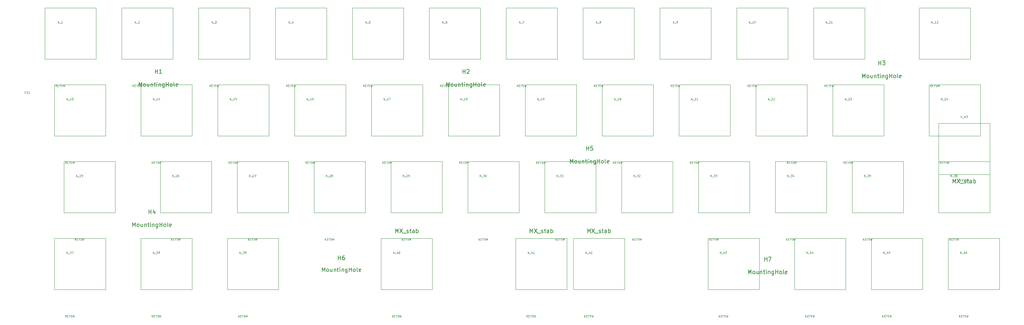
<source format=gbr>
G04 #@! TF.GenerationSoftware,KiCad,Pcbnew,(7.0.0)*
G04 #@! TF.CreationDate,2023-09-24T22:26:46+02:00*
G04 #@! TF.ProjectId,vootington,766f6f74-696e-4677-946f-6e2e6b696361,rev?*
G04 #@! TF.SameCoordinates,Original*
G04 #@! TF.FileFunction,AssemblyDrawing,Top*
%FSLAX46Y46*%
G04 Gerber Fmt 4.6, Leading zero omitted, Abs format (unit mm)*
G04 Created by KiCad (PCBNEW (7.0.0)) date 2023-09-24 22:26:46*
%MOMM*%
%LPD*%
G01*
G04 APERTURE LIST*
%ADD10C,0.125000*%
%ADD11C,0.150000*%
%ADD12C,0.100000*%
G04 APERTURE END LIST*
D10*
X25474571Y-56077071D02*
X25450762Y-56100880D01*
X25450762Y-56100880D02*
X25379333Y-56124690D01*
X25379333Y-56124690D02*
X25331714Y-56124690D01*
X25331714Y-56124690D02*
X25260286Y-56100880D01*
X25260286Y-56100880D02*
X25212667Y-56053261D01*
X25212667Y-56053261D02*
X25188857Y-56005642D01*
X25188857Y-56005642D02*
X25165048Y-55910404D01*
X25165048Y-55910404D02*
X25165048Y-55838976D01*
X25165048Y-55838976D02*
X25188857Y-55743738D01*
X25188857Y-55743738D02*
X25212667Y-55696119D01*
X25212667Y-55696119D02*
X25260286Y-55648500D01*
X25260286Y-55648500D02*
X25331714Y-55624690D01*
X25331714Y-55624690D02*
X25379333Y-55624690D01*
X25379333Y-55624690D02*
X25450762Y-55648500D01*
X25450762Y-55648500D02*
X25474571Y-55672309D01*
X25665048Y-55672309D02*
X25688857Y-55648500D01*
X25688857Y-55648500D02*
X25736476Y-55624690D01*
X25736476Y-55624690D02*
X25855524Y-55624690D01*
X25855524Y-55624690D02*
X25903143Y-55648500D01*
X25903143Y-55648500D02*
X25926952Y-55672309D01*
X25926952Y-55672309D02*
X25950762Y-55719928D01*
X25950762Y-55719928D02*
X25950762Y-55767547D01*
X25950762Y-55767547D02*
X25926952Y-55838976D01*
X25926952Y-55838976D02*
X25641238Y-56124690D01*
X25641238Y-56124690D02*
X25950762Y-56124690D01*
X26426952Y-56124690D02*
X26141238Y-56124690D01*
X26284095Y-56124690D02*
X26284095Y-55624690D01*
X26284095Y-55624690D02*
X26236476Y-55696119D01*
X26236476Y-55696119D02*
X26188857Y-55743738D01*
X26188857Y-55743738D02*
X26141238Y-55767547D01*
X156702262Y-92512690D02*
X156702262Y-92012690D01*
X156987976Y-92512690D02*
X156773691Y-92226976D01*
X156987976Y-92012690D02*
X156702262Y-92298404D01*
X157202262Y-92250785D02*
X157368929Y-92250785D01*
X157440357Y-92512690D02*
X157202262Y-92512690D01*
X157202262Y-92512690D02*
X157202262Y-92012690D01*
X157202262Y-92012690D02*
X157440357Y-92012690D01*
X157749881Y-92274595D02*
X157749881Y-92512690D01*
X157583215Y-92012690D02*
X157749881Y-92274595D01*
X157749881Y-92274595D02*
X157916548Y-92012690D01*
X158059405Y-92488880D02*
X158130833Y-92512690D01*
X158130833Y-92512690D02*
X158249881Y-92512690D01*
X158249881Y-92512690D02*
X158297500Y-92488880D01*
X158297500Y-92488880D02*
X158321309Y-92465071D01*
X158321309Y-92465071D02*
X158345119Y-92417452D01*
X158345119Y-92417452D02*
X158345119Y-92369833D01*
X158345119Y-92369833D02*
X158321309Y-92322214D01*
X158321309Y-92322214D02*
X158297500Y-92298404D01*
X158297500Y-92298404D02*
X158249881Y-92274595D01*
X158249881Y-92274595D02*
X158154643Y-92250785D01*
X158154643Y-92250785D02*
X158107024Y-92226976D01*
X158107024Y-92226976D02*
X158083214Y-92203166D01*
X158083214Y-92203166D02*
X158059405Y-92155547D01*
X158059405Y-92155547D02*
X158059405Y-92107928D01*
X158059405Y-92107928D02*
X158083214Y-92060309D01*
X158083214Y-92060309D02*
X158107024Y-92036500D01*
X158107024Y-92036500D02*
X158154643Y-92012690D01*
X158154643Y-92012690D02*
X158273690Y-92012690D01*
X158273690Y-92012690D02*
X158345119Y-92036500D01*
X158511785Y-92012690D02*
X158630833Y-92512690D01*
X158630833Y-92512690D02*
X158726071Y-92155547D01*
X158726071Y-92155547D02*
X158821309Y-92512690D01*
X158821309Y-92512690D02*
X158940357Y-92012690D01*
X156999881Y-76764690D02*
X156999881Y-76264690D01*
X157285595Y-76764690D02*
X157071310Y-76478976D01*
X157285595Y-76264690D02*
X156999881Y-76550404D01*
X157380834Y-76812309D02*
X157761786Y-76812309D01*
X157833214Y-76264690D02*
X158142738Y-76264690D01*
X158142738Y-76264690D02*
X157976071Y-76455166D01*
X157976071Y-76455166D02*
X158047500Y-76455166D01*
X158047500Y-76455166D02*
X158095119Y-76478976D01*
X158095119Y-76478976D02*
X158118928Y-76502785D01*
X158118928Y-76502785D02*
X158142738Y-76550404D01*
X158142738Y-76550404D02*
X158142738Y-76669452D01*
X158142738Y-76669452D02*
X158118928Y-76717071D01*
X158118928Y-76717071D02*
X158095119Y-76740880D01*
X158095119Y-76740880D02*
X158047500Y-76764690D01*
X158047500Y-76764690D02*
X157904643Y-76764690D01*
X157904643Y-76764690D02*
X157857024Y-76740880D01*
X157857024Y-76740880D02*
X157833214Y-76717071D01*
X158618928Y-76764690D02*
X158333214Y-76764690D01*
X158476071Y-76764690D02*
X158476071Y-76264690D01*
X158476071Y-76264690D02*
X158428452Y-76336119D01*
X158428452Y-76336119D02*
X158380833Y-76383738D01*
X158380833Y-76383738D02*
X158333214Y-76407547D01*
X213852262Y-92512690D02*
X213852262Y-92012690D01*
X214137976Y-92512690D02*
X213923691Y-92226976D01*
X214137976Y-92012690D02*
X213852262Y-92298404D01*
X214352262Y-92250785D02*
X214518929Y-92250785D01*
X214590357Y-92512690D02*
X214352262Y-92512690D01*
X214352262Y-92512690D02*
X214352262Y-92012690D01*
X214352262Y-92012690D02*
X214590357Y-92012690D01*
X214899881Y-92274595D02*
X214899881Y-92512690D01*
X214733215Y-92012690D02*
X214899881Y-92274595D01*
X214899881Y-92274595D02*
X215066548Y-92012690D01*
X215209405Y-92488880D02*
X215280833Y-92512690D01*
X215280833Y-92512690D02*
X215399881Y-92512690D01*
X215399881Y-92512690D02*
X215447500Y-92488880D01*
X215447500Y-92488880D02*
X215471309Y-92465071D01*
X215471309Y-92465071D02*
X215495119Y-92417452D01*
X215495119Y-92417452D02*
X215495119Y-92369833D01*
X215495119Y-92369833D02*
X215471309Y-92322214D01*
X215471309Y-92322214D02*
X215447500Y-92298404D01*
X215447500Y-92298404D02*
X215399881Y-92274595D01*
X215399881Y-92274595D02*
X215304643Y-92250785D01*
X215304643Y-92250785D02*
X215257024Y-92226976D01*
X215257024Y-92226976D02*
X215233214Y-92203166D01*
X215233214Y-92203166D02*
X215209405Y-92155547D01*
X215209405Y-92155547D02*
X215209405Y-92107928D01*
X215209405Y-92107928D02*
X215233214Y-92060309D01*
X215233214Y-92060309D02*
X215257024Y-92036500D01*
X215257024Y-92036500D02*
X215304643Y-92012690D01*
X215304643Y-92012690D02*
X215423690Y-92012690D01*
X215423690Y-92012690D02*
X215495119Y-92036500D01*
X215661785Y-92012690D02*
X215780833Y-92512690D01*
X215780833Y-92512690D02*
X215876071Y-92155547D01*
X215876071Y-92155547D02*
X215971309Y-92512690D01*
X215971309Y-92512690D02*
X216090357Y-92012690D01*
X214149881Y-76764690D02*
X214149881Y-76264690D01*
X214435595Y-76764690D02*
X214221310Y-76478976D01*
X214435595Y-76264690D02*
X214149881Y-76550404D01*
X214530834Y-76812309D02*
X214911786Y-76812309D01*
X214983214Y-76264690D02*
X215292738Y-76264690D01*
X215292738Y-76264690D02*
X215126071Y-76455166D01*
X215126071Y-76455166D02*
X215197500Y-76455166D01*
X215197500Y-76455166D02*
X215245119Y-76478976D01*
X215245119Y-76478976D02*
X215268928Y-76502785D01*
X215268928Y-76502785D02*
X215292738Y-76550404D01*
X215292738Y-76550404D02*
X215292738Y-76669452D01*
X215292738Y-76669452D02*
X215268928Y-76717071D01*
X215268928Y-76717071D02*
X215245119Y-76740880D01*
X215245119Y-76740880D02*
X215197500Y-76764690D01*
X215197500Y-76764690D02*
X215054643Y-76764690D01*
X215054643Y-76764690D02*
X215007024Y-76740880D01*
X215007024Y-76740880D02*
X214983214Y-76717071D01*
X215721309Y-76431357D02*
X215721309Y-76764690D01*
X215602261Y-76240880D02*
X215483214Y-76598023D01*
X215483214Y-76598023D02*
X215792737Y-76598023D01*
X37639762Y-92512690D02*
X37639762Y-92012690D01*
X37925476Y-92512690D02*
X37711191Y-92226976D01*
X37925476Y-92012690D02*
X37639762Y-92298404D01*
X38139762Y-92250785D02*
X38306429Y-92250785D01*
X38377857Y-92512690D02*
X38139762Y-92512690D01*
X38139762Y-92512690D02*
X38139762Y-92012690D01*
X38139762Y-92012690D02*
X38377857Y-92012690D01*
X38687381Y-92274595D02*
X38687381Y-92512690D01*
X38520715Y-92012690D02*
X38687381Y-92274595D01*
X38687381Y-92274595D02*
X38854048Y-92012690D01*
X38996905Y-92488880D02*
X39068333Y-92512690D01*
X39068333Y-92512690D02*
X39187381Y-92512690D01*
X39187381Y-92512690D02*
X39235000Y-92488880D01*
X39235000Y-92488880D02*
X39258809Y-92465071D01*
X39258809Y-92465071D02*
X39282619Y-92417452D01*
X39282619Y-92417452D02*
X39282619Y-92369833D01*
X39282619Y-92369833D02*
X39258809Y-92322214D01*
X39258809Y-92322214D02*
X39235000Y-92298404D01*
X39235000Y-92298404D02*
X39187381Y-92274595D01*
X39187381Y-92274595D02*
X39092143Y-92250785D01*
X39092143Y-92250785D02*
X39044524Y-92226976D01*
X39044524Y-92226976D02*
X39020714Y-92203166D01*
X39020714Y-92203166D02*
X38996905Y-92155547D01*
X38996905Y-92155547D02*
X38996905Y-92107928D01*
X38996905Y-92107928D02*
X39020714Y-92060309D01*
X39020714Y-92060309D02*
X39044524Y-92036500D01*
X39044524Y-92036500D02*
X39092143Y-92012690D01*
X39092143Y-92012690D02*
X39211190Y-92012690D01*
X39211190Y-92012690D02*
X39282619Y-92036500D01*
X39449285Y-92012690D02*
X39568333Y-92512690D01*
X39568333Y-92512690D02*
X39663571Y-92155547D01*
X39663571Y-92155547D02*
X39758809Y-92512690D01*
X39758809Y-92512690D02*
X39877857Y-92012690D01*
X37937381Y-76764690D02*
X37937381Y-76264690D01*
X38223095Y-76764690D02*
X38008810Y-76478976D01*
X38223095Y-76264690D02*
X37937381Y-76550404D01*
X38318334Y-76812309D02*
X38699286Y-76812309D01*
X38794524Y-76312309D02*
X38818333Y-76288500D01*
X38818333Y-76288500D02*
X38865952Y-76264690D01*
X38865952Y-76264690D02*
X38985000Y-76264690D01*
X38985000Y-76264690D02*
X39032619Y-76288500D01*
X39032619Y-76288500D02*
X39056428Y-76312309D01*
X39056428Y-76312309D02*
X39080238Y-76359928D01*
X39080238Y-76359928D02*
X39080238Y-76407547D01*
X39080238Y-76407547D02*
X39056428Y-76478976D01*
X39056428Y-76478976D02*
X38770714Y-76764690D01*
X38770714Y-76764690D02*
X39080238Y-76764690D01*
X39532618Y-76264690D02*
X39294523Y-76264690D01*
X39294523Y-76264690D02*
X39270714Y-76502785D01*
X39270714Y-76502785D02*
X39294523Y-76478976D01*
X39294523Y-76478976D02*
X39342142Y-76455166D01*
X39342142Y-76455166D02*
X39461190Y-76455166D01*
X39461190Y-76455166D02*
X39508809Y-76478976D01*
X39508809Y-76478976D02*
X39532618Y-76502785D01*
X39532618Y-76502785D02*
X39556428Y-76550404D01*
X39556428Y-76550404D02*
X39556428Y-76669452D01*
X39556428Y-76669452D02*
X39532618Y-76717071D01*
X39532618Y-76717071D02*
X39508809Y-76740880D01*
X39508809Y-76740880D02*
X39461190Y-76764690D01*
X39461190Y-76764690D02*
X39342142Y-76764690D01*
X39342142Y-76764690D02*
X39294523Y-76740880D01*
X39294523Y-76740880D02*
X39270714Y-76717071D01*
X194802262Y-92512690D02*
X194802262Y-92012690D01*
X195087976Y-92512690D02*
X194873691Y-92226976D01*
X195087976Y-92012690D02*
X194802262Y-92298404D01*
X195302262Y-92250785D02*
X195468929Y-92250785D01*
X195540357Y-92512690D02*
X195302262Y-92512690D01*
X195302262Y-92512690D02*
X195302262Y-92012690D01*
X195302262Y-92012690D02*
X195540357Y-92012690D01*
X195849881Y-92274595D02*
X195849881Y-92512690D01*
X195683215Y-92012690D02*
X195849881Y-92274595D01*
X195849881Y-92274595D02*
X196016548Y-92012690D01*
X196159405Y-92488880D02*
X196230833Y-92512690D01*
X196230833Y-92512690D02*
X196349881Y-92512690D01*
X196349881Y-92512690D02*
X196397500Y-92488880D01*
X196397500Y-92488880D02*
X196421309Y-92465071D01*
X196421309Y-92465071D02*
X196445119Y-92417452D01*
X196445119Y-92417452D02*
X196445119Y-92369833D01*
X196445119Y-92369833D02*
X196421309Y-92322214D01*
X196421309Y-92322214D02*
X196397500Y-92298404D01*
X196397500Y-92298404D02*
X196349881Y-92274595D01*
X196349881Y-92274595D02*
X196254643Y-92250785D01*
X196254643Y-92250785D02*
X196207024Y-92226976D01*
X196207024Y-92226976D02*
X196183214Y-92203166D01*
X196183214Y-92203166D02*
X196159405Y-92155547D01*
X196159405Y-92155547D02*
X196159405Y-92107928D01*
X196159405Y-92107928D02*
X196183214Y-92060309D01*
X196183214Y-92060309D02*
X196207024Y-92036500D01*
X196207024Y-92036500D02*
X196254643Y-92012690D01*
X196254643Y-92012690D02*
X196373690Y-92012690D01*
X196373690Y-92012690D02*
X196445119Y-92036500D01*
X196611785Y-92012690D02*
X196730833Y-92512690D01*
X196730833Y-92512690D02*
X196826071Y-92155547D01*
X196826071Y-92155547D02*
X196921309Y-92512690D01*
X196921309Y-92512690D02*
X197040357Y-92012690D01*
X195099881Y-76764690D02*
X195099881Y-76264690D01*
X195385595Y-76764690D02*
X195171310Y-76478976D01*
X195385595Y-76264690D02*
X195099881Y-76550404D01*
X195480834Y-76812309D02*
X195861786Y-76812309D01*
X195933214Y-76264690D02*
X196242738Y-76264690D01*
X196242738Y-76264690D02*
X196076071Y-76455166D01*
X196076071Y-76455166D02*
X196147500Y-76455166D01*
X196147500Y-76455166D02*
X196195119Y-76478976D01*
X196195119Y-76478976D02*
X196218928Y-76502785D01*
X196218928Y-76502785D02*
X196242738Y-76550404D01*
X196242738Y-76550404D02*
X196242738Y-76669452D01*
X196242738Y-76669452D02*
X196218928Y-76717071D01*
X196218928Y-76717071D02*
X196195119Y-76740880D01*
X196195119Y-76740880D02*
X196147500Y-76764690D01*
X196147500Y-76764690D02*
X196004643Y-76764690D01*
X196004643Y-76764690D02*
X195957024Y-76740880D01*
X195957024Y-76740880D02*
X195933214Y-76717071D01*
X196409404Y-76264690D02*
X196718928Y-76264690D01*
X196718928Y-76264690D02*
X196552261Y-76455166D01*
X196552261Y-76455166D02*
X196623690Y-76455166D01*
X196623690Y-76455166D02*
X196671309Y-76478976D01*
X196671309Y-76478976D02*
X196695118Y-76502785D01*
X196695118Y-76502785D02*
X196718928Y-76550404D01*
X196718928Y-76550404D02*
X196718928Y-76669452D01*
X196718928Y-76669452D02*
X196695118Y-76717071D01*
X196695118Y-76717071D02*
X196671309Y-76740880D01*
X196671309Y-76740880D02*
X196623690Y-76764690D01*
X196623690Y-76764690D02*
X196480833Y-76764690D01*
X196480833Y-76764690D02*
X196433214Y-76740880D01*
X196433214Y-76740880D02*
X196409404Y-76717071D01*
X256714762Y-111562690D02*
X256714762Y-111062690D01*
X257000476Y-111562690D02*
X256786191Y-111276976D01*
X257000476Y-111062690D02*
X256714762Y-111348404D01*
X257214762Y-111300785D02*
X257381429Y-111300785D01*
X257452857Y-111562690D02*
X257214762Y-111562690D01*
X257214762Y-111562690D02*
X257214762Y-111062690D01*
X257214762Y-111062690D02*
X257452857Y-111062690D01*
X257762381Y-111324595D02*
X257762381Y-111562690D01*
X257595715Y-111062690D02*
X257762381Y-111324595D01*
X257762381Y-111324595D02*
X257929048Y-111062690D01*
X258071905Y-111538880D02*
X258143333Y-111562690D01*
X258143333Y-111562690D02*
X258262381Y-111562690D01*
X258262381Y-111562690D02*
X258310000Y-111538880D01*
X258310000Y-111538880D02*
X258333809Y-111515071D01*
X258333809Y-111515071D02*
X258357619Y-111467452D01*
X258357619Y-111467452D02*
X258357619Y-111419833D01*
X258357619Y-111419833D02*
X258333809Y-111372214D01*
X258333809Y-111372214D02*
X258310000Y-111348404D01*
X258310000Y-111348404D02*
X258262381Y-111324595D01*
X258262381Y-111324595D02*
X258167143Y-111300785D01*
X258167143Y-111300785D02*
X258119524Y-111276976D01*
X258119524Y-111276976D02*
X258095714Y-111253166D01*
X258095714Y-111253166D02*
X258071905Y-111205547D01*
X258071905Y-111205547D02*
X258071905Y-111157928D01*
X258071905Y-111157928D02*
X258095714Y-111110309D01*
X258095714Y-111110309D02*
X258119524Y-111086500D01*
X258119524Y-111086500D02*
X258167143Y-111062690D01*
X258167143Y-111062690D02*
X258286190Y-111062690D01*
X258286190Y-111062690D02*
X258357619Y-111086500D01*
X258524285Y-111062690D02*
X258643333Y-111562690D01*
X258643333Y-111562690D02*
X258738571Y-111205547D01*
X258738571Y-111205547D02*
X258833809Y-111562690D01*
X258833809Y-111562690D02*
X258952857Y-111062690D01*
X257012381Y-95814690D02*
X257012381Y-95314690D01*
X257298095Y-95814690D02*
X257083810Y-95528976D01*
X257298095Y-95314690D02*
X257012381Y-95600404D01*
X257393334Y-95862309D02*
X257774286Y-95862309D01*
X258107619Y-95481357D02*
X258107619Y-95814690D01*
X257988571Y-95290880D02*
X257869524Y-95648023D01*
X257869524Y-95648023D02*
X258179047Y-95648023D01*
X258583809Y-95314690D02*
X258488571Y-95314690D01*
X258488571Y-95314690D02*
X258440952Y-95338500D01*
X258440952Y-95338500D02*
X258417142Y-95362309D01*
X258417142Y-95362309D02*
X258369523Y-95433738D01*
X258369523Y-95433738D02*
X258345714Y-95528976D01*
X258345714Y-95528976D02*
X258345714Y-95719452D01*
X258345714Y-95719452D02*
X258369523Y-95767071D01*
X258369523Y-95767071D02*
X258393333Y-95790880D01*
X258393333Y-95790880D02*
X258440952Y-95814690D01*
X258440952Y-95814690D02*
X258536190Y-95814690D01*
X258536190Y-95814690D02*
X258583809Y-95790880D01*
X258583809Y-95790880D02*
X258607618Y-95767071D01*
X258607618Y-95767071D02*
X258631428Y-95719452D01*
X258631428Y-95719452D02*
X258631428Y-95600404D01*
X258631428Y-95600404D02*
X258607618Y-95552785D01*
X258607618Y-95552785D02*
X258583809Y-95528976D01*
X258583809Y-95528976D02*
X258536190Y-95505166D01*
X258536190Y-95505166D02*
X258440952Y-95505166D01*
X258440952Y-95505166D02*
X258393333Y-95528976D01*
X258393333Y-95528976D02*
X258369523Y-95552785D01*
X258369523Y-95552785D02*
X258345714Y-95600404D01*
X137652262Y-92512690D02*
X137652262Y-92012690D01*
X137937976Y-92512690D02*
X137723691Y-92226976D01*
X137937976Y-92012690D02*
X137652262Y-92298404D01*
X138152262Y-92250785D02*
X138318929Y-92250785D01*
X138390357Y-92512690D02*
X138152262Y-92512690D01*
X138152262Y-92512690D02*
X138152262Y-92012690D01*
X138152262Y-92012690D02*
X138390357Y-92012690D01*
X138699881Y-92274595D02*
X138699881Y-92512690D01*
X138533215Y-92012690D02*
X138699881Y-92274595D01*
X138699881Y-92274595D02*
X138866548Y-92012690D01*
X139009405Y-92488880D02*
X139080833Y-92512690D01*
X139080833Y-92512690D02*
X139199881Y-92512690D01*
X139199881Y-92512690D02*
X139247500Y-92488880D01*
X139247500Y-92488880D02*
X139271309Y-92465071D01*
X139271309Y-92465071D02*
X139295119Y-92417452D01*
X139295119Y-92417452D02*
X139295119Y-92369833D01*
X139295119Y-92369833D02*
X139271309Y-92322214D01*
X139271309Y-92322214D02*
X139247500Y-92298404D01*
X139247500Y-92298404D02*
X139199881Y-92274595D01*
X139199881Y-92274595D02*
X139104643Y-92250785D01*
X139104643Y-92250785D02*
X139057024Y-92226976D01*
X139057024Y-92226976D02*
X139033214Y-92203166D01*
X139033214Y-92203166D02*
X139009405Y-92155547D01*
X139009405Y-92155547D02*
X139009405Y-92107928D01*
X139009405Y-92107928D02*
X139033214Y-92060309D01*
X139033214Y-92060309D02*
X139057024Y-92036500D01*
X139057024Y-92036500D02*
X139104643Y-92012690D01*
X139104643Y-92012690D02*
X139223690Y-92012690D01*
X139223690Y-92012690D02*
X139295119Y-92036500D01*
X139461785Y-92012690D02*
X139580833Y-92512690D01*
X139580833Y-92512690D02*
X139676071Y-92155547D01*
X139676071Y-92155547D02*
X139771309Y-92512690D01*
X139771309Y-92512690D02*
X139890357Y-92012690D01*
X137949881Y-76764690D02*
X137949881Y-76264690D01*
X138235595Y-76764690D02*
X138021310Y-76478976D01*
X138235595Y-76264690D02*
X137949881Y-76550404D01*
X138330834Y-76812309D02*
X138711786Y-76812309D01*
X138783214Y-76264690D02*
X139092738Y-76264690D01*
X139092738Y-76264690D02*
X138926071Y-76455166D01*
X138926071Y-76455166D02*
X138997500Y-76455166D01*
X138997500Y-76455166D02*
X139045119Y-76478976D01*
X139045119Y-76478976D02*
X139068928Y-76502785D01*
X139068928Y-76502785D02*
X139092738Y-76550404D01*
X139092738Y-76550404D02*
X139092738Y-76669452D01*
X139092738Y-76669452D02*
X139068928Y-76717071D01*
X139068928Y-76717071D02*
X139045119Y-76740880D01*
X139045119Y-76740880D02*
X138997500Y-76764690D01*
X138997500Y-76764690D02*
X138854643Y-76764690D01*
X138854643Y-76764690D02*
X138807024Y-76740880D01*
X138807024Y-76740880D02*
X138783214Y-76717071D01*
X139402261Y-76264690D02*
X139449880Y-76264690D01*
X139449880Y-76264690D02*
X139497499Y-76288500D01*
X139497499Y-76288500D02*
X139521309Y-76312309D01*
X139521309Y-76312309D02*
X139545118Y-76359928D01*
X139545118Y-76359928D02*
X139568928Y-76455166D01*
X139568928Y-76455166D02*
X139568928Y-76574214D01*
X139568928Y-76574214D02*
X139545118Y-76669452D01*
X139545118Y-76669452D02*
X139521309Y-76717071D01*
X139521309Y-76717071D02*
X139497499Y-76740880D01*
X139497499Y-76740880D02*
X139449880Y-76764690D01*
X139449880Y-76764690D02*
X139402261Y-76764690D01*
X139402261Y-76764690D02*
X139354642Y-76740880D01*
X139354642Y-76740880D02*
X139330833Y-76717071D01*
X139330833Y-76717071D02*
X139307023Y-76669452D01*
X139307023Y-76669452D02*
X139283214Y-76574214D01*
X139283214Y-76574214D02*
X139283214Y-76455166D01*
X139283214Y-76455166D02*
X139307023Y-76359928D01*
X139307023Y-76359928D02*
X139330833Y-76312309D01*
X139330833Y-76312309D02*
X139354642Y-76288500D01*
X139354642Y-76288500D02*
X139402261Y-76264690D01*
X204327262Y-54412690D02*
X204327262Y-53912690D01*
X204612976Y-54412690D02*
X204398691Y-54126976D01*
X204612976Y-53912690D02*
X204327262Y-54198404D01*
X204827262Y-54150785D02*
X204993929Y-54150785D01*
X205065357Y-54412690D02*
X204827262Y-54412690D01*
X204827262Y-54412690D02*
X204827262Y-53912690D01*
X204827262Y-53912690D02*
X205065357Y-53912690D01*
X205374881Y-54174595D02*
X205374881Y-54412690D01*
X205208215Y-53912690D02*
X205374881Y-54174595D01*
X205374881Y-54174595D02*
X205541548Y-53912690D01*
X205684405Y-54388880D02*
X205755833Y-54412690D01*
X205755833Y-54412690D02*
X205874881Y-54412690D01*
X205874881Y-54412690D02*
X205922500Y-54388880D01*
X205922500Y-54388880D02*
X205946309Y-54365071D01*
X205946309Y-54365071D02*
X205970119Y-54317452D01*
X205970119Y-54317452D02*
X205970119Y-54269833D01*
X205970119Y-54269833D02*
X205946309Y-54222214D01*
X205946309Y-54222214D02*
X205922500Y-54198404D01*
X205922500Y-54198404D02*
X205874881Y-54174595D01*
X205874881Y-54174595D02*
X205779643Y-54150785D01*
X205779643Y-54150785D02*
X205732024Y-54126976D01*
X205732024Y-54126976D02*
X205708214Y-54103166D01*
X205708214Y-54103166D02*
X205684405Y-54055547D01*
X205684405Y-54055547D02*
X205684405Y-54007928D01*
X205684405Y-54007928D02*
X205708214Y-53960309D01*
X205708214Y-53960309D02*
X205732024Y-53936500D01*
X205732024Y-53936500D02*
X205779643Y-53912690D01*
X205779643Y-53912690D02*
X205898690Y-53912690D01*
X205898690Y-53912690D02*
X205970119Y-53936500D01*
X206136785Y-53912690D02*
X206255833Y-54412690D01*
X206255833Y-54412690D02*
X206351071Y-54055547D01*
X206351071Y-54055547D02*
X206446309Y-54412690D01*
X206446309Y-54412690D02*
X206565357Y-53912690D01*
X204624881Y-38664690D02*
X204624881Y-38164690D01*
X204910595Y-38664690D02*
X204696310Y-38378976D01*
X204910595Y-38164690D02*
X204624881Y-38450404D01*
X205005834Y-38712309D02*
X205386786Y-38712309D01*
X205767738Y-38664690D02*
X205482024Y-38664690D01*
X205624881Y-38664690D02*
X205624881Y-38164690D01*
X205624881Y-38164690D02*
X205577262Y-38236119D01*
X205577262Y-38236119D02*
X205529643Y-38283738D01*
X205529643Y-38283738D02*
X205482024Y-38307547D01*
X206077261Y-38164690D02*
X206124880Y-38164690D01*
X206124880Y-38164690D02*
X206172499Y-38188500D01*
X206172499Y-38188500D02*
X206196309Y-38212309D01*
X206196309Y-38212309D02*
X206220118Y-38259928D01*
X206220118Y-38259928D02*
X206243928Y-38355166D01*
X206243928Y-38355166D02*
X206243928Y-38474214D01*
X206243928Y-38474214D02*
X206220118Y-38569452D01*
X206220118Y-38569452D02*
X206196309Y-38617071D01*
X206196309Y-38617071D02*
X206172499Y-38640880D01*
X206172499Y-38640880D02*
X206124880Y-38664690D01*
X206124880Y-38664690D02*
X206077261Y-38664690D01*
X206077261Y-38664690D02*
X206029642Y-38640880D01*
X206029642Y-38640880D02*
X206005833Y-38617071D01*
X206005833Y-38617071D02*
X205982023Y-38569452D01*
X205982023Y-38569452D02*
X205958214Y-38474214D01*
X205958214Y-38474214D02*
X205958214Y-38355166D01*
X205958214Y-38355166D02*
X205982023Y-38259928D01*
X205982023Y-38259928D02*
X206005833Y-38212309D01*
X206005833Y-38212309D02*
X206029642Y-38188500D01*
X206029642Y-38188500D02*
X206077261Y-38164690D01*
X170989762Y-73462690D02*
X170989762Y-72962690D01*
X171275476Y-73462690D02*
X171061191Y-73176976D01*
X171275476Y-72962690D02*
X170989762Y-73248404D01*
X171489762Y-73200785D02*
X171656429Y-73200785D01*
X171727857Y-73462690D02*
X171489762Y-73462690D01*
X171489762Y-73462690D02*
X171489762Y-72962690D01*
X171489762Y-72962690D02*
X171727857Y-72962690D01*
X172037381Y-73224595D02*
X172037381Y-73462690D01*
X171870715Y-72962690D02*
X172037381Y-73224595D01*
X172037381Y-73224595D02*
X172204048Y-72962690D01*
X172346905Y-73438880D02*
X172418333Y-73462690D01*
X172418333Y-73462690D02*
X172537381Y-73462690D01*
X172537381Y-73462690D02*
X172585000Y-73438880D01*
X172585000Y-73438880D02*
X172608809Y-73415071D01*
X172608809Y-73415071D02*
X172632619Y-73367452D01*
X172632619Y-73367452D02*
X172632619Y-73319833D01*
X172632619Y-73319833D02*
X172608809Y-73272214D01*
X172608809Y-73272214D02*
X172585000Y-73248404D01*
X172585000Y-73248404D02*
X172537381Y-73224595D01*
X172537381Y-73224595D02*
X172442143Y-73200785D01*
X172442143Y-73200785D02*
X172394524Y-73176976D01*
X172394524Y-73176976D02*
X172370714Y-73153166D01*
X172370714Y-73153166D02*
X172346905Y-73105547D01*
X172346905Y-73105547D02*
X172346905Y-73057928D01*
X172346905Y-73057928D02*
X172370714Y-73010309D01*
X172370714Y-73010309D02*
X172394524Y-72986500D01*
X172394524Y-72986500D02*
X172442143Y-72962690D01*
X172442143Y-72962690D02*
X172561190Y-72962690D01*
X172561190Y-72962690D02*
X172632619Y-72986500D01*
X172799285Y-72962690D02*
X172918333Y-73462690D01*
X172918333Y-73462690D02*
X173013571Y-73105547D01*
X173013571Y-73105547D02*
X173108809Y-73462690D01*
X173108809Y-73462690D02*
X173227857Y-72962690D01*
X171287381Y-57714690D02*
X171287381Y-57214690D01*
X171573095Y-57714690D02*
X171358810Y-57428976D01*
X171573095Y-57214690D02*
X171287381Y-57500404D01*
X171668334Y-57762309D02*
X172049286Y-57762309D01*
X172144524Y-57262309D02*
X172168333Y-57238500D01*
X172168333Y-57238500D02*
X172215952Y-57214690D01*
X172215952Y-57214690D02*
X172335000Y-57214690D01*
X172335000Y-57214690D02*
X172382619Y-57238500D01*
X172382619Y-57238500D02*
X172406428Y-57262309D01*
X172406428Y-57262309D02*
X172430238Y-57309928D01*
X172430238Y-57309928D02*
X172430238Y-57357547D01*
X172430238Y-57357547D02*
X172406428Y-57428976D01*
X172406428Y-57428976D02*
X172120714Y-57714690D01*
X172120714Y-57714690D02*
X172430238Y-57714690D01*
X172739761Y-57214690D02*
X172787380Y-57214690D01*
X172787380Y-57214690D02*
X172834999Y-57238500D01*
X172834999Y-57238500D02*
X172858809Y-57262309D01*
X172858809Y-57262309D02*
X172882618Y-57309928D01*
X172882618Y-57309928D02*
X172906428Y-57405166D01*
X172906428Y-57405166D02*
X172906428Y-57524214D01*
X172906428Y-57524214D02*
X172882618Y-57619452D01*
X172882618Y-57619452D02*
X172858809Y-57667071D01*
X172858809Y-57667071D02*
X172834999Y-57690880D01*
X172834999Y-57690880D02*
X172787380Y-57714690D01*
X172787380Y-57714690D02*
X172739761Y-57714690D01*
X172739761Y-57714690D02*
X172692142Y-57690880D01*
X172692142Y-57690880D02*
X172668333Y-57667071D01*
X172668333Y-57667071D02*
X172644523Y-57619452D01*
X172644523Y-57619452D02*
X172620714Y-57524214D01*
X172620714Y-57524214D02*
X172620714Y-57405166D01*
X172620714Y-57405166D02*
X172644523Y-57309928D01*
X172644523Y-57309928D02*
X172668333Y-57262309D01*
X172668333Y-57262309D02*
X172692142Y-57238500D01*
X172692142Y-57238500D02*
X172739761Y-57214690D01*
X99552262Y-92512690D02*
X99552262Y-92012690D01*
X99837976Y-92512690D02*
X99623691Y-92226976D01*
X99837976Y-92012690D02*
X99552262Y-92298404D01*
X100052262Y-92250785D02*
X100218929Y-92250785D01*
X100290357Y-92512690D02*
X100052262Y-92512690D01*
X100052262Y-92512690D02*
X100052262Y-92012690D01*
X100052262Y-92012690D02*
X100290357Y-92012690D01*
X100599881Y-92274595D02*
X100599881Y-92512690D01*
X100433215Y-92012690D02*
X100599881Y-92274595D01*
X100599881Y-92274595D02*
X100766548Y-92012690D01*
X100909405Y-92488880D02*
X100980833Y-92512690D01*
X100980833Y-92512690D02*
X101099881Y-92512690D01*
X101099881Y-92512690D02*
X101147500Y-92488880D01*
X101147500Y-92488880D02*
X101171309Y-92465071D01*
X101171309Y-92465071D02*
X101195119Y-92417452D01*
X101195119Y-92417452D02*
X101195119Y-92369833D01*
X101195119Y-92369833D02*
X101171309Y-92322214D01*
X101171309Y-92322214D02*
X101147500Y-92298404D01*
X101147500Y-92298404D02*
X101099881Y-92274595D01*
X101099881Y-92274595D02*
X101004643Y-92250785D01*
X101004643Y-92250785D02*
X100957024Y-92226976D01*
X100957024Y-92226976D02*
X100933214Y-92203166D01*
X100933214Y-92203166D02*
X100909405Y-92155547D01*
X100909405Y-92155547D02*
X100909405Y-92107928D01*
X100909405Y-92107928D02*
X100933214Y-92060309D01*
X100933214Y-92060309D02*
X100957024Y-92036500D01*
X100957024Y-92036500D02*
X101004643Y-92012690D01*
X101004643Y-92012690D02*
X101123690Y-92012690D01*
X101123690Y-92012690D02*
X101195119Y-92036500D01*
X101361785Y-92012690D02*
X101480833Y-92512690D01*
X101480833Y-92512690D02*
X101576071Y-92155547D01*
X101576071Y-92155547D02*
X101671309Y-92512690D01*
X101671309Y-92512690D02*
X101790357Y-92012690D01*
X99849881Y-76764690D02*
X99849881Y-76264690D01*
X100135595Y-76764690D02*
X99921310Y-76478976D01*
X100135595Y-76264690D02*
X99849881Y-76550404D01*
X100230834Y-76812309D02*
X100611786Y-76812309D01*
X100707024Y-76312309D02*
X100730833Y-76288500D01*
X100730833Y-76288500D02*
X100778452Y-76264690D01*
X100778452Y-76264690D02*
X100897500Y-76264690D01*
X100897500Y-76264690D02*
X100945119Y-76288500D01*
X100945119Y-76288500D02*
X100968928Y-76312309D01*
X100968928Y-76312309D02*
X100992738Y-76359928D01*
X100992738Y-76359928D02*
X100992738Y-76407547D01*
X100992738Y-76407547D02*
X100968928Y-76478976D01*
X100968928Y-76478976D02*
X100683214Y-76764690D01*
X100683214Y-76764690D02*
X100992738Y-76764690D01*
X101278452Y-76478976D02*
X101230833Y-76455166D01*
X101230833Y-76455166D02*
X101207023Y-76431357D01*
X101207023Y-76431357D02*
X101183214Y-76383738D01*
X101183214Y-76383738D02*
X101183214Y-76359928D01*
X101183214Y-76359928D02*
X101207023Y-76312309D01*
X101207023Y-76312309D02*
X101230833Y-76288500D01*
X101230833Y-76288500D02*
X101278452Y-76264690D01*
X101278452Y-76264690D02*
X101373690Y-76264690D01*
X101373690Y-76264690D02*
X101421309Y-76288500D01*
X101421309Y-76288500D02*
X101445118Y-76312309D01*
X101445118Y-76312309D02*
X101468928Y-76359928D01*
X101468928Y-76359928D02*
X101468928Y-76383738D01*
X101468928Y-76383738D02*
X101445118Y-76431357D01*
X101445118Y-76431357D02*
X101421309Y-76455166D01*
X101421309Y-76455166D02*
X101373690Y-76478976D01*
X101373690Y-76478976D02*
X101278452Y-76478976D01*
X101278452Y-76478976D02*
X101230833Y-76502785D01*
X101230833Y-76502785D02*
X101207023Y-76526595D01*
X101207023Y-76526595D02*
X101183214Y-76574214D01*
X101183214Y-76574214D02*
X101183214Y-76669452D01*
X101183214Y-76669452D02*
X101207023Y-76717071D01*
X101207023Y-76717071D02*
X101230833Y-76740880D01*
X101230833Y-76740880D02*
X101278452Y-76764690D01*
X101278452Y-76764690D02*
X101373690Y-76764690D01*
X101373690Y-76764690D02*
X101421309Y-76740880D01*
X101421309Y-76740880D02*
X101445118Y-76717071D01*
X101445118Y-76717071D02*
X101468928Y-76669452D01*
X101468928Y-76669452D02*
X101468928Y-76574214D01*
X101468928Y-76574214D02*
X101445118Y-76526595D01*
X101445118Y-76526595D02*
X101421309Y-76502785D01*
X101421309Y-76502785D02*
X101373690Y-76478976D01*
X94789762Y-73462690D02*
X94789762Y-72962690D01*
X95075476Y-73462690D02*
X94861191Y-73176976D01*
X95075476Y-72962690D02*
X94789762Y-73248404D01*
X95289762Y-73200785D02*
X95456429Y-73200785D01*
X95527857Y-73462690D02*
X95289762Y-73462690D01*
X95289762Y-73462690D02*
X95289762Y-72962690D01*
X95289762Y-72962690D02*
X95527857Y-72962690D01*
X95837381Y-73224595D02*
X95837381Y-73462690D01*
X95670715Y-72962690D02*
X95837381Y-73224595D01*
X95837381Y-73224595D02*
X96004048Y-72962690D01*
X96146905Y-73438880D02*
X96218333Y-73462690D01*
X96218333Y-73462690D02*
X96337381Y-73462690D01*
X96337381Y-73462690D02*
X96385000Y-73438880D01*
X96385000Y-73438880D02*
X96408809Y-73415071D01*
X96408809Y-73415071D02*
X96432619Y-73367452D01*
X96432619Y-73367452D02*
X96432619Y-73319833D01*
X96432619Y-73319833D02*
X96408809Y-73272214D01*
X96408809Y-73272214D02*
X96385000Y-73248404D01*
X96385000Y-73248404D02*
X96337381Y-73224595D01*
X96337381Y-73224595D02*
X96242143Y-73200785D01*
X96242143Y-73200785D02*
X96194524Y-73176976D01*
X96194524Y-73176976D02*
X96170714Y-73153166D01*
X96170714Y-73153166D02*
X96146905Y-73105547D01*
X96146905Y-73105547D02*
X96146905Y-73057928D01*
X96146905Y-73057928D02*
X96170714Y-73010309D01*
X96170714Y-73010309D02*
X96194524Y-72986500D01*
X96194524Y-72986500D02*
X96242143Y-72962690D01*
X96242143Y-72962690D02*
X96361190Y-72962690D01*
X96361190Y-72962690D02*
X96432619Y-72986500D01*
X96599285Y-72962690D02*
X96718333Y-73462690D01*
X96718333Y-73462690D02*
X96813571Y-73105547D01*
X96813571Y-73105547D02*
X96908809Y-73462690D01*
X96908809Y-73462690D02*
X97027857Y-72962690D01*
X95087381Y-57714690D02*
X95087381Y-57214690D01*
X95373095Y-57714690D02*
X95158810Y-57428976D01*
X95373095Y-57214690D02*
X95087381Y-57500404D01*
X95468334Y-57762309D02*
X95849286Y-57762309D01*
X96230238Y-57714690D02*
X95944524Y-57714690D01*
X96087381Y-57714690D02*
X96087381Y-57214690D01*
X96087381Y-57214690D02*
X96039762Y-57286119D01*
X96039762Y-57286119D02*
X95992143Y-57333738D01*
X95992143Y-57333738D02*
X95944524Y-57357547D01*
X96658809Y-57214690D02*
X96563571Y-57214690D01*
X96563571Y-57214690D02*
X96515952Y-57238500D01*
X96515952Y-57238500D02*
X96492142Y-57262309D01*
X96492142Y-57262309D02*
X96444523Y-57333738D01*
X96444523Y-57333738D02*
X96420714Y-57428976D01*
X96420714Y-57428976D02*
X96420714Y-57619452D01*
X96420714Y-57619452D02*
X96444523Y-57667071D01*
X96444523Y-57667071D02*
X96468333Y-57690880D01*
X96468333Y-57690880D02*
X96515952Y-57714690D01*
X96515952Y-57714690D02*
X96611190Y-57714690D01*
X96611190Y-57714690D02*
X96658809Y-57690880D01*
X96658809Y-57690880D02*
X96682618Y-57667071D01*
X96682618Y-57667071D02*
X96706428Y-57619452D01*
X96706428Y-57619452D02*
X96706428Y-57500404D01*
X96706428Y-57500404D02*
X96682618Y-57452785D01*
X96682618Y-57452785D02*
X96658809Y-57428976D01*
X96658809Y-57428976D02*
X96611190Y-57405166D01*
X96611190Y-57405166D02*
X96515952Y-57405166D01*
X96515952Y-57405166D02*
X96468333Y-57428976D01*
X96468333Y-57428976D02*
X96444523Y-57452785D01*
X96444523Y-57452785D02*
X96420714Y-57500404D01*
X237664762Y-111562690D02*
X237664762Y-111062690D01*
X237950476Y-111562690D02*
X237736191Y-111276976D01*
X237950476Y-111062690D02*
X237664762Y-111348404D01*
X238164762Y-111300785D02*
X238331429Y-111300785D01*
X238402857Y-111562690D02*
X238164762Y-111562690D01*
X238164762Y-111562690D02*
X238164762Y-111062690D01*
X238164762Y-111062690D02*
X238402857Y-111062690D01*
X238712381Y-111324595D02*
X238712381Y-111562690D01*
X238545715Y-111062690D02*
X238712381Y-111324595D01*
X238712381Y-111324595D02*
X238879048Y-111062690D01*
X239021905Y-111538880D02*
X239093333Y-111562690D01*
X239093333Y-111562690D02*
X239212381Y-111562690D01*
X239212381Y-111562690D02*
X239260000Y-111538880D01*
X239260000Y-111538880D02*
X239283809Y-111515071D01*
X239283809Y-111515071D02*
X239307619Y-111467452D01*
X239307619Y-111467452D02*
X239307619Y-111419833D01*
X239307619Y-111419833D02*
X239283809Y-111372214D01*
X239283809Y-111372214D02*
X239260000Y-111348404D01*
X239260000Y-111348404D02*
X239212381Y-111324595D01*
X239212381Y-111324595D02*
X239117143Y-111300785D01*
X239117143Y-111300785D02*
X239069524Y-111276976D01*
X239069524Y-111276976D02*
X239045714Y-111253166D01*
X239045714Y-111253166D02*
X239021905Y-111205547D01*
X239021905Y-111205547D02*
X239021905Y-111157928D01*
X239021905Y-111157928D02*
X239045714Y-111110309D01*
X239045714Y-111110309D02*
X239069524Y-111086500D01*
X239069524Y-111086500D02*
X239117143Y-111062690D01*
X239117143Y-111062690D02*
X239236190Y-111062690D01*
X239236190Y-111062690D02*
X239307619Y-111086500D01*
X239474285Y-111062690D02*
X239593333Y-111562690D01*
X239593333Y-111562690D02*
X239688571Y-111205547D01*
X239688571Y-111205547D02*
X239783809Y-111562690D01*
X239783809Y-111562690D02*
X239902857Y-111062690D01*
X237962381Y-95814690D02*
X237962381Y-95314690D01*
X238248095Y-95814690D02*
X238033810Y-95528976D01*
X238248095Y-95314690D02*
X237962381Y-95600404D01*
X238343334Y-95862309D02*
X238724286Y-95862309D01*
X239057619Y-95481357D02*
X239057619Y-95814690D01*
X238938571Y-95290880D02*
X238819524Y-95648023D01*
X238819524Y-95648023D02*
X239129047Y-95648023D01*
X239557618Y-95314690D02*
X239319523Y-95314690D01*
X239319523Y-95314690D02*
X239295714Y-95552785D01*
X239295714Y-95552785D02*
X239319523Y-95528976D01*
X239319523Y-95528976D02*
X239367142Y-95505166D01*
X239367142Y-95505166D02*
X239486190Y-95505166D01*
X239486190Y-95505166D02*
X239533809Y-95528976D01*
X239533809Y-95528976D02*
X239557618Y-95552785D01*
X239557618Y-95552785D02*
X239581428Y-95600404D01*
X239581428Y-95600404D02*
X239581428Y-95719452D01*
X239581428Y-95719452D02*
X239557618Y-95767071D01*
X239557618Y-95767071D02*
X239533809Y-95790880D01*
X239533809Y-95790880D02*
X239486190Y-95814690D01*
X239486190Y-95814690D02*
X239367142Y-95814690D01*
X239367142Y-95814690D02*
X239319523Y-95790880D01*
X239319523Y-95790880D02*
X239295714Y-95767071D01*
X78121012Y-111562690D02*
X78121012Y-111062690D01*
X78406726Y-111562690D02*
X78192441Y-111276976D01*
X78406726Y-111062690D02*
X78121012Y-111348404D01*
X78621012Y-111300785D02*
X78787679Y-111300785D01*
X78859107Y-111562690D02*
X78621012Y-111562690D01*
X78621012Y-111562690D02*
X78621012Y-111062690D01*
X78621012Y-111062690D02*
X78859107Y-111062690D01*
X79168631Y-111324595D02*
X79168631Y-111562690D01*
X79001965Y-111062690D02*
X79168631Y-111324595D01*
X79168631Y-111324595D02*
X79335298Y-111062690D01*
X79478155Y-111538880D02*
X79549583Y-111562690D01*
X79549583Y-111562690D02*
X79668631Y-111562690D01*
X79668631Y-111562690D02*
X79716250Y-111538880D01*
X79716250Y-111538880D02*
X79740059Y-111515071D01*
X79740059Y-111515071D02*
X79763869Y-111467452D01*
X79763869Y-111467452D02*
X79763869Y-111419833D01*
X79763869Y-111419833D02*
X79740059Y-111372214D01*
X79740059Y-111372214D02*
X79716250Y-111348404D01*
X79716250Y-111348404D02*
X79668631Y-111324595D01*
X79668631Y-111324595D02*
X79573393Y-111300785D01*
X79573393Y-111300785D02*
X79525774Y-111276976D01*
X79525774Y-111276976D02*
X79501964Y-111253166D01*
X79501964Y-111253166D02*
X79478155Y-111205547D01*
X79478155Y-111205547D02*
X79478155Y-111157928D01*
X79478155Y-111157928D02*
X79501964Y-111110309D01*
X79501964Y-111110309D02*
X79525774Y-111086500D01*
X79525774Y-111086500D02*
X79573393Y-111062690D01*
X79573393Y-111062690D02*
X79692440Y-111062690D01*
X79692440Y-111062690D02*
X79763869Y-111086500D01*
X79930535Y-111062690D02*
X80049583Y-111562690D01*
X80049583Y-111562690D02*
X80144821Y-111205547D01*
X80144821Y-111205547D02*
X80240059Y-111562690D01*
X80240059Y-111562690D02*
X80359107Y-111062690D01*
X78418631Y-95814690D02*
X78418631Y-95314690D01*
X78704345Y-95814690D02*
X78490060Y-95528976D01*
X78704345Y-95314690D02*
X78418631Y-95600404D01*
X78799584Y-95862309D02*
X79180536Y-95862309D01*
X79251964Y-95314690D02*
X79561488Y-95314690D01*
X79561488Y-95314690D02*
X79394821Y-95505166D01*
X79394821Y-95505166D02*
X79466250Y-95505166D01*
X79466250Y-95505166D02*
X79513869Y-95528976D01*
X79513869Y-95528976D02*
X79537678Y-95552785D01*
X79537678Y-95552785D02*
X79561488Y-95600404D01*
X79561488Y-95600404D02*
X79561488Y-95719452D01*
X79561488Y-95719452D02*
X79537678Y-95767071D01*
X79537678Y-95767071D02*
X79513869Y-95790880D01*
X79513869Y-95790880D02*
X79466250Y-95814690D01*
X79466250Y-95814690D02*
X79323393Y-95814690D01*
X79323393Y-95814690D02*
X79275774Y-95790880D01*
X79275774Y-95790880D02*
X79251964Y-95767071D01*
X79799583Y-95814690D02*
X79894821Y-95814690D01*
X79894821Y-95814690D02*
X79942440Y-95790880D01*
X79942440Y-95790880D02*
X79966249Y-95767071D01*
X79966249Y-95767071D02*
X80013868Y-95695642D01*
X80013868Y-95695642D02*
X80037678Y-95600404D01*
X80037678Y-95600404D02*
X80037678Y-95409928D01*
X80037678Y-95409928D02*
X80013868Y-95362309D01*
X80013868Y-95362309D02*
X79990059Y-95338500D01*
X79990059Y-95338500D02*
X79942440Y-95314690D01*
X79942440Y-95314690D02*
X79847202Y-95314690D01*
X79847202Y-95314690D02*
X79799583Y-95338500D01*
X79799583Y-95338500D02*
X79775773Y-95362309D01*
X79775773Y-95362309D02*
X79751964Y-95409928D01*
X79751964Y-95409928D02*
X79751964Y-95528976D01*
X79751964Y-95528976D02*
X79775773Y-95576595D01*
X79775773Y-95576595D02*
X79799583Y-95600404D01*
X79799583Y-95600404D02*
X79847202Y-95624214D01*
X79847202Y-95624214D02*
X79942440Y-95624214D01*
X79942440Y-95624214D02*
X79990059Y-95600404D01*
X79990059Y-95600404D02*
X80013868Y-95576595D01*
X80013868Y-95576595D02*
X80037678Y-95528976D01*
X75739762Y-73462690D02*
X75739762Y-72962690D01*
X76025476Y-73462690D02*
X75811191Y-73176976D01*
X76025476Y-72962690D02*
X75739762Y-73248404D01*
X76239762Y-73200785D02*
X76406429Y-73200785D01*
X76477857Y-73462690D02*
X76239762Y-73462690D01*
X76239762Y-73462690D02*
X76239762Y-72962690D01*
X76239762Y-72962690D02*
X76477857Y-72962690D01*
X76787381Y-73224595D02*
X76787381Y-73462690D01*
X76620715Y-72962690D02*
X76787381Y-73224595D01*
X76787381Y-73224595D02*
X76954048Y-72962690D01*
X77096905Y-73438880D02*
X77168333Y-73462690D01*
X77168333Y-73462690D02*
X77287381Y-73462690D01*
X77287381Y-73462690D02*
X77335000Y-73438880D01*
X77335000Y-73438880D02*
X77358809Y-73415071D01*
X77358809Y-73415071D02*
X77382619Y-73367452D01*
X77382619Y-73367452D02*
X77382619Y-73319833D01*
X77382619Y-73319833D02*
X77358809Y-73272214D01*
X77358809Y-73272214D02*
X77335000Y-73248404D01*
X77335000Y-73248404D02*
X77287381Y-73224595D01*
X77287381Y-73224595D02*
X77192143Y-73200785D01*
X77192143Y-73200785D02*
X77144524Y-73176976D01*
X77144524Y-73176976D02*
X77120714Y-73153166D01*
X77120714Y-73153166D02*
X77096905Y-73105547D01*
X77096905Y-73105547D02*
X77096905Y-73057928D01*
X77096905Y-73057928D02*
X77120714Y-73010309D01*
X77120714Y-73010309D02*
X77144524Y-72986500D01*
X77144524Y-72986500D02*
X77192143Y-72962690D01*
X77192143Y-72962690D02*
X77311190Y-72962690D01*
X77311190Y-72962690D02*
X77382619Y-72986500D01*
X77549285Y-72962690D02*
X77668333Y-73462690D01*
X77668333Y-73462690D02*
X77763571Y-73105547D01*
X77763571Y-73105547D02*
X77858809Y-73462690D01*
X77858809Y-73462690D02*
X77977857Y-72962690D01*
X76037381Y-57714690D02*
X76037381Y-57214690D01*
X76323095Y-57714690D02*
X76108810Y-57428976D01*
X76323095Y-57214690D02*
X76037381Y-57500404D01*
X76418334Y-57762309D02*
X76799286Y-57762309D01*
X77180238Y-57714690D02*
X76894524Y-57714690D01*
X77037381Y-57714690D02*
X77037381Y-57214690D01*
X77037381Y-57214690D02*
X76989762Y-57286119D01*
X76989762Y-57286119D02*
X76942143Y-57333738D01*
X76942143Y-57333738D02*
X76894524Y-57357547D01*
X77632618Y-57214690D02*
X77394523Y-57214690D01*
X77394523Y-57214690D02*
X77370714Y-57452785D01*
X77370714Y-57452785D02*
X77394523Y-57428976D01*
X77394523Y-57428976D02*
X77442142Y-57405166D01*
X77442142Y-57405166D02*
X77561190Y-57405166D01*
X77561190Y-57405166D02*
X77608809Y-57428976D01*
X77608809Y-57428976D02*
X77632618Y-57452785D01*
X77632618Y-57452785D02*
X77656428Y-57500404D01*
X77656428Y-57500404D02*
X77656428Y-57619452D01*
X77656428Y-57619452D02*
X77632618Y-57667071D01*
X77632618Y-57667071D02*
X77608809Y-57690880D01*
X77608809Y-57690880D02*
X77561190Y-57714690D01*
X77561190Y-57714690D02*
X77442142Y-57714690D01*
X77442142Y-57714690D02*
X77394523Y-57690880D01*
X77394523Y-57690880D02*
X77370714Y-57667071D01*
D11*
X51929285Y-89141130D02*
X51929285Y-88141130D01*
X51929285Y-88141130D02*
X52262618Y-88855416D01*
X52262618Y-88855416D02*
X52595951Y-88141130D01*
X52595951Y-88141130D02*
X52595951Y-89141130D01*
X53214999Y-89141130D02*
X53119761Y-89093511D01*
X53119761Y-89093511D02*
X53072142Y-89045892D01*
X53072142Y-89045892D02*
X53024523Y-88950654D01*
X53024523Y-88950654D02*
X53024523Y-88664940D01*
X53024523Y-88664940D02*
X53072142Y-88569702D01*
X53072142Y-88569702D02*
X53119761Y-88522083D01*
X53119761Y-88522083D02*
X53214999Y-88474464D01*
X53214999Y-88474464D02*
X53357856Y-88474464D01*
X53357856Y-88474464D02*
X53453094Y-88522083D01*
X53453094Y-88522083D02*
X53500713Y-88569702D01*
X53500713Y-88569702D02*
X53548332Y-88664940D01*
X53548332Y-88664940D02*
X53548332Y-88950654D01*
X53548332Y-88950654D02*
X53500713Y-89045892D01*
X53500713Y-89045892D02*
X53453094Y-89093511D01*
X53453094Y-89093511D02*
X53357856Y-89141130D01*
X53357856Y-89141130D02*
X53214999Y-89141130D01*
X54405475Y-88474464D02*
X54405475Y-89141130D01*
X53976904Y-88474464D02*
X53976904Y-88998273D01*
X53976904Y-88998273D02*
X54024523Y-89093511D01*
X54024523Y-89093511D02*
X54119761Y-89141130D01*
X54119761Y-89141130D02*
X54262618Y-89141130D01*
X54262618Y-89141130D02*
X54357856Y-89093511D01*
X54357856Y-89093511D02*
X54405475Y-89045892D01*
X54881666Y-88474464D02*
X54881666Y-89141130D01*
X54881666Y-88569702D02*
X54929285Y-88522083D01*
X54929285Y-88522083D02*
X55024523Y-88474464D01*
X55024523Y-88474464D02*
X55167380Y-88474464D01*
X55167380Y-88474464D02*
X55262618Y-88522083D01*
X55262618Y-88522083D02*
X55310237Y-88617321D01*
X55310237Y-88617321D02*
X55310237Y-89141130D01*
X55643571Y-88474464D02*
X56024523Y-88474464D01*
X55786428Y-88141130D02*
X55786428Y-88998273D01*
X55786428Y-88998273D02*
X55834047Y-89093511D01*
X55834047Y-89093511D02*
X55929285Y-89141130D01*
X55929285Y-89141130D02*
X56024523Y-89141130D01*
X56357857Y-89141130D02*
X56357857Y-88474464D01*
X56357857Y-88141130D02*
X56310238Y-88188750D01*
X56310238Y-88188750D02*
X56357857Y-88236369D01*
X56357857Y-88236369D02*
X56405476Y-88188750D01*
X56405476Y-88188750D02*
X56357857Y-88141130D01*
X56357857Y-88141130D02*
X56357857Y-88236369D01*
X56834047Y-88474464D02*
X56834047Y-89141130D01*
X56834047Y-88569702D02*
X56881666Y-88522083D01*
X56881666Y-88522083D02*
X56976904Y-88474464D01*
X56976904Y-88474464D02*
X57119761Y-88474464D01*
X57119761Y-88474464D02*
X57214999Y-88522083D01*
X57214999Y-88522083D02*
X57262618Y-88617321D01*
X57262618Y-88617321D02*
X57262618Y-89141130D01*
X58167380Y-88474464D02*
X58167380Y-89283988D01*
X58167380Y-89283988D02*
X58119761Y-89379226D01*
X58119761Y-89379226D02*
X58072142Y-89426845D01*
X58072142Y-89426845D02*
X57976904Y-89474464D01*
X57976904Y-89474464D02*
X57834047Y-89474464D01*
X57834047Y-89474464D02*
X57738809Y-89426845D01*
X58167380Y-89093511D02*
X58072142Y-89141130D01*
X58072142Y-89141130D02*
X57881666Y-89141130D01*
X57881666Y-89141130D02*
X57786428Y-89093511D01*
X57786428Y-89093511D02*
X57738809Y-89045892D01*
X57738809Y-89045892D02*
X57691190Y-88950654D01*
X57691190Y-88950654D02*
X57691190Y-88664940D01*
X57691190Y-88664940D02*
X57738809Y-88569702D01*
X57738809Y-88569702D02*
X57786428Y-88522083D01*
X57786428Y-88522083D02*
X57881666Y-88474464D01*
X57881666Y-88474464D02*
X58072142Y-88474464D01*
X58072142Y-88474464D02*
X58167380Y-88522083D01*
X58643571Y-89141130D02*
X58643571Y-88141130D01*
X58643571Y-88617321D02*
X59214999Y-88617321D01*
X59214999Y-89141130D02*
X59214999Y-88141130D01*
X59834047Y-89141130D02*
X59738809Y-89093511D01*
X59738809Y-89093511D02*
X59691190Y-89045892D01*
X59691190Y-89045892D02*
X59643571Y-88950654D01*
X59643571Y-88950654D02*
X59643571Y-88664940D01*
X59643571Y-88664940D02*
X59691190Y-88569702D01*
X59691190Y-88569702D02*
X59738809Y-88522083D01*
X59738809Y-88522083D02*
X59834047Y-88474464D01*
X59834047Y-88474464D02*
X59976904Y-88474464D01*
X59976904Y-88474464D02*
X60072142Y-88522083D01*
X60072142Y-88522083D02*
X60119761Y-88569702D01*
X60119761Y-88569702D02*
X60167380Y-88664940D01*
X60167380Y-88664940D02*
X60167380Y-88950654D01*
X60167380Y-88950654D02*
X60119761Y-89045892D01*
X60119761Y-89045892D02*
X60072142Y-89093511D01*
X60072142Y-89093511D02*
X59976904Y-89141130D01*
X59976904Y-89141130D02*
X59834047Y-89141130D01*
X60738809Y-89141130D02*
X60643571Y-89093511D01*
X60643571Y-89093511D02*
X60595952Y-88998273D01*
X60595952Y-88998273D02*
X60595952Y-88141130D01*
X61500714Y-89093511D02*
X61405476Y-89141130D01*
X61405476Y-89141130D02*
X61215000Y-89141130D01*
X61215000Y-89141130D02*
X61119762Y-89093511D01*
X61119762Y-89093511D02*
X61072143Y-88998273D01*
X61072143Y-88998273D02*
X61072143Y-88617321D01*
X61072143Y-88617321D02*
X61119762Y-88522083D01*
X61119762Y-88522083D02*
X61215000Y-88474464D01*
X61215000Y-88474464D02*
X61405476Y-88474464D01*
X61405476Y-88474464D02*
X61500714Y-88522083D01*
X61500714Y-88522083D02*
X61548333Y-88617321D01*
X61548333Y-88617321D02*
X61548333Y-88712559D01*
X61548333Y-88712559D02*
X61072143Y-88807797D01*
X55953095Y-85941130D02*
X55953095Y-84941130D01*
X55953095Y-85417321D02*
X56524523Y-85417321D01*
X56524523Y-85941130D02*
X56524523Y-84941130D01*
X57429285Y-85274464D02*
X57429285Y-85941130D01*
X57191190Y-84893511D02*
X56953095Y-85607797D01*
X56953095Y-85607797D02*
X57572142Y-85607797D01*
D10*
X61452262Y-92512690D02*
X61452262Y-92012690D01*
X61737976Y-92512690D02*
X61523691Y-92226976D01*
X61737976Y-92012690D02*
X61452262Y-92298404D01*
X61952262Y-92250785D02*
X62118929Y-92250785D01*
X62190357Y-92512690D02*
X61952262Y-92512690D01*
X61952262Y-92512690D02*
X61952262Y-92012690D01*
X61952262Y-92012690D02*
X62190357Y-92012690D01*
X62499881Y-92274595D02*
X62499881Y-92512690D01*
X62333215Y-92012690D02*
X62499881Y-92274595D01*
X62499881Y-92274595D02*
X62666548Y-92012690D01*
X62809405Y-92488880D02*
X62880833Y-92512690D01*
X62880833Y-92512690D02*
X62999881Y-92512690D01*
X62999881Y-92512690D02*
X63047500Y-92488880D01*
X63047500Y-92488880D02*
X63071309Y-92465071D01*
X63071309Y-92465071D02*
X63095119Y-92417452D01*
X63095119Y-92417452D02*
X63095119Y-92369833D01*
X63095119Y-92369833D02*
X63071309Y-92322214D01*
X63071309Y-92322214D02*
X63047500Y-92298404D01*
X63047500Y-92298404D02*
X62999881Y-92274595D01*
X62999881Y-92274595D02*
X62904643Y-92250785D01*
X62904643Y-92250785D02*
X62857024Y-92226976D01*
X62857024Y-92226976D02*
X62833214Y-92203166D01*
X62833214Y-92203166D02*
X62809405Y-92155547D01*
X62809405Y-92155547D02*
X62809405Y-92107928D01*
X62809405Y-92107928D02*
X62833214Y-92060309D01*
X62833214Y-92060309D02*
X62857024Y-92036500D01*
X62857024Y-92036500D02*
X62904643Y-92012690D01*
X62904643Y-92012690D02*
X63023690Y-92012690D01*
X63023690Y-92012690D02*
X63095119Y-92036500D01*
X63261785Y-92012690D02*
X63380833Y-92512690D01*
X63380833Y-92512690D02*
X63476071Y-92155547D01*
X63476071Y-92155547D02*
X63571309Y-92512690D01*
X63571309Y-92512690D02*
X63690357Y-92012690D01*
X61749881Y-76764690D02*
X61749881Y-76264690D01*
X62035595Y-76764690D02*
X61821310Y-76478976D01*
X62035595Y-76264690D02*
X61749881Y-76550404D01*
X62130834Y-76812309D02*
X62511786Y-76812309D01*
X62607024Y-76312309D02*
X62630833Y-76288500D01*
X62630833Y-76288500D02*
X62678452Y-76264690D01*
X62678452Y-76264690D02*
X62797500Y-76264690D01*
X62797500Y-76264690D02*
X62845119Y-76288500D01*
X62845119Y-76288500D02*
X62868928Y-76312309D01*
X62868928Y-76312309D02*
X62892738Y-76359928D01*
X62892738Y-76359928D02*
X62892738Y-76407547D01*
X62892738Y-76407547D02*
X62868928Y-76478976D01*
X62868928Y-76478976D02*
X62583214Y-76764690D01*
X62583214Y-76764690D02*
X62892738Y-76764690D01*
X63321309Y-76264690D02*
X63226071Y-76264690D01*
X63226071Y-76264690D02*
X63178452Y-76288500D01*
X63178452Y-76288500D02*
X63154642Y-76312309D01*
X63154642Y-76312309D02*
X63107023Y-76383738D01*
X63107023Y-76383738D02*
X63083214Y-76478976D01*
X63083214Y-76478976D02*
X63083214Y-76669452D01*
X63083214Y-76669452D02*
X63107023Y-76717071D01*
X63107023Y-76717071D02*
X63130833Y-76740880D01*
X63130833Y-76740880D02*
X63178452Y-76764690D01*
X63178452Y-76764690D02*
X63273690Y-76764690D01*
X63273690Y-76764690D02*
X63321309Y-76740880D01*
X63321309Y-76740880D02*
X63345118Y-76717071D01*
X63345118Y-76717071D02*
X63368928Y-76669452D01*
X63368928Y-76669452D02*
X63368928Y-76550404D01*
X63368928Y-76550404D02*
X63345118Y-76502785D01*
X63345118Y-76502785D02*
X63321309Y-76478976D01*
X63321309Y-76478976D02*
X63273690Y-76455166D01*
X63273690Y-76455166D02*
X63178452Y-76455166D01*
X63178452Y-76455166D02*
X63130833Y-76478976D01*
X63130833Y-76478976D02*
X63107023Y-76502785D01*
X63107023Y-76502785D02*
X63083214Y-76550404D01*
X232902262Y-92512690D02*
X232902262Y-92012690D01*
X233187976Y-92512690D02*
X232973691Y-92226976D01*
X233187976Y-92012690D02*
X232902262Y-92298404D01*
X233402262Y-92250785D02*
X233568929Y-92250785D01*
X233640357Y-92512690D02*
X233402262Y-92512690D01*
X233402262Y-92512690D02*
X233402262Y-92012690D01*
X233402262Y-92012690D02*
X233640357Y-92012690D01*
X233949881Y-92274595D02*
X233949881Y-92512690D01*
X233783215Y-92012690D02*
X233949881Y-92274595D01*
X233949881Y-92274595D02*
X234116548Y-92012690D01*
X234259405Y-92488880D02*
X234330833Y-92512690D01*
X234330833Y-92512690D02*
X234449881Y-92512690D01*
X234449881Y-92512690D02*
X234497500Y-92488880D01*
X234497500Y-92488880D02*
X234521309Y-92465071D01*
X234521309Y-92465071D02*
X234545119Y-92417452D01*
X234545119Y-92417452D02*
X234545119Y-92369833D01*
X234545119Y-92369833D02*
X234521309Y-92322214D01*
X234521309Y-92322214D02*
X234497500Y-92298404D01*
X234497500Y-92298404D02*
X234449881Y-92274595D01*
X234449881Y-92274595D02*
X234354643Y-92250785D01*
X234354643Y-92250785D02*
X234307024Y-92226976D01*
X234307024Y-92226976D02*
X234283214Y-92203166D01*
X234283214Y-92203166D02*
X234259405Y-92155547D01*
X234259405Y-92155547D02*
X234259405Y-92107928D01*
X234259405Y-92107928D02*
X234283214Y-92060309D01*
X234283214Y-92060309D02*
X234307024Y-92036500D01*
X234307024Y-92036500D02*
X234354643Y-92012690D01*
X234354643Y-92012690D02*
X234473690Y-92012690D01*
X234473690Y-92012690D02*
X234545119Y-92036500D01*
X234711785Y-92012690D02*
X234830833Y-92512690D01*
X234830833Y-92512690D02*
X234926071Y-92155547D01*
X234926071Y-92155547D02*
X235021309Y-92512690D01*
X235021309Y-92512690D02*
X235140357Y-92012690D01*
X233199881Y-76764690D02*
X233199881Y-76264690D01*
X233485595Y-76764690D02*
X233271310Y-76478976D01*
X233485595Y-76264690D02*
X233199881Y-76550404D01*
X233580834Y-76812309D02*
X233961786Y-76812309D01*
X234033214Y-76264690D02*
X234342738Y-76264690D01*
X234342738Y-76264690D02*
X234176071Y-76455166D01*
X234176071Y-76455166D02*
X234247500Y-76455166D01*
X234247500Y-76455166D02*
X234295119Y-76478976D01*
X234295119Y-76478976D02*
X234318928Y-76502785D01*
X234318928Y-76502785D02*
X234342738Y-76550404D01*
X234342738Y-76550404D02*
X234342738Y-76669452D01*
X234342738Y-76669452D02*
X234318928Y-76717071D01*
X234318928Y-76717071D02*
X234295119Y-76740880D01*
X234295119Y-76740880D02*
X234247500Y-76764690D01*
X234247500Y-76764690D02*
X234104643Y-76764690D01*
X234104643Y-76764690D02*
X234057024Y-76740880D01*
X234057024Y-76740880D02*
X234033214Y-76717071D01*
X234795118Y-76264690D02*
X234557023Y-76264690D01*
X234557023Y-76264690D02*
X234533214Y-76502785D01*
X234533214Y-76502785D02*
X234557023Y-76478976D01*
X234557023Y-76478976D02*
X234604642Y-76455166D01*
X234604642Y-76455166D02*
X234723690Y-76455166D01*
X234723690Y-76455166D02*
X234771309Y-76478976D01*
X234771309Y-76478976D02*
X234795118Y-76502785D01*
X234795118Y-76502785D02*
X234818928Y-76550404D01*
X234818928Y-76550404D02*
X234818928Y-76669452D01*
X234818928Y-76669452D02*
X234795118Y-76717071D01*
X234795118Y-76717071D02*
X234771309Y-76740880D01*
X234771309Y-76740880D02*
X234723690Y-76764690D01*
X234723690Y-76764690D02*
X234604642Y-76764690D01*
X234604642Y-76764690D02*
X234557023Y-76740880D01*
X234557023Y-76740880D02*
X234533214Y-76717071D01*
X113839762Y-73462690D02*
X113839762Y-72962690D01*
X114125476Y-73462690D02*
X113911191Y-73176976D01*
X114125476Y-72962690D02*
X113839762Y-73248404D01*
X114339762Y-73200785D02*
X114506429Y-73200785D01*
X114577857Y-73462690D02*
X114339762Y-73462690D01*
X114339762Y-73462690D02*
X114339762Y-72962690D01*
X114339762Y-72962690D02*
X114577857Y-72962690D01*
X114887381Y-73224595D02*
X114887381Y-73462690D01*
X114720715Y-72962690D02*
X114887381Y-73224595D01*
X114887381Y-73224595D02*
X115054048Y-72962690D01*
X115196905Y-73438880D02*
X115268333Y-73462690D01*
X115268333Y-73462690D02*
X115387381Y-73462690D01*
X115387381Y-73462690D02*
X115435000Y-73438880D01*
X115435000Y-73438880D02*
X115458809Y-73415071D01*
X115458809Y-73415071D02*
X115482619Y-73367452D01*
X115482619Y-73367452D02*
X115482619Y-73319833D01*
X115482619Y-73319833D02*
X115458809Y-73272214D01*
X115458809Y-73272214D02*
X115435000Y-73248404D01*
X115435000Y-73248404D02*
X115387381Y-73224595D01*
X115387381Y-73224595D02*
X115292143Y-73200785D01*
X115292143Y-73200785D02*
X115244524Y-73176976D01*
X115244524Y-73176976D02*
X115220714Y-73153166D01*
X115220714Y-73153166D02*
X115196905Y-73105547D01*
X115196905Y-73105547D02*
X115196905Y-73057928D01*
X115196905Y-73057928D02*
X115220714Y-73010309D01*
X115220714Y-73010309D02*
X115244524Y-72986500D01*
X115244524Y-72986500D02*
X115292143Y-72962690D01*
X115292143Y-72962690D02*
X115411190Y-72962690D01*
X115411190Y-72962690D02*
X115482619Y-72986500D01*
X115649285Y-72962690D02*
X115768333Y-73462690D01*
X115768333Y-73462690D02*
X115863571Y-73105547D01*
X115863571Y-73105547D02*
X115958809Y-73462690D01*
X115958809Y-73462690D02*
X116077857Y-72962690D01*
X114137381Y-57714690D02*
X114137381Y-57214690D01*
X114423095Y-57714690D02*
X114208810Y-57428976D01*
X114423095Y-57214690D02*
X114137381Y-57500404D01*
X114518334Y-57762309D02*
X114899286Y-57762309D01*
X115280238Y-57714690D02*
X114994524Y-57714690D01*
X115137381Y-57714690D02*
X115137381Y-57214690D01*
X115137381Y-57214690D02*
X115089762Y-57286119D01*
X115089762Y-57286119D02*
X115042143Y-57333738D01*
X115042143Y-57333738D02*
X114994524Y-57357547D01*
X115446904Y-57214690D02*
X115780237Y-57214690D01*
X115780237Y-57214690D02*
X115565952Y-57714690D01*
X228139762Y-73462690D02*
X228139762Y-72962690D01*
X228425476Y-73462690D02*
X228211191Y-73176976D01*
X228425476Y-72962690D02*
X228139762Y-73248404D01*
X228639762Y-73200785D02*
X228806429Y-73200785D01*
X228877857Y-73462690D02*
X228639762Y-73462690D01*
X228639762Y-73462690D02*
X228639762Y-72962690D01*
X228639762Y-72962690D02*
X228877857Y-72962690D01*
X229187381Y-73224595D02*
X229187381Y-73462690D01*
X229020715Y-72962690D02*
X229187381Y-73224595D01*
X229187381Y-73224595D02*
X229354048Y-72962690D01*
X229496905Y-73438880D02*
X229568333Y-73462690D01*
X229568333Y-73462690D02*
X229687381Y-73462690D01*
X229687381Y-73462690D02*
X229735000Y-73438880D01*
X229735000Y-73438880D02*
X229758809Y-73415071D01*
X229758809Y-73415071D02*
X229782619Y-73367452D01*
X229782619Y-73367452D02*
X229782619Y-73319833D01*
X229782619Y-73319833D02*
X229758809Y-73272214D01*
X229758809Y-73272214D02*
X229735000Y-73248404D01*
X229735000Y-73248404D02*
X229687381Y-73224595D01*
X229687381Y-73224595D02*
X229592143Y-73200785D01*
X229592143Y-73200785D02*
X229544524Y-73176976D01*
X229544524Y-73176976D02*
X229520714Y-73153166D01*
X229520714Y-73153166D02*
X229496905Y-73105547D01*
X229496905Y-73105547D02*
X229496905Y-73057928D01*
X229496905Y-73057928D02*
X229520714Y-73010309D01*
X229520714Y-73010309D02*
X229544524Y-72986500D01*
X229544524Y-72986500D02*
X229592143Y-72962690D01*
X229592143Y-72962690D02*
X229711190Y-72962690D01*
X229711190Y-72962690D02*
X229782619Y-72986500D01*
X229949285Y-72962690D02*
X230068333Y-73462690D01*
X230068333Y-73462690D02*
X230163571Y-73105547D01*
X230163571Y-73105547D02*
X230258809Y-73462690D01*
X230258809Y-73462690D02*
X230377857Y-72962690D01*
X228437381Y-57714690D02*
X228437381Y-57214690D01*
X228723095Y-57714690D02*
X228508810Y-57428976D01*
X228723095Y-57214690D02*
X228437381Y-57500404D01*
X228818334Y-57762309D02*
X229199286Y-57762309D01*
X229294524Y-57262309D02*
X229318333Y-57238500D01*
X229318333Y-57238500D02*
X229365952Y-57214690D01*
X229365952Y-57214690D02*
X229485000Y-57214690D01*
X229485000Y-57214690D02*
X229532619Y-57238500D01*
X229532619Y-57238500D02*
X229556428Y-57262309D01*
X229556428Y-57262309D02*
X229580238Y-57309928D01*
X229580238Y-57309928D02*
X229580238Y-57357547D01*
X229580238Y-57357547D02*
X229556428Y-57428976D01*
X229556428Y-57428976D02*
X229270714Y-57714690D01*
X229270714Y-57714690D02*
X229580238Y-57714690D01*
X229746904Y-57214690D02*
X230056428Y-57214690D01*
X230056428Y-57214690D02*
X229889761Y-57405166D01*
X229889761Y-57405166D02*
X229961190Y-57405166D01*
X229961190Y-57405166D02*
X230008809Y-57428976D01*
X230008809Y-57428976D02*
X230032618Y-57452785D01*
X230032618Y-57452785D02*
X230056428Y-57500404D01*
X230056428Y-57500404D02*
X230056428Y-57619452D01*
X230056428Y-57619452D02*
X230032618Y-57667071D01*
X230032618Y-57667071D02*
X230008809Y-57690880D01*
X230008809Y-57690880D02*
X229961190Y-57714690D01*
X229961190Y-57714690D02*
X229818333Y-57714690D01*
X229818333Y-57714690D02*
X229770714Y-57690880D01*
X229770714Y-57690880D02*
X229746904Y-57667071D01*
X70977262Y-54412690D02*
X70977262Y-53912690D01*
X71262976Y-54412690D02*
X71048691Y-54126976D01*
X71262976Y-53912690D02*
X70977262Y-54198404D01*
X71477262Y-54150785D02*
X71643929Y-54150785D01*
X71715357Y-54412690D02*
X71477262Y-54412690D01*
X71477262Y-54412690D02*
X71477262Y-53912690D01*
X71477262Y-53912690D02*
X71715357Y-53912690D01*
X72024881Y-54174595D02*
X72024881Y-54412690D01*
X71858215Y-53912690D02*
X72024881Y-54174595D01*
X72024881Y-54174595D02*
X72191548Y-53912690D01*
X72334405Y-54388880D02*
X72405833Y-54412690D01*
X72405833Y-54412690D02*
X72524881Y-54412690D01*
X72524881Y-54412690D02*
X72572500Y-54388880D01*
X72572500Y-54388880D02*
X72596309Y-54365071D01*
X72596309Y-54365071D02*
X72620119Y-54317452D01*
X72620119Y-54317452D02*
X72620119Y-54269833D01*
X72620119Y-54269833D02*
X72596309Y-54222214D01*
X72596309Y-54222214D02*
X72572500Y-54198404D01*
X72572500Y-54198404D02*
X72524881Y-54174595D01*
X72524881Y-54174595D02*
X72429643Y-54150785D01*
X72429643Y-54150785D02*
X72382024Y-54126976D01*
X72382024Y-54126976D02*
X72358214Y-54103166D01*
X72358214Y-54103166D02*
X72334405Y-54055547D01*
X72334405Y-54055547D02*
X72334405Y-54007928D01*
X72334405Y-54007928D02*
X72358214Y-53960309D01*
X72358214Y-53960309D02*
X72382024Y-53936500D01*
X72382024Y-53936500D02*
X72429643Y-53912690D01*
X72429643Y-53912690D02*
X72548690Y-53912690D01*
X72548690Y-53912690D02*
X72620119Y-53936500D01*
X72786785Y-53912690D02*
X72905833Y-54412690D01*
X72905833Y-54412690D02*
X73001071Y-54055547D01*
X73001071Y-54055547D02*
X73096309Y-54412690D01*
X73096309Y-54412690D02*
X73215357Y-53912690D01*
X71512976Y-38664690D02*
X71512976Y-38164690D01*
X71798690Y-38664690D02*
X71584405Y-38378976D01*
X71798690Y-38164690D02*
X71512976Y-38450404D01*
X71893929Y-38712309D02*
X72274881Y-38712309D01*
X72346309Y-38164690D02*
X72655833Y-38164690D01*
X72655833Y-38164690D02*
X72489166Y-38355166D01*
X72489166Y-38355166D02*
X72560595Y-38355166D01*
X72560595Y-38355166D02*
X72608214Y-38378976D01*
X72608214Y-38378976D02*
X72632023Y-38402785D01*
X72632023Y-38402785D02*
X72655833Y-38450404D01*
X72655833Y-38450404D02*
X72655833Y-38569452D01*
X72655833Y-38569452D02*
X72632023Y-38617071D01*
X72632023Y-38617071D02*
X72608214Y-38640880D01*
X72608214Y-38640880D02*
X72560595Y-38664690D01*
X72560595Y-38664690D02*
X72417738Y-38664690D01*
X72417738Y-38664690D02*
X72370119Y-38640880D01*
X72370119Y-38640880D02*
X72346309Y-38617071D01*
X175752262Y-92512690D02*
X175752262Y-92012690D01*
X176037976Y-92512690D02*
X175823691Y-92226976D01*
X176037976Y-92012690D02*
X175752262Y-92298404D01*
X176252262Y-92250785D02*
X176418929Y-92250785D01*
X176490357Y-92512690D02*
X176252262Y-92512690D01*
X176252262Y-92512690D02*
X176252262Y-92012690D01*
X176252262Y-92012690D02*
X176490357Y-92012690D01*
X176799881Y-92274595D02*
X176799881Y-92512690D01*
X176633215Y-92012690D02*
X176799881Y-92274595D01*
X176799881Y-92274595D02*
X176966548Y-92012690D01*
X177109405Y-92488880D02*
X177180833Y-92512690D01*
X177180833Y-92512690D02*
X177299881Y-92512690D01*
X177299881Y-92512690D02*
X177347500Y-92488880D01*
X177347500Y-92488880D02*
X177371309Y-92465071D01*
X177371309Y-92465071D02*
X177395119Y-92417452D01*
X177395119Y-92417452D02*
X177395119Y-92369833D01*
X177395119Y-92369833D02*
X177371309Y-92322214D01*
X177371309Y-92322214D02*
X177347500Y-92298404D01*
X177347500Y-92298404D02*
X177299881Y-92274595D01*
X177299881Y-92274595D02*
X177204643Y-92250785D01*
X177204643Y-92250785D02*
X177157024Y-92226976D01*
X177157024Y-92226976D02*
X177133214Y-92203166D01*
X177133214Y-92203166D02*
X177109405Y-92155547D01*
X177109405Y-92155547D02*
X177109405Y-92107928D01*
X177109405Y-92107928D02*
X177133214Y-92060309D01*
X177133214Y-92060309D02*
X177157024Y-92036500D01*
X177157024Y-92036500D02*
X177204643Y-92012690D01*
X177204643Y-92012690D02*
X177323690Y-92012690D01*
X177323690Y-92012690D02*
X177395119Y-92036500D01*
X177561785Y-92012690D02*
X177680833Y-92512690D01*
X177680833Y-92512690D02*
X177776071Y-92155547D01*
X177776071Y-92155547D02*
X177871309Y-92512690D01*
X177871309Y-92512690D02*
X177990357Y-92012690D01*
X176049881Y-76764690D02*
X176049881Y-76264690D01*
X176335595Y-76764690D02*
X176121310Y-76478976D01*
X176335595Y-76264690D02*
X176049881Y-76550404D01*
X176430834Y-76812309D02*
X176811786Y-76812309D01*
X176883214Y-76264690D02*
X177192738Y-76264690D01*
X177192738Y-76264690D02*
X177026071Y-76455166D01*
X177026071Y-76455166D02*
X177097500Y-76455166D01*
X177097500Y-76455166D02*
X177145119Y-76478976D01*
X177145119Y-76478976D02*
X177168928Y-76502785D01*
X177168928Y-76502785D02*
X177192738Y-76550404D01*
X177192738Y-76550404D02*
X177192738Y-76669452D01*
X177192738Y-76669452D02*
X177168928Y-76717071D01*
X177168928Y-76717071D02*
X177145119Y-76740880D01*
X177145119Y-76740880D02*
X177097500Y-76764690D01*
X177097500Y-76764690D02*
X176954643Y-76764690D01*
X176954643Y-76764690D02*
X176907024Y-76740880D01*
X176907024Y-76740880D02*
X176883214Y-76717071D01*
X177383214Y-76312309D02*
X177407023Y-76288500D01*
X177407023Y-76288500D02*
X177454642Y-76264690D01*
X177454642Y-76264690D02*
X177573690Y-76264690D01*
X177573690Y-76264690D02*
X177621309Y-76288500D01*
X177621309Y-76288500D02*
X177645118Y-76312309D01*
X177645118Y-76312309D02*
X177668928Y-76359928D01*
X177668928Y-76359928D02*
X177668928Y-76407547D01*
X177668928Y-76407547D02*
X177645118Y-76478976D01*
X177645118Y-76478976D02*
X177359404Y-76764690D01*
X177359404Y-76764690D02*
X177668928Y-76764690D01*
X35258512Y-111562690D02*
X35258512Y-111062690D01*
X35544226Y-111562690D02*
X35329941Y-111276976D01*
X35544226Y-111062690D02*
X35258512Y-111348404D01*
X35758512Y-111300785D02*
X35925179Y-111300785D01*
X35996607Y-111562690D02*
X35758512Y-111562690D01*
X35758512Y-111562690D02*
X35758512Y-111062690D01*
X35758512Y-111062690D02*
X35996607Y-111062690D01*
X36306131Y-111324595D02*
X36306131Y-111562690D01*
X36139465Y-111062690D02*
X36306131Y-111324595D01*
X36306131Y-111324595D02*
X36472798Y-111062690D01*
X36615655Y-111538880D02*
X36687083Y-111562690D01*
X36687083Y-111562690D02*
X36806131Y-111562690D01*
X36806131Y-111562690D02*
X36853750Y-111538880D01*
X36853750Y-111538880D02*
X36877559Y-111515071D01*
X36877559Y-111515071D02*
X36901369Y-111467452D01*
X36901369Y-111467452D02*
X36901369Y-111419833D01*
X36901369Y-111419833D02*
X36877559Y-111372214D01*
X36877559Y-111372214D02*
X36853750Y-111348404D01*
X36853750Y-111348404D02*
X36806131Y-111324595D01*
X36806131Y-111324595D02*
X36710893Y-111300785D01*
X36710893Y-111300785D02*
X36663274Y-111276976D01*
X36663274Y-111276976D02*
X36639464Y-111253166D01*
X36639464Y-111253166D02*
X36615655Y-111205547D01*
X36615655Y-111205547D02*
X36615655Y-111157928D01*
X36615655Y-111157928D02*
X36639464Y-111110309D01*
X36639464Y-111110309D02*
X36663274Y-111086500D01*
X36663274Y-111086500D02*
X36710893Y-111062690D01*
X36710893Y-111062690D02*
X36829940Y-111062690D01*
X36829940Y-111062690D02*
X36901369Y-111086500D01*
X37068035Y-111062690D02*
X37187083Y-111562690D01*
X37187083Y-111562690D02*
X37282321Y-111205547D01*
X37282321Y-111205547D02*
X37377559Y-111562690D01*
X37377559Y-111562690D02*
X37496607Y-111062690D01*
X35556131Y-95814690D02*
X35556131Y-95314690D01*
X35841845Y-95814690D02*
X35627560Y-95528976D01*
X35841845Y-95314690D02*
X35556131Y-95600404D01*
X35937084Y-95862309D02*
X36318036Y-95862309D01*
X36389464Y-95314690D02*
X36698988Y-95314690D01*
X36698988Y-95314690D02*
X36532321Y-95505166D01*
X36532321Y-95505166D02*
X36603750Y-95505166D01*
X36603750Y-95505166D02*
X36651369Y-95528976D01*
X36651369Y-95528976D02*
X36675178Y-95552785D01*
X36675178Y-95552785D02*
X36698988Y-95600404D01*
X36698988Y-95600404D02*
X36698988Y-95719452D01*
X36698988Y-95719452D02*
X36675178Y-95767071D01*
X36675178Y-95767071D02*
X36651369Y-95790880D01*
X36651369Y-95790880D02*
X36603750Y-95814690D01*
X36603750Y-95814690D02*
X36460893Y-95814690D01*
X36460893Y-95814690D02*
X36413274Y-95790880D01*
X36413274Y-95790880D02*
X36389464Y-95767071D01*
X36865654Y-95314690D02*
X37198987Y-95314690D01*
X37198987Y-95314690D02*
X36984702Y-95814690D01*
X249571012Y-54412690D02*
X249571012Y-53912690D01*
X249856726Y-54412690D02*
X249642441Y-54126976D01*
X249856726Y-53912690D02*
X249571012Y-54198404D01*
X250071012Y-54150785D02*
X250237679Y-54150785D01*
X250309107Y-54412690D02*
X250071012Y-54412690D01*
X250071012Y-54412690D02*
X250071012Y-53912690D01*
X250071012Y-53912690D02*
X250309107Y-53912690D01*
X250618631Y-54174595D02*
X250618631Y-54412690D01*
X250451965Y-53912690D02*
X250618631Y-54174595D01*
X250618631Y-54174595D02*
X250785298Y-53912690D01*
X250928155Y-54388880D02*
X250999583Y-54412690D01*
X250999583Y-54412690D02*
X251118631Y-54412690D01*
X251118631Y-54412690D02*
X251166250Y-54388880D01*
X251166250Y-54388880D02*
X251190059Y-54365071D01*
X251190059Y-54365071D02*
X251213869Y-54317452D01*
X251213869Y-54317452D02*
X251213869Y-54269833D01*
X251213869Y-54269833D02*
X251190059Y-54222214D01*
X251190059Y-54222214D02*
X251166250Y-54198404D01*
X251166250Y-54198404D02*
X251118631Y-54174595D01*
X251118631Y-54174595D02*
X251023393Y-54150785D01*
X251023393Y-54150785D02*
X250975774Y-54126976D01*
X250975774Y-54126976D02*
X250951964Y-54103166D01*
X250951964Y-54103166D02*
X250928155Y-54055547D01*
X250928155Y-54055547D02*
X250928155Y-54007928D01*
X250928155Y-54007928D02*
X250951964Y-53960309D01*
X250951964Y-53960309D02*
X250975774Y-53936500D01*
X250975774Y-53936500D02*
X251023393Y-53912690D01*
X251023393Y-53912690D02*
X251142440Y-53912690D01*
X251142440Y-53912690D02*
X251213869Y-53936500D01*
X251380535Y-53912690D02*
X251499583Y-54412690D01*
X251499583Y-54412690D02*
X251594821Y-54055547D01*
X251594821Y-54055547D02*
X251690059Y-54412690D01*
X251690059Y-54412690D02*
X251809107Y-53912690D01*
X249868631Y-38664690D02*
X249868631Y-38164690D01*
X250154345Y-38664690D02*
X249940060Y-38378976D01*
X250154345Y-38164690D02*
X249868631Y-38450404D01*
X250249584Y-38712309D02*
X250630536Y-38712309D01*
X251011488Y-38664690D02*
X250725774Y-38664690D01*
X250868631Y-38664690D02*
X250868631Y-38164690D01*
X250868631Y-38164690D02*
X250821012Y-38236119D01*
X250821012Y-38236119D02*
X250773393Y-38283738D01*
X250773393Y-38283738D02*
X250725774Y-38307547D01*
X251201964Y-38212309D02*
X251225773Y-38188500D01*
X251225773Y-38188500D02*
X251273392Y-38164690D01*
X251273392Y-38164690D02*
X251392440Y-38164690D01*
X251392440Y-38164690D02*
X251440059Y-38188500D01*
X251440059Y-38188500D02*
X251463868Y-38212309D01*
X251463868Y-38212309D02*
X251487678Y-38259928D01*
X251487678Y-38259928D02*
X251487678Y-38307547D01*
X251487678Y-38307547D02*
X251463868Y-38378976D01*
X251463868Y-38378976D02*
X251178154Y-38664690D01*
X251178154Y-38664690D02*
X251487678Y-38664690D01*
X90027262Y-54412690D02*
X90027262Y-53912690D01*
X90312976Y-54412690D02*
X90098691Y-54126976D01*
X90312976Y-53912690D02*
X90027262Y-54198404D01*
X90527262Y-54150785D02*
X90693929Y-54150785D01*
X90765357Y-54412690D02*
X90527262Y-54412690D01*
X90527262Y-54412690D02*
X90527262Y-53912690D01*
X90527262Y-53912690D02*
X90765357Y-53912690D01*
X91074881Y-54174595D02*
X91074881Y-54412690D01*
X90908215Y-53912690D02*
X91074881Y-54174595D01*
X91074881Y-54174595D02*
X91241548Y-53912690D01*
X91384405Y-54388880D02*
X91455833Y-54412690D01*
X91455833Y-54412690D02*
X91574881Y-54412690D01*
X91574881Y-54412690D02*
X91622500Y-54388880D01*
X91622500Y-54388880D02*
X91646309Y-54365071D01*
X91646309Y-54365071D02*
X91670119Y-54317452D01*
X91670119Y-54317452D02*
X91670119Y-54269833D01*
X91670119Y-54269833D02*
X91646309Y-54222214D01*
X91646309Y-54222214D02*
X91622500Y-54198404D01*
X91622500Y-54198404D02*
X91574881Y-54174595D01*
X91574881Y-54174595D02*
X91479643Y-54150785D01*
X91479643Y-54150785D02*
X91432024Y-54126976D01*
X91432024Y-54126976D02*
X91408214Y-54103166D01*
X91408214Y-54103166D02*
X91384405Y-54055547D01*
X91384405Y-54055547D02*
X91384405Y-54007928D01*
X91384405Y-54007928D02*
X91408214Y-53960309D01*
X91408214Y-53960309D02*
X91432024Y-53936500D01*
X91432024Y-53936500D02*
X91479643Y-53912690D01*
X91479643Y-53912690D02*
X91598690Y-53912690D01*
X91598690Y-53912690D02*
X91670119Y-53936500D01*
X91836785Y-53912690D02*
X91955833Y-54412690D01*
X91955833Y-54412690D02*
X92051071Y-54055547D01*
X92051071Y-54055547D02*
X92146309Y-54412690D01*
X92146309Y-54412690D02*
X92265357Y-53912690D01*
X90562976Y-38664690D02*
X90562976Y-38164690D01*
X90848690Y-38664690D02*
X90634405Y-38378976D01*
X90848690Y-38164690D02*
X90562976Y-38450404D01*
X90943929Y-38712309D02*
X91324881Y-38712309D01*
X91658214Y-38331357D02*
X91658214Y-38664690D01*
X91539166Y-38140880D02*
X91420119Y-38498023D01*
X91420119Y-38498023D02*
X91729642Y-38498023D01*
X80502262Y-92512690D02*
X80502262Y-92012690D01*
X80787976Y-92512690D02*
X80573691Y-92226976D01*
X80787976Y-92012690D02*
X80502262Y-92298404D01*
X81002262Y-92250785D02*
X81168929Y-92250785D01*
X81240357Y-92512690D02*
X81002262Y-92512690D01*
X81002262Y-92512690D02*
X81002262Y-92012690D01*
X81002262Y-92012690D02*
X81240357Y-92012690D01*
X81549881Y-92274595D02*
X81549881Y-92512690D01*
X81383215Y-92012690D02*
X81549881Y-92274595D01*
X81549881Y-92274595D02*
X81716548Y-92012690D01*
X81859405Y-92488880D02*
X81930833Y-92512690D01*
X81930833Y-92512690D02*
X82049881Y-92512690D01*
X82049881Y-92512690D02*
X82097500Y-92488880D01*
X82097500Y-92488880D02*
X82121309Y-92465071D01*
X82121309Y-92465071D02*
X82145119Y-92417452D01*
X82145119Y-92417452D02*
X82145119Y-92369833D01*
X82145119Y-92369833D02*
X82121309Y-92322214D01*
X82121309Y-92322214D02*
X82097500Y-92298404D01*
X82097500Y-92298404D02*
X82049881Y-92274595D01*
X82049881Y-92274595D02*
X81954643Y-92250785D01*
X81954643Y-92250785D02*
X81907024Y-92226976D01*
X81907024Y-92226976D02*
X81883214Y-92203166D01*
X81883214Y-92203166D02*
X81859405Y-92155547D01*
X81859405Y-92155547D02*
X81859405Y-92107928D01*
X81859405Y-92107928D02*
X81883214Y-92060309D01*
X81883214Y-92060309D02*
X81907024Y-92036500D01*
X81907024Y-92036500D02*
X81954643Y-92012690D01*
X81954643Y-92012690D02*
X82073690Y-92012690D01*
X82073690Y-92012690D02*
X82145119Y-92036500D01*
X82311785Y-92012690D02*
X82430833Y-92512690D01*
X82430833Y-92512690D02*
X82526071Y-92155547D01*
X82526071Y-92155547D02*
X82621309Y-92512690D01*
X82621309Y-92512690D02*
X82740357Y-92012690D01*
X80799881Y-76764690D02*
X80799881Y-76264690D01*
X81085595Y-76764690D02*
X80871310Y-76478976D01*
X81085595Y-76264690D02*
X80799881Y-76550404D01*
X81180834Y-76812309D02*
X81561786Y-76812309D01*
X81657024Y-76312309D02*
X81680833Y-76288500D01*
X81680833Y-76288500D02*
X81728452Y-76264690D01*
X81728452Y-76264690D02*
X81847500Y-76264690D01*
X81847500Y-76264690D02*
X81895119Y-76288500D01*
X81895119Y-76288500D02*
X81918928Y-76312309D01*
X81918928Y-76312309D02*
X81942738Y-76359928D01*
X81942738Y-76359928D02*
X81942738Y-76407547D01*
X81942738Y-76407547D02*
X81918928Y-76478976D01*
X81918928Y-76478976D02*
X81633214Y-76764690D01*
X81633214Y-76764690D02*
X81942738Y-76764690D01*
X82109404Y-76264690D02*
X82442737Y-76264690D01*
X82442737Y-76264690D02*
X82228452Y-76764690D01*
X166227262Y-54412690D02*
X166227262Y-53912690D01*
X166512976Y-54412690D02*
X166298691Y-54126976D01*
X166512976Y-53912690D02*
X166227262Y-54198404D01*
X166727262Y-54150785D02*
X166893929Y-54150785D01*
X166965357Y-54412690D02*
X166727262Y-54412690D01*
X166727262Y-54412690D02*
X166727262Y-53912690D01*
X166727262Y-53912690D02*
X166965357Y-53912690D01*
X167274881Y-54174595D02*
X167274881Y-54412690D01*
X167108215Y-53912690D02*
X167274881Y-54174595D01*
X167274881Y-54174595D02*
X167441548Y-53912690D01*
X167584405Y-54388880D02*
X167655833Y-54412690D01*
X167655833Y-54412690D02*
X167774881Y-54412690D01*
X167774881Y-54412690D02*
X167822500Y-54388880D01*
X167822500Y-54388880D02*
X167846309Y-54365071D01*
X167846309Y-54365071D02*
X167870119Y-54317452D01*
X167870119Y-54317452D02*
X167870119Y-54269833D01*
X167870119Y-54269833D02*
X167846309Y-54222214D01*
X167846309Y-54222214D02*
X167822500Y-54198404D01*
X167822500Y-54198404D02*
X167774881Y-54174595D01*
X167774881Y-54174595D02*
X167679643Y-54150785D01*
X167679643Y-54150785D02*
X167632024Y-54126976D01*
X167632024Y-54126976D02*
X167608214Y-54103166D01*
X167608214Y-54103166D02*
X167584405Y-54055547D01*
X167584405Y-54055547D02*
X167584405Y-54007928D01*
X167584405Y-54007928D02*
X167608214Y-53960309D01*
X167608214Y-53960309D02*
X167632024Y-53936500D01*
X167632024Y-53936500D02*
X167679643Y-53912690D01*
X167679643Y-53912690D02*
X167798690Y-53912690D01*
X167798690Y-53912690D02*
X167870119Y-53936500D01*
X168036785Y-53912690D02*
X168155833Y-54412690D01*
X168155833Y-54412690D02*
X168251071Y-54055547D01*
X168251071Y-54055547D02*
X168346309Y-54412690D01*
X168346309Y-54412690D02*
X168465357Y-53912690D01*
X166762976Y-38664690D02*
X166762976Y-38164690D01*
X167048690Y-38664690D02*
X166834405Y-38378976D01*
X167048690Y-38164690D02*
X166762976Y-38450404D01*
X167143929Y-38712309D02*
X167524881Y-38712309D01*
X167715357Y-38378976D02*
X167667738Y-38355166D01*
X167667738Y-38355166D02*
X167643928Y-38331357D01*
X167643928Y-38331357D02*
X167620119Y-38283738D01*
X167620119Y-38283738D02*
X167620119Y-38259928D01*
X167620119Y-38259928D02*
X167643928Y-38212309D01*
X167643928Y-38212309D02*
X167667738Y-38188500D01*
X167667738Y-38188500D02*
X167715357Y-38164690D01*
X167715357Y-38164690D02*
X167810595Y-38164690D01*
X167810595Y-38164690D02*
X167858214Y-38188500D01*
X167858214Y-38188500D02*
X167882023Y-38212309D01*
X167882023Y-38212309D02*
X167905833Y-38259928D01*
X167905833Y-38259928D02*
X167905833Y-38283738D01*
X167905833Y-38283738D02*
X167882023Y-38331357D01*
X167882023Y-38331357D02*
X167858214Y-38355166D01*
X167858214Y-38355166D02*
X167810595Y-38378976D01*
X167810595Y-38378976D02*
X167715357Y-38378976D01*
X167715357Y-38378976D02*
X167667738Y-38402785D01*
X167667738Y-38402785D02*
X167643928Y-38426595D01*
X167643928Y-38426595D02*
X167620119Y-38474214D01*
X167620119Y-38474214D02*
X167620119Y-38569452D01*
X167620119Y-38569452D02*
X167643928Y-38617071D01*
X167643928Y-38617071D02*
X167667738Y-38640880D01*
X167667738Y-38640880D02*
X167715357Y-38664690D01*
X167715357Y-38664690D02*
X167810595Y-38664690D01*
X167810595Y-38664690D02*
X167858214Y-38640880D01*
X167858214Y-38640880D02*
X167882023Y-38617071D01*
X167882023Y-38617071D02*
X167905833Y-38569452D01*
X167905833Y-38569452D02*
X167905833Y-38474214D01*
X167905833Y-38474214D02*
X167882023Y-38426595D01*
X167882023Y-38426595D02*
X167858214Y-38402785D01*
X167858214Y-38402785D02*
X167810595Y-38378976D01*
X32877262Y-54412690D02*
X32877262Y-53912690D01*
X33162976Y-54412690D02*
X32948691Y-54126976D01*
X33162976Y-53912690D02*
X32877262Y-54198404D01*
X33377262Y-54150785D02*
X33543929Y-54150785D01*
X33615357Y-54412690D02*
X33377262Y-54412690D01*
X33377262Y-54412690D02*
X33377262Y-53912690D01*
X33377262Y-53912690D02*
X33615357Y-53912690D01*
X33924881Y-54174595D02*
X33924881Y-54412690D01*
X33758215Y-53912690D02*
X33924881Y-54174595D01*
X33924881Y-54174595D02*
X34091548Y-53912690D01*
X34234405Y-54388880D02*
X34305833Y-54412690D01*
X34305833Y-54412690D02*
X34424881Y-54412690D01*
X34424881Y-54412690D02*
X34472500Y-54388880D01*
X34472500Y-54388880D02*
X34496309Y-54365071D01*
X34496309Y-54365071D02*
X34520119Y-54317452D01*
X34520119Y-54317452D02*
X34520119Y-54269833D01*
X34520119Y-54269833D02*
X34496309Y-54222214D01*
X34496309Y-54222214D02*
X34472500Y-54198404D01*
X34472500Y-54198404D02*
X34424881Y-54174595D01*
X34424881Y-54174595D02*
X34329643Y-54150785D01*
X34329643Y-54150785D02*
X34282024Y-54126976D01*
X34282024Y-54126976D02*
X34258214Y-54103166D01*
X34258214Y-54103166D02*
X34234405Y-54055547D01*
X34234405Y-54055547D02*
X34234405Y-54007928D01*
X34234405Y-54007928D02*
X34258214Y-53960309D01*
X34258214Y-53960309D02*
X34282024Y-53936500D01*
X34282024Y-53936500D02*
X34329643Y-53912690D01*
X34329643Y-53912690D02*
X34448690Y-53912690D01*
X34448690Y-53912690D02*
X34520119Y-53936500D01*
X34686785Y-53912690D02*
X34805833Y-54412690D01*
X34805833Y-54412690D02*
X34901071Y-54055547D01*
X34901071Y-54055547D02*
X34996309Y-54412690D01*
X34996309Y-54412690D02*
X35115357Y-53912690D01*
X33412976Y-38664690D02*
X33412976Y-38164690D01*
X33698690Y-38664690D02*
X33484405Y-38378976D01*
X33698690Y-38164690D02*
X33412976Y-38450404D01*
X33793929Y-38712309D02*
X34174881Y-38712309D01*
X34555833Y-38664690D02*
X34270119Y-38664690D01*
X34412976Y-38664690D02*
X34412976Y-38164690D01*
X34412976Y-38164690D02*
X34365357Y-38236119D01*
X34365357Y-38236119D02*
X34317738Y-38283738D01*
X34317738Y-38283738D02*
X34270119Y-38307547D01*
D11*
X117070535Y-90664380D02*
X117070535Y-89664380D01*
X117070535Y-89664380D02*
X117403868Y-90378666D01*
X117403868Y-90378666D02*
X117737201Y-89664380D01*
X117737201Y-89664380D02*
X117737201Y-90664380D01*
X118118154Y-89664380D02*
X118784820Y-90664380D01*
X118784820Y-89664380D02*
X118118154Y-90664380D01*
X118927678Y-90759619D02*
X119689582Y-90759619D01*
X119880059Y-90616761D02*
X119975297Y-90664380D01*
X119975297Y-90664380D02*
X120165773Y-90664380D01*
X120165773Y-90664380D02*
X120261011Y-90616761D01*
X120261011Y-90616761D02*
X120308630Y-90521523D01*
X120308630Y-90521523D02*
X120308630Y-90473904D01*
X120308630Y-90473904D02*
X120261011Y-90378666D01*
X120261011Y-90378666D02*
X120165773Y-90331047D01*
X120165773Y-90331047D02*
X120022916Y-90331047D01*
X120022916Y-90331047D02*
X119927678Y-90283428D01*
X119927678Y-90283428D02*
X119880059Y-90188190D01*
X119880059Y-90188190D02*
X119880059Y-90140571D01*
X119880059Y-90140571D02*
X119927678Y-90045333D01*
X119927678Y-90045333D02*
X120022916Y-89997714D01*
X120022916Y-89997714D02*
X120165773Y-89997714D01*
X120165773Y-89997714D02*
X120261011Y-90045333D01*
X120594345Y-89997714D02*
X120975297Y-89997714D01*
X120737202Y-89664380D02*
X120737202Y-90521523D01*
X120737202Y-90521523D02*
X120784821Y-90616761D01*
X120784821Y-90616761D02*
X120880059Y-90664380D01*
X120880059Y-90664380D02*
X120975297Y-90664380D01*
X121737202Y-90664380D02*
X121737202Y-90140571D01*
X121737202Y-90140571D02*
X121689583Y-90045333D01*
X121689583Y-90045333D02*
X121594345Y-89997714D01*
X121594345Y-89997714D02*
X121403869Y-89997714D01*
X121403869Y-89997714D02*
X121308631Y-90045333D01*
X121737202Y-90616761D02*
X121641964Y-90664380D01*
X121641964Y-90664380D02*
X121403869Y-90664380D01*
X121403869Y-90664380D02*
X121308631Y-90616761D01*
X121308631Y-90616761D02*
X121261012Y-90521523D01*
X121261012Y-90521523D02*
X121261012Y-90426285D01*
X121261012Y-90426285D02*
X121308631Y-90331047D01*
X121308631Y-90331047D02*
X121403869Y-90283428D01*
X121403869Y-90283428D02*
X121641964Y-90283428D01*
X121641964Y-90283428D02*
X121737202Y-90235809D01*
X122213393Y-90664380D02*
X122213393Y-89664380D01*
X122213393Y-90045333D02*
X122308631Y-89997714D01*
X122308631Y-89997714D02*
X122499107Y-89997714D01*
X122499107Y-89997714D02*
X122594345Y-90045333D01*
X122594345Y-90045333D02*
X122641964Y-90092952D01*
X122641964Y-90092952D02*
X122689583Y-90188190D01*
X122689583Y-90188190D02*
X122689583Y-90473904D01*
X122689583Y-90473904D02*
X122641964Y-90569142D01*
X122641964Y-90569142D02*
X122594345Y-90616761D01*
X122594345Y-90616761D02*
X122499107Y-90664380D01*
X122499107Y-90664380D02*
X122308631Y-90664380D01*
X122308631Y-90664380D02*
X122213393Y-90616761D01*
X204523785Y-100869880D02*
X204523785Y-99869880D01*
X204523785Y-99869880D02*
X204857118Y-100584166D01*
X204857118Y-100584166D02*
X205190451Y-99869880D01*
X205190451Y-99869880D02*
X205190451Y-100869880D01*
X205809499Y-100869880D02*
X205714261Y-100822261D01*
X205714261Y-100822261D02*
X205666642Y-100774642D01*
X205666642Y-100774642D02*
X205619023Y-100679404D01*
X205619023Y-100679404D02*
X205619023Y-100393690D01*
X205619023Y-100393690D02*
X205666642Y-100298452D01*
X205666642Y-100298452D02*
X205714261Y-100250833D01*
X205714261Y-100250833D02*
X205809499Y-100203214D01*
X205809499Y-100203214D02*
X205952356Y-100203214D01*
X205952356Y-100203214D02*
X206047594Y-100250833D01*
X206047594Y-100250833D02*
X206095213Y-100298452D01*
X206095213Y-100298452D02*
X206142832Y-100393690D01*
X206142832Y-100393690D02*
X206142832Y-100679404D01*
X206142832Y-100679404D02*
X206095213Y-100774642D01*
X206095213Y-100774642D02*
X206047594Y-100822261D01*
X206047594Y-100822261D02*
X205952356Y-100869880D01*
X205952356Y-100869880D02*
X205809499Y-100869880D01*
X206999975Y-100203214D02*
X206999975Y-100869880D01*
X206571404Y-100203214D02*
X206571404Y-100727023D01*
X206571404Y-100727023D02*
X206619023Y-100822261D01*
X206619023Y-100822261D02*
X206714261Y-100869880D01*
X206714261Y-100869880D02*
X206857118Y-100869880D01*
X206857118Y-100869880D02*
X206952356Y-100822261D01*
X206952356Y-100822261D02*
X206999975Y-100774642D01*
X207476166Y-100203214D02*
X207476166Y-100869880D01*
X207476166Y-100298452D02*
X207523785Y-100250833D01*
X207523785Y-100250833D02*
X207619023Y-100203214D01*
X207619023Y-100203214D02*
X207761880Y-100203214D01*
X207761880Y-100203214D02*
X207857118Y-100250833D01*
X207857118Y-100250833D02*
X207904737Y-100346071D01*
X207904737Y-100346071D02*
X207904737Y-100869880D01*
X208238071Y-100203214D02*
X208619023Y-100203214D01*
X208380928Y-99869880D02*
X208380928Y-100727023D01*
X208380928Y-100727023D02*
X208428547Y-100822261D01*
X208428547Y-100822261D02*
X208523785Y-100869880D01*
X208523785Y-100869880D02*
X208619023Y-100869880D01*
X208952357Y-100869880D02*
X208952357Y-100203214D01*
X208952357Y-99869880D02*
X208904738Y-99917500D01*
X208904738Y-99917500D02*
X208952357Y-99965119D01*
X208952357Y-99965119D02*
X208999976Y-99917500D01*
X208999976Y-99917500D02*
X208952357Y-99869880D01*
X208952357Y-99869880D02*
X208952357Y-99965119D01*
X209428547Y-100203214D02*
X209428547Y-100869880D01*
X209428547Y-100298452D02*
X209476166Y-100250833D01*
X209476166Y-100250833D02*
X209571404Y-100203214D01*
X209571404Y-100203214D02*
X209714261Y-100203214D01*
X209714261Y-100203214D02*
X209809499Y-100250833D01*
X209809499Y-100250833D02*
X209857118Y-100346071D01*
X209857118Y-100346071D02*
X209857118Y-100869880D01*
X210761880Y-100203214D02*
X210761880Y-101012738D01*
X210761880Y-101012738D02*
X210714261Y-101107976D01*
X210714261Y-101107976D02*
X210666642Y-101155595D01*
X210666642Y-101155595D02*
X210571404Y-101203214D01*
X210571404Y-101203214D02*
X210428547Y-101203214D01*
X210428547Y-101203214D02*
X210333309Y-101155595D01*
X210761880Y-100822261D02*
X210666642Y-100869880D01*
X210666642Y-100869880D02*
X210476166Y-100869880D01*
X210476166Y-100869880D02*
X210380928Y-100822261D01*
X210380928Y-100822261D02*
X210333309Y-100774642D01*
X210333309Y-100774642D02*
X210285690Y-100679404D01*
X210285690Y-100679404D02*
X210285690Y-100393690D01*
X210285690Y-100393690D02*
X210333309Y-100298452D01*
X210333309Y-100298452D02*
X210380928Y-100250833D01*
X210380928Y-100250833D02*
X210476166Y-100203214D01*
X210476166Y-100203214D02*
X210666642Y-100203214D01*
X210666642Y-100203214D02*
X210761880Y-100250833D01*
X211238071Y-100869880D02*
X211238071Y-99869880D01*
X211238071Y-100346071D02*
X211809499Y-100346071D01*
X211809499Y-100869880D02*
X211809499Y-99869880D01*
X212428547Y-100869880D02*
X212333309Y-100822261D01*
X212333309Y-100822261D02*
X212285690Y-100774642D01*
X212285690Y-100774642D02*
X212238071Y-100679404D01*
X212238071Y-100679404D02*
X212238071Y-100393690D01*
X212238071Y-100393690D02*
X212285690Y-100298452D01*
X212285690Y-100298452D02*
X212333309Y-100250833D01*
X212333309Y-100250833D02*
X212428547Y-100203214D01*
X212428547Y-100203214D02*
X212571404Y-100203214D01*
X212571404Y-100203214D02*
X212666642Y-100250833D01*
X212666642Y-100250833D02*
X212714261Y-100298452D01*
X212714261Y-100298452D02*
X212761880Y-100393690D01*
X212761880Y-100393690D02*
X212761880Y-100679404D01*
X212761880Y-100679404D02*
X212714261Y-100774642D01*
X212714261Y-100774642D02*
X212666642Y-100822261D01*
X212666642Y-100822261D02*
X212571404Y-100869880D01*
X212571404Y-100869880D02*
X212428547Y-100869880D01*
X213333309Y-100869880D02*
X213238071Y-100822261D01*
X213238071Y-100822261D02*
X213190452Y-100727023D01*
X213190452Y-100727023D02*
X213190452Y-99869880D01*
X214095214Y-100822261D02*
X213999976Y-100869880D01*
X213999976Y-100869880D02*
X213809500Y-100869880D01*
X213809500Y-100869880D02*
X213714262Y-100822261D01*
X213714262Y-100822261D02*
X213666643Y-100727023D01*
X213666643Y-100727023D02*
X213666643Y-100346071D01*
X213666643Y-100346071D02*
X213714262Y-100250833D01*
X213714262Y-100250833D02*
X213809500Y-100203214D01*
X213809500Y-100203214D02*
X213999976Y-100203214D01*
X213999976Y-100203214D02*
X214095214Y-100250833D01*
X214095214Y-100250833D02*
X214142833Y-100346071D01*
X214142833Y-100346071D02*
X214142833Y-100441309D01*
X214142833Y-100441309D02*
X213666643Y-100536547D01*
X208547595Y-97669880D02*
X208547595Y-96669880D01*
X208547595Y-97146071D02*
X209119023Y-97146071D01*
X209119023Y-97669880D02*
X209119023Y-96669880D01*
X209499976Y-96669880D02*
X210166642Y-96669880D01*
X210166642Y-96669880D02*
X209738071Y-97669880D01*
D10*
X116221012Y-111562690D02*
X116221012Y-111062690D01*
X116506726Y-111562690D02*
X116292441Y-111276976D01*
X116506726Y-111062690D02*
X116221012Y-111348404D01*
X116721012Y-111300785D02*
X116887679Y-111300785D01*
X116959107Y-111562690D02*
X116721012Y-111562690D01*
X116721012Y-111562690D02*
X116721012Y-111062690D01*
X116721012Y-111062690D02*
X116959107Y-111062690D01*
X117268631Y-111324595D02*
X117268631Y-111562690D01*
X117101965Y-111062690D02*
X117268631Y-111324595D01*
X117268631Y-111324595D02*
X117435298Y-111062690D01*
X117578155Y-111538880D02*
X117649583Y-111562690D01*
X117649583Y-111562690D02*
X117768631Y-111562690D01*
X117768631Y-111562690D02*
X117816250Y-111538880D01*
X117816250Y-111538880D02*
X117840059Y-111515071D01*
X117840059Y-111515071D02*
X117863869Y-111467452D01*
X117863869Y-111467452D02*
X117863869Y-111419833D01*
X117863869Y-111419833D02*
X117840059Y-111372214D01*
X117840059Y-111372214D02*
X117816250Y-111348404D01*
X117816250Y-111348404D02*
X117768631Y-111324595D01*
X117768631Y-111324595D02*
X117673393Y-111300785D01*
X117673393Y-111300785D02*
X117625774Y-111276976D01*
X117625774Y-111276976D02*
X117601964Y-111253166D01*
X117601964Y-111253166D02*
X117578155Y-111205547D01*
X117578155Y-111205547D02*
X117578155Y-111157928D01*
X117578155Y-111157928D02*
X117601964Y-111110309D01*
X117601964Y-111110309D02*
X117625774Y-111086500D01*
X117625774Y-111086500D02*
X117673393Y-111062690D01*
X117673393Y-111062690D02*
X117792440Y-111062690D01*
X117792440Y-111062690D02*
X117863869Y-111086500D01*
X118030535Y-111062690D02*
X118149583Y-111562690D01*
X118149583Y-111562690D02*
X118244821Y-111205547D01*
X118244821Y-111205547D02*
X118340059Y-111562690D01*
X118340059Y-111562690D02*
X118459107Y-111062690D01*
X116518631Y-95814690D02*
X116518631Y-95314690D01*
X116804345Y-95814690D02*
X116590060Y-95528976D01*
X116804345Y-95314690D02*
X116518631Y-95600404D01*
X116899584Y-95862309D02*
X117280536Y-95862309D01*
X117613869Y-95481357D02*
X117613869Y-95814690D01*
X117494821Y-95290880D02*
X117375774Y-95648023D01*
X117375774Y-95648023D02*
X117685297Y-95648023D01*
X117971011Y-95314690D02*
X118018630Y-95314690D01*
X118018630Y-95314690D02*
X118066249Y-95338500D01*
X118066249Y-95338500D02*
X118090059Y-95362309D01*
X118090059Y-95362309D02*
X118113868Y-95409928D01*
X118113868Y-95409928D02*
X118137678Y-95505166D01*
X118137678Y-95505166D02*
X118137678Y-95624214D01*
X118137678Y-95624214D02*
X118113868Y-95719452D01*
X118113868Y-95719452D02*
X118090059Y-95767071D01*
X118090059Y-95767071D02*
X118066249Y-95790880D01*
X118066249Y-95790880D02*
X118018630Y-95814690D01*
X118018630Y-95814690D02*
X117971011Y-95814690D01*
X117971011Y-95814690D02*
X117923392Y-95790880D01*
X117923392Y-95790880D02*
X117899583Y-95767071D01*
X117899583Y-95767071D02*
X117875773Y-95719452D01*
X117875773Y-95719452D02*
X117851964Y-95624214D01*
X117851964Y-95624214D02*
X117851964Y-95505166D01*
X117851964Y-95505166D02*
X117875773Y-95409928D01*
X117875773Y-95409928D02*
X117899583Y-95362309D01*
X117899583Y-95362309D02*
X117923392Y-95338500D01*
X117923392Y-95338500D02*
X117971011Y-95314690D01*
X185277262Y-54412690D02*
X185277262Y-53912690D01*
X185562976Y-54412690D02*
X185348691Y-54126976D01*
X185562976Y-53912690D02*
X185277262Y-54198404D01*
X185777262Y-54150785D02*
X185943929Y-54150785D01*
X186015357Y-54412690D02*
X185777262Y-54412690D01*
X185777262Y-54412690D02*
X185777262Y-53912690D01*
X185777262Y-53912690D02*
X186015357Y-53912690D01*
X186324881Y-54174595D02*
X186324881Y-54412690D01*
X186158215Y-53912690D02*
X186324881Y-54174595D01*
X186324881Y-54174595D02*
X186491548Y-53912690D01*
X186634405Y-54388880D02*
X186705833Y-54412690D01*
X186705833Y-54412690D02*
X186824881Y-54412690D01*
X186824881Y-54412690D02*
X186872500Y-54388880D01*
X186872500Y-54388880D02*
X186896309Y-54365071D01*
X186896309Y-54365071D02*
X186920119Y-54317452D01*
X186920119Y-54317452D02*
X186920119Y-54269833D01*
X186920119Y-54269833D02*
X186896309Y-54222214D01*
X186896309Y-54222214D02*
X186872500Y-54198404D01*
X186872500Y-54198404D02*
X186824881Y-54174595D01*
X186824881Y-54174595D02*
X186729643Y-54150785D01*
X186729643Y-54150785D02*
X186682024Y-54126976D01*
X186682024Y-54126976D02*
X186658214Y-54103166D01*
X186658214Y-54103166D02*
X186634405Y-54055547D01*
X186634405Y-54055547D02*
X186634405Y-54007928D01*
X186634405Y-54007928D02*
X186658214Y-53960309D01*
X186658214Y-53960309D02*
X186682024Y-53936500D01*
X186682024Y-53936500D02*
X186729643Y-53912690D01*
X186729643Y-53912690D02*
X186848690Y-53912690D01*
X186848690Y-53912690D02*
X186920119Y-53936500D01*
X187086785Y-53912690D02*
X187205833Y-54412690D01*
X187205833Y-54412690D02*
X187301071Y-54055547D01*
X187301071Y-54055547D02*
X187396309Y-54412690D01*
X187396309Y-54412690D02*
X187515357Y-53912690D01*
X185812976Y-38664690D02*
X185812976Y-38164690D01*
X186098690Y-38664690D02*
X185884405Y-38378976D01*
X186098690Y-38164690D02*
X185812976Y-38450404D01*
X186193929Y-38712309D02*
X186574881Y-38712309D01*
X186717738Y-38664690D02*
X186812976Y-38664690D01*
X186812976Y-38664690D02*
X186860595Y-38640880D01*
X186860595Y-38640880D02*
X186884404Y-38617071D01*
X186884404Y-38617071D02*
X186932023Y-38545642D01*
X186932023Y-38545642D02*
X186955833Y-38450404D01*
X186955833Y-38450404D02*
X186955833Y-38259928D01*
X186955833Y-38259928D02*
X186932023Y-38212309D01*
X186932023Y-38212309D02*
X186908214Y-38188500D01*
X186908214Y-38188500D02*
X186860595Y-38164690D01*
X186860595Y-38164690D02*
X186765357Y-38164690D01*
X186765357Y-38164690D02*
X186717738Y-38188500D01*
X186717738Y-38188500D02*
X186693928Y-38212309D01*
X186693928Y-38212309D02*
X186670119Y-38259928D01*
X186670119Y-38259928D02*
X186670119Y-38378976D01*
X186670119Y-38378976D02*
X186693928Y-38426595D01*
X186693928Y-38426595D02*
X186717738Y-38450404D01*
X186717738Y-38450404D02*
X186765357Y-38474214D01*
X186765357Y-38474214D02*
X186860595Y-38474214D01*
X186860595Y-38474214D02*
X186908214Y-38450404D01*
X186908214Y-38450404D02*
X186932023Y-38426595D01*
X186932023Y-38426595D02*
X186955833Y-38378976D01*
X223377262Y-54412690D02*
X223377262Y-53912690D01*
X223662976Y-54412690D02*
X223448691Y-54126976D01*
X223662976Y-53912690D02*
X223377262Y-54198404D01*
X223877262Y-54150785D02*
X224043929Y-54150785D01*
X224115357Y-54412690D02*
X223877262Y-54412690D01*
X223877262Y-54412690D02*
X223877262Y-53912690D01*
X223877262Y-53912690D02*
X224115357Y-53912690D01*
X224424881Y-54174595D02*
X224424881Y-54412690D01*
X224258215Y-53912690D02*
X224424881Y-54174595D01*
X224424881Y-54174595D02*
X224591548Y-53912690D01*
X224734405Y-54388880D02*
X224805833Y-54412690D01*
X224805833Y-54412690D02*
X224924881Y-54412690D01*
X224924881Y-54412690D02*
X224972500Y-54388880D01*
X224972500Y-54388880D02*
X224996309Y-54365071D01*
X224996309Y-54365071D02*
X225020119Y-54317452D01*
X225020119Y-54317452D02*
X225020119Y-54269833D01*
X225020119Y-54269833D02*
X224996309Y-54222214D01*
X224996309Y-54222214D02*
X224972500Y-54198404D01*
X224972500Y-54198404D02*
X224924881Y-54174595D01*
X224924881Y-54174595D02*
X224829643Y-54150785D01*
X224829643Y-54150785D02*
X224782024Y-54126976D01*
X224782024Y-54126976D02*
X224758214Y-54103166D01*
X224758214Y-54103166D02*
X224734405Y-54055547D01*
X224734405Y-54055547D02*
X224734405Y-54007928D01*
X224734405Y-54007928D02*
X224758214Y-53960309D01*
X224758214Y-53960309D02*
X224782024Y-53936500D01*
X224782024Y-53936500D02*
X224829643Y-53912690D01*
X224829643Y-53912690D02*
X224948690Y-53912690D01*
X224948690Y-53912690D02*
X225020119Y-53936500D01*
X225186785Y-53912690D02*
X225305833Y-54412690D01*
X225305833Y-54412690D02*
X225401071Y-54055547D01*
X225401071Y-54055547D02*
X225496309Y-54412690D01*
X225496309Y-54412690D02*
X225615357Y-53912690D01*
X223674881Y-38664690D02*
X223674881Y-38164690D01*
X223960595Y-38664690D02*
X223746310Y-38378976D01*
X223960595Y-38164690D02*
X223674881Y-38450404D01*
X224055834Y-38712309D02*
X224436786Y-38712309D01*
X224817738Y-38664690D02*
X224532024Y-38664690D01*
X224674881Y-38664690D02*
X224674881Y-38164690D01*
X224674881Y-38164690D02*
X224627262Y-38236119D01*
X224627262Y-38236119D02*
X224579643Y-38283738D01*
X224579643Y-38283738D02*
X224532024Y-38307547D01*
X225293928Y-38664690D02*
X225008214Y-38664690D01*
X225151071Y-38664690D02*
X225151071Y-38164690D01*
X225151071Y-38164690D02*
X225103452Y-38236119D01*
X225103452Y-38236119D02*
X225055833Y-38283738D01*
X225055833Y-38283738D02*
X225008214Y-38307547D01*
D11*
X98876785Y-100291380D02*
X98876785Y-99291380D01*
X98876785Y-99291380D02*
X99210118Y-100005666D01*
X99210118Y-100005666D02*
X99543451Y-99291380D01*
X99543451Y-99291380D02*
X99543451Y-100291380D01*
X100162499Y-100291380D02*
X100067261Y-100243761D01*
X100067261Y-100243761D02*
X100019642Y-100196142D01*
X100019642Y-100196142D02*
X99972023Y-100100904D01*
X99972023Y-100100904D02*
X99972023Y-99815190D01*
X99972023Y-99815190D02*
X100019642Y-99719952D01*
X100019642Y-99719952D02*
X100067261Y-99672333D01*
X100067261Y-99672333D02*
X100162499Y-99624714D01*
X100162499Y-99624714D02*
X100305356Y-99624714D01*
X100305356Y-99624714D02*
X100400594Y-99672333D01*
X100400594Y-99672333D02*
X100448213Y-99719952D01*
X100448213Y-99719952D02*
X100495832Y-99815190D01*
X100495832Y-99815190D02*
X100495832Y-100100904D01*
X100495832Y-100100904D02*
X100448213Y-100196142D01*
X100448213Y-100196142D02*
X100400594Y-100243761D01*
X100400594Y-100243761D02*
X100305356Y-100291380D01*
X100305356Y-100291380D02*
X100162499Y-100291380D01*
X101352975Y-99624714D02*
X101352975Y-100291380D01*
X100924404Y-99624714D02*
X100924404Y-100148523D01*
X100924404Y-100148523D02*
X100972023Y-100243761D01*
X100972023Y-100243761D02*
X101067261Y-100291380D01*
X101067261Y-100291380D02*
X101210118Y-100291380D01*
X101210118Y-100291380D02*
X101305356Y-100243761D01*
X101305356Y-100243761D02*
X101352975Y-100196142D01*
X101829166Y-99624714D02*
X101829166Y-100291380D01*
X101829166Y-99719952D02*
X101876785Y-99672333D01*
X101876785Y-99672333D02*
X101972023Y-99624714D01*
X101972023Y-99624714D02*
X102114880Y-99624714D01*
X102114880Y-99624714D02*
X102210118Y-99672333D01*
X102210118Y-99672333D02*
X102257737Y-99767571D01*
X102257737Y-99767571D02*
X102257737Y-100291380D01*
X102591071Y-99624714D02*
X102972023Y-99624714D01*
X102733928Y-99291380D02*
X102733928Y-100148523D01*
X102733928Y-100148523D02*
X102781547Y-100243761D01*
X102781547Y-100243761D02*
X102876785Y-100291380D01*
X102876785Y-100291380D02*
X102972023Y-100291380D01*
X103305357Y-100291380D02*
X103305357Y-99624714D01*
X103305357Y-99291380D02*
X103257738Y-99339000D01*
X103257738Y-99339000D02*
X103305357Y-99386619D01*
X103305357Y-99386619D02*
X103352976Y-99339000D01*
X103352976Y-99339000D02*
X103305357Y-99291380D01*
X103305357Y-99291380D02*
X103305357Y-99386619D01*
X103781547Y-99624714D02*
X103781547Y-100291380D01*
X103781547Y-99719952D02*
X103829166Y-99672333D01*
X103829166Y-99672333D02*
X103924404Y-99624714D01*
X103924404Y-99624714D02*
X104067261Y-99624714D01*
X104067261Y-99624714D02*
X104162499Y-99672333D01*
X104162499Y-99672333D02*
X104210118Y-99767571D01*
X104210118Y-99767571D02*
X104210118Y-100291380D01*
X105114880Y-99624714D02*
X105114880Y-100434238D01*
X105114880Y-100434238D02*
X105067261Y-100529476D01*
X105067261Y-100529476D02*
X105019642Y-100577095D01*
X105019642Y-100577095D02*
X104924404Y-100624714D01*
X104924404Y-100624714D02*
X104781547Y-100624714D01*
X104781547Y-100624714D02*
X104686309Y-100577095D01*
X105114880Y-100243761D02*
X105019642Y-100291380D01*
X105019642Y-100291380D02*
X104829166Y-100291380D01*
X104829166Y-100291380D02*
X104733928Y-100243761D01*
X104733928Y-100243761D02*
X104686309Y-100196142D01*
X104686309Y-100196142D02*
X104638690Y-100100904D01*
X104638690Y-100100904D02*
X104638690Y-99815190D01*
X104638690Y-99815190D02*
X104686309Y-99719952D01*
X104686309Y-99719952D02*
X104733928Y-99672333D01*
X104733928Y-99672333D02*
X104829166Y-99624714D01*
X104829166Y-99624714D02*
X105019642Y-99624714D01*
X105019642Y-99624714D02*
X105114880Y-99672333D01*
X105591071Y-100291380D02*
X105591071Y-99291380D01*
X105591071Y-99767571D02*
X106162499Y-99767571D01*
X106162499Y-100291380D02*
X106162499Y-99291380D01*
X106781547Y-100291380D02*
X106686309Y-100243761D01*
X106686309Y-100243761D02*
X106638690Y-100196142D01*
X106638690Y-100196142D02*
X106591071Y-100100904D01*
X106591071Y-100100904D02*
X106591071Y-99815190D01*
X106591071Y-99815190D02*
X106638690Y-99719952D01*
X106638690Y-99719952D02*
X106686309Y-99672333D01*
X106686309Y-99672333D02*
X106781547Y-99624714D01*
X106781547Y-99624714D02*
X106924404Y-99624714D01*
X106924404Y-99624714D02*
X107019642Y-99672333D01*
X107019642Y-99672333D02*
X107067261Y-99719952D01*
X107067261Y-99719952D02*
X107114880Y-99815190D01*
X107114880Y-99815190D02*
X107114880Y-100100904D01*
X107114880Y-100100904D02*
X107067261Y-100196142D01*
X107067261Y-100196142D02*
X107019642Y-100243761D01*
X107019642Y-100243761D02*
X106924404Y-100291380D01*
X106924404Y-100291380D02*
X106781547Y-100291380D01*
X107686309Y-100291380D02*
X107591071Y-100243761D01*
X107591071Y-100243761D02*
X107543452Y-100148523D01*
X107543452Y-100148523D02*
X107543452Y-99291380D01*
X108448214Y-100243761D02*
X108352976Y-100291380D01*
X108352976Y-100291380D02*
X108162500Y-100291380D01*
X108162500Y-100291380D02*
X108067262Y-100243761D01*
X108067262Y-100243761D02*
X108019643Y-100148523D01*
X108019643Y-100148523D02*
X108019643Y-99767571D01*
X108019643Y-99767571D02*
X108067262Y-99672333D01*
X108067262Y-99672333D02*
X108162500Y-99624714D01*
X108162500Y-99624714D02*
X108352976Y-99624714D01*
X108352976Y-99624714D02*
X108448214Y-99672333D01*
X108448214Y-99672333D02*
X108495833Y-99767571D01*
X108495833Y-99767571D02*
X108495833Y-99862809D01*
X108495833Y-99862809D02*
X108019643Y-99958047D01*
X102900595Y-97391380D02*
X102900595Y-96391380D01*
X102900595Y-96867571D02*
X103472023Y-96867571D01*
X103472023Y-97391380D02*
X103472023Y-96391380D01*
X104376785Y-96391380D02*
X104186309Y-96391380D01*
X104186309Y-96391380D02*
X104091071Y-96439000D01*
X104091071Y-96439000D02*
X104043452Y-96486619D01*
X104043452Y-96486619D02*
X103948214Y-96629476D01*
X103948214Y-96629476D02*
X103900595Y-96819952D01*
X103900595Y-96819952D02*
X103900595Y-97200904D01*
X103900595Y-97200904D02*
X103948214Y-97296142D01*
X103948214Y-97296142D02*
X103995833Y-97343761D01*
X103995833Y-97343761D02*
X104091071Y-97391380D01*
X104091071Y-97391380D02*
X104281547Y-97391380D01*
X104281547Y-97391380D02*
X104376785Y-97343761D01*
X104376785Y-97343761D02*
X104424404Y-97296142D01*
X104424404Y-97296142D02*
X104472023Y-97200904D01*
X104472023Y-97200904D02*
X104472023Y-96962809D01*
X104472023Y-96962809D02*
X104424404Y-96867571D01*
X104424404Y-96867571D02*
X104376785Y-96819952D01*
X104376785Y-96819952D02*
X104281547Y-96772333D01*
X104281547Y-96772333D02*
X104091071Y-96772333D01*
X104091071Y-96772333D02*
X103995833Y-96819952D01*
X103995833Y-96819952D02*
X103948214Y-96867571D01*
X103948214Y-96867571D02*
X103900595Y-96962809D01*
X255183035Y-78345380D02*
X255183035Y-77345380D01*
X255183035Y-77345380D02*
X255516368Y-78059666D01*
X255516368Y-78059666D02*
X255849701Y-77345380D01*
X255849701Y-77345380D02*
X255849701Y-78345380D01*
X256230654Y-77345380D02*
X256897320Y-78345380D01*
X256897320Y-77345380D02*
X256230654Y-78345380D01*
X257040178Y-78440619D02*
X257802082Y-78440619D01*
X257992559Y-78297761D02*
X258087797Y-78345380D01*
X258087797Y-78345380D02*
X258278273Y-78345380D01*
X258278273Y-78345380D02*
X258373511Y-78297761D01*
X258373511Y-78297761D02*
X258421130Y-78202523D01*
X258421130Y-78202523D02*
X258421130Y-78154904D01*
X258421130Y-78154904D02*
X258373511Y-78059666D01*
X258373511Y-78059666D02*
X258278273Y-78012047D01*
X258278273Y-78012047D02*
X258135416Y-78012047D01*
X258135416Y-78012047D02*
X258040178Y-77964428D01*
X258040178Y-77964428D02*
X257992559Y-77869190D01*
X257992559Y-77869190D02*
X257992559Y-77821571D01*
X257992559Y-77821571D02*
X258040178Y-77726333D01*
X258040178Y-77726333D02*
X258135416Y-77678714D01*
X258135416Y-77678714D02*
X258278273Y-77678714D01*
X258278273Y-77678714D02*
X258373511Y-77726333D01*
X258706845Y-77678714D02*
X259087797Y-77678714D01*
X258849702Y-77345380D02*
X258849702Y-78202523D01*
X258849702Y-78202523D02*
X258897321Y-78297761D01*
X258897321Y-78297761D02*
X258992559Y-78345380D01*
X258992559Y-78345380D02*
X259087797Y-78345380D01*
X259849702Y-78345380D02*
X259849702Y-77821571D01*
X259849702Y-77821571D02*
X259802083Y-77726333D01*
X259802083Y-77726333D02*
X259706845Y-77678714D01*
X259706845Y-77678714D02*
X259516369Y-77678714D01*
X259516369Y-77678714D02*
X259421131Y-77726333D01*
X259849702Y-78297761D02*
X259754464Y-78345380D01*
X259754464Y-78345380D02*
X259516369Y-78345380D01*
X259516369Y-78345380D02*
X259421131Y-78297761D01*
X259421131Y-78297761D02*
X259373512Y-78202523D01*
X259373512Y-78202523D02*
X259373512Y-78107285D01*
X259373512Y-78107285D02*
X259421131Y-78012047D01*
X259421131Y-78012047D02*
X259516369Y-77964428D01*
X259516369Y-77964428D02*
X259754464Y-77964428D01*
X259754464Y-77964428D02*
X259849702Y-77916809D01*
X260325893Y-78345380D02*
X260325893Y-77345380D01*
X260325893Y-77726333D02*
X260421131Y-77678714D01*
X260421131Y-77678714D02*
X260611607Y-77678714D01*
X260611607Y-77678714D02*
X260706845Y-77726333D01*
X260706845Y-77726333D02*
X260754464Y-77773952D01*
X260754464Y-77773952D02*
X260802083Y-77869190D01*
X260802083Y-77869190D02*
X260802083Y-78154904D01*
X260802083Y-78154904D02*
X260754464Y-78250142D01*
X260754464Y-78250142D02*
X260706845Y-78297761D01*
X260706845Y-78297761D02*
X260611607Y-78345380D01*
X260611607Y-78345380D02*
X260421131Y-78345380D01*
X260421131Y-78345380D02*
X260325893Y-78297761D01*
D10*
X132889762Y-73462690D02*
X132889762Y-72962690D01*
X133175476Y-73462690D02*
X132961191Y-73176976D01*
X133175476Y-72962690D02*
X132889762Y-73248404D01*
X133389762Y-73200785D02*
X133556429Y-73200785D01*
X133627857Y-73462690D02*
X133389762Y-73462690D01*
X133389762Y-73462690D02*
X133389762Y-72962690D01*
X133389762Y-72962690D02*
X133627857Y-72962690D01*
X133937381Y-73224595D02*
X133937381Y-73462690D01*
X133770715Y-72962690D02*
X133937381Y-73224595D01*
X133937381Y-73224595D02*
X134104048Y-72962690D01*
X134246905Y-73438880D02*
X134318333Y-73462690D01*
X134318333Y-73462690D02*
X134437381Y-73462690D01*
X134437381Y-73462690D02*
X134485000Y-73438880D01*
X134485000Y-73438880D02*
X134508809Y-73415071D01*
X134508809Y-73415071D02*
X134532619Y-73367452D01*
X134532619Y-73367452D02*
X134532619Y-73319833D01*
X134532619Y-73319833D02*
X134508809Y-73272214D01*
X134508809Y-73272214D02*
X134485000Y-73248404D01*
X134485000Y-73248404D02*
X134437381Y-73224595D01*
X134437381Y-73224595D02*
X134342143Y-73200785D01*
X134342143Y-73200785D02*
X134294524Y-73176976D01*
X134294524Y-73176976D02*
X134270714Y-73153166D01*
X134270714Y-73153166D02*
X134246905Y-73105547D01*
X134246905Y-73105547D02*
X134246905Y-73057928D01*
X134246905Y-73057928D02*
X134270714Y-73010309D01*
X134270714Y-73010309D02*
X134294524Y-72986500D01*
X134294524Y-72986500D02*
X134342143Y-72962690D01*
X134342143Y-72962690D02*
X134461190Y-72962690D01*
X134461190Y-72962690D02*
X134532619Y-72986500D01*
X134699285Y-72962690D02*
X134818333Y-73462690D01*
X134818333Y-73462690D02*
X134913571Y-73105547D01*
X134913571Y-73105547D02*
X135008809Y-73462690D01*
X135008809Y-73462690D02*
X135127857Y-72962690D01*
X133187381Y-57714690D02*
X133187381Y-57214690D01*
X133473095Y-57714690D02*
X133258810Y-57428976D01*
X133473095Y-57214690D02*
X133187381Y-57500404D01*
X133568334Y-57762309D02*
X133949286Y-57762309D01*
X134330238Y-57714690D02*
X134044524Y-57714690D01*
X134187381Y-57714690D02*
X134187381Y-57214690D01*
X134187381Y-57214690D02*
X134139762Y-57286119D01*
X134139762Y-57286119D02*
X134092143Y-57333738D01*
X134092143Y-57333738D02*
X134044524Y-57357547D01*
X134615952Y-57428976D02*
X134568333Y-57405166D01*
X134568333Y-57405166D02*
X134544523Y-57381357D01*
X134544523Y-57381357D02*
X134520714Y-57333738D01*
X134520714Y-57333738D02*
X134520714Y-57309928D01*
X134520714Y-57309928D02*
X134544523Y-57262309D01*
X134544523Y-57262309D02*
X134568333Y-57238500D01*
X134568333Y-57238500D02*
X134615952Y-57214690D01*
X134615952Y-57214690D02*
X134711190Y-57214690D01*
X134711190Y-57214690D02*
X134758809Y-57238500D01*
X134758809Y-57238500D02*
X134782618Y-57262309D01*
X134782618Y-57262309D02*
X134806428Y-57309928D01*
X134806428Y-57309928D02*
X134806428Y-57333738D01*
X134806428Y-57333738D02*
X134782618Y-57381357D01*
X134782618Y-57381357D02*
X134758809Y-57405166D01*
X134758809Y-57405166D02*
X134711190Y-57428976D01*
X134711190Y-57428976D02*
X134615952Y-57428976D01*
X134615952Y-57428976D02*
X134568333Y-57452785D01*
X134568333Y-57452785D02*
X134544523Y-57476595D01*
X134544523Y-57476595D02*
X134520714Y-57524214D01*
X134520714Y-57524214D02*
X134520714Y-57619452D01*
X134520714Y-57619452D02*
X134544523Y-57667071D01*
X134544523Y-57667071D02*
X134568333Y-57690880D01*
X134568333Y-57690880D02*
X134615952Y-57714690D01*
X134615952Y-57714690D02*
X134711190Y-57714690D01*
X134711190Y-57714690D02*
X134758809Y-57690880D01*
X134758809Y-57690880D02*
X134782618Y-57667071D01*
X134782618Y-57667071D02*
X134806428Y-57619452D01*
X134806428Y-57619452D02*
X134806428Y-57524214D01*
X134806428Y-57524214D02*
X134782618Y-57476595D01*
X134782618Y-57476595D02*
X134758809Y-57452785D01*
X134758809Y-57452785D02*
X134711190Y-57428976D01*
X149552162Y-111562690D02*
X149552162Y-111062690D01*
X149837876Y-111562690D02*
X149623591Y-111276976D01*
X149837876Y-111062690D02*
X149552162Y-111348404D01*
X150052162Y-111300785D02*
X150218829Y-111300785D01*
X150290257Y-111562690D02*
X150052162Y-111562690D01*
X150052162Y-111562690D02*
X150052162Y-111062690D01*
X150052162Y-111062690D02*
X150290257Y-111062690D01*
X150599781Y-111324595D02*
X150599781Y-111562690D01*
X150433115Y-111062690D02*
X150599781Y-111324595D01*
X150599781Y-111324595D02*
X150766448Y-111062690D01*
X150909305Y-111538880D02*
X150980733Y-111562690D01*
X150980733Y-111562690D02*
X151099781Y-111562690D01*
X151099781Y-111562690D02*
X151147400Y-111538880D01*
X151147400Y-111538880D02*
X151171209Y-111515071D01*
X151171209Y-111515071D02*
X151195019Y-111467452D01*
X151195019Y-111467452D02*
X151195019Y-111419833D01*
X151195019Y-111419833D02*
X151171209Y-111372214D01*
X151171209Y-111372214D02*
X151147400Y-111348404D01*
X151147400Y-111348404D02*
X151099781Y-111324595D01*
X151099781Y-111324595D02*
X151004543Y-111300785D01*
X151004543Y-111300785D02*
X150956924Y-111276976D01*
X150956924Y-111276976D02*
X150933114Y-111253166D01*
X150933114Y-111253166D02*
X150909305Y-111205547D01*
X150909305Y-111205547D02*
X150909305Y-111157928D01*
X150909305Y-111157928D02*
X150933114Y-111110309D01*
X150933114Y-111110309D02*
X150956924Y-111086500D01*
X150956924Y-111086500D02*
X151004543Y-111062690D01*
X151004543Y-111062690D02*
X151123590Y-111062690D01*
X151123590Y-111062690D02*
X151195019Y-111086500D01*
X151361685Y-111062690D02*
X151480733Y-111562690D01*
X151480733Y-111562690D02*
X151575971Y-111205547D01*
X151575971Y-111205547D02*
X151671209Y-111562690D01*
X151671209Y-111562690D02*
X151790257Y-111062690D01*
X149849781Y-95814690D02*
X149849781Y-95314690D01*
X150135495Y-95814690D02*
X149921210Y-95528976D01*
X150135495Y-95314690D02*
X149849781Y-95600404D01*
X150230734Y-95862309D02*
X150611686Y-95862309D01*
X150945019Y-95481357D02*
X150945019Y-95814690D01*
X150825971Y-95290880D02*
X150706924Y-95648023D01*
X150706924Y-95648023D02*
X151016447Y-95648023D01*
X151468828Y-95814690D02*
X151183114Y-95814690D01*
X151325971Y-95814690D02*
X151325971Y-95314690D01*
X151325971Y-95314690D02*
X151278352Y-95386119D01*
X151278352Y-95386119D02*
X151230733Y-95433738D01*
X151230733Y-95433738D02*
X151183114Y-95457547D01*
X35258512Y-73462690D02*
X35258512Y-72962690D01*
X35544226Y-73462690D02*
X35329941Y-73176976D01*
X35544226Y-72962690D02*
X35258512Y-73248404D01*
X35758512Y-73200785D02*
X35925179Y-73200785D01*
X35996607Y-73462690D02*
X35758512Y-73462690D01*
X35758512Y-73462690D02*
X35758512Y-72962690D01*
X35758512Y-72962690D02*
X35996607Y-72962690D01*
X36306131Y-73224595D02*
X36306131Y-73462690D01*
X36139465Y-72962690D02*
X36306131Y-73224595D01*
X36306131Y-73224595D02*
X36472798Y-72962690D01*
X36615655Y-73438880D02*
X36687083Y-73462690D01*
X36687083Y-73462690D02*
X36806131Y-73462690D01*
X36806131Y-73462690D02*
X36853750Y-73438880D01*
X36853750Y-73438880D02*
X36877559Y-73415071D01*
X36877559Y-73415071D02*
X36901369Y-73367452D01*
X36901369Y-73367452D02*
X36901369Y-73319833D01*
X36901369Y-73319833D02*
X36877559Y-73272214D01*
X36877559Y-73272214D02*
X36853750Y-73248404D01*
X36853750Y-73248404D02*
X36806131Y-73224595D01*
X36806131Y-73224595D02*
X36710893Y-73200785D01*
X36710893Y-73200785D02*
X36663274Y-73176976D01*
X36663274Y-73176976D02*
X36639464Y-73153166D01*
X36639464Y-73153166D02*
X36615655Y-73105547D01*
X36615655Y-73105547D02*
X36615655Y-73057928D01*
X36615655Y-73057928D02*
X36639464Y-73010309D01*
X36639464Y-73010309D02*
X36663274Y-72986500D01*
X36663274Y-72986500D02*
X36710893Y-72962690D01*
X36710893Y-72962690D02*
X36829940Y-72962690D01*
X36829940Y-72962690D02*
X36901369Y-72986500D01*
X37068035Y-72962690D02*
X37187083Y-73462690D01*
X37187083Y-73462690D02*
X37282321Y-73105547D01*
X37282321Y-73105547D02*
X37377559Y-73462690D01*
X37377559Y-73462690D02*
X37496607Y-72962690D01*
X35556131Y-57714690D02*
X35556131Y-57214690D01*
X35841845Y-57714690D02*
X35627560Y-57428976D01*
X35841845Y-57214690D02*
X35556131Y-57500404D01*
X35937084Y-57762309D02*
X36318036Y-57762309D01*
X36698988Y-57714690D02*
X36413274Y-57714690D01*
X36556131Y-57714690D02*
X36556131Y-57214690D01*
X36556131Y-57214690D02*
X36508512Y-57286119D01*
X36508512Y-57286119D02*
X36460893Y-57333738D01*
X36460893Y-57333738D02*
X36413274Y-57357547D01*
X36865654Y-57214690D02*
X37175178Y-57214690D01*
X37175178Y-57214690D02*
X37008511Y-57405166D01*
X37008511Y-57405166D02*
X37079940Y-57405166D01*
X37079940Y-57405166D02*
X37127559Y-57428976D01*
X37127559Y-57428976D02*
X37151368Y-57452785D01*
X37151368Y-57452785D02*
X37175178Y-57500404D01*
X37175178Y-57500404D02*
X37175178Y-57619452D01*
X37175178Y-57619452D02*
X37151368Y-57667071D01*
X37151368Y-57667071D02*
X37127559Y-57690880D01*
X37127559Y-57690880D02*
X37079940Y-57714690D01*
X37079940Y-57714690D02*
X36937083Y-57714690D01*
X36937083Y-57714690D02*
X36889464Y-57690880D01*
X36889464Y-57690880D02*
X36865654Y-57667071D01*
X109077262Y-54412690D02*
X109077262Y-53912690D01*
X109362976Y-54412690D02*
X109148691Y-54126976D01*
X109362976Y-53912690D02*
X109077262Y-54198404D01*
X109577262Y-54150785D02*
X109743929Y-54150785D01*
X109815357Y-54412690D02*
X109577262Y-54412690D01*
X109577262Y-54412690D02*
X109577262Y-53912690D01*
X109577262Y-53912690D02*
X109815357Y-53912690D01*
X110124881Y-54174595D02*
X110124881Y-54412690D01*
X109958215Y-53912690D02*
X110124881Y-54174595D01*
X110124881Y-54174595D02*
X110291548Y-53912690D01*
X110434405Y-54388880D02*
X110505833Y-54412690D01*
X110505833Y-54412690D02*
X110624881Y-54412690D01*
X110624881Y-54412690D02*
X110672500Y-54388880D01*
X110672500Y-54388880D02*
X110696309Y-54365071D01*
X110696309Y-54365071D02*
X110720119Y-54317452D01*
X110720119Y-54317452D02*
X110720119Y-54269833D01*
X110720119Y-54269833D02*
X110696309Y-54222214D01*
X110696309Y-54222214D02*
X110672500Y-54198404D01*
X110672500Y-54198404D02*
X110624881Y-54174595D01*
X110624881Y-54174595D02*
X110529643Y-54150785D01*
X110529643Y-54150785D02*
X110482024Y-54126976D01*
X110482024Y-54126976D02*
X110458214Y-54103166D01*
X110458214Y-54103166D02*
X110434405Y-54055547D01*
X110434405Y-54055547D02*
X110434405Y-54007928D01*
X110434405Y-54007928D02*
X110458214Y-53960309D01*
X110458214Y-53960309D02*
X110482024Y-53936500D01*
X110482024Y-53936500D02*
X110529643Y-53912690D01*
X110529643Y-53912690D02*
X110648690Y-53912690D01*
X110648690Y-53912690D02*
X110720119Y-53936500D01*
X110886785Y-53912690D02*
X111005833Y-54412690D01*
X111005833Y-54412690D02*
X111101071Y-54055547D01*
X111101071Y-54055547D02*
X111196309Y-54412690D01*
X111196309Y-54412690D02*
X111315357Y-53912690D01*
X109612976Y-38664690D02*
X109612976Y-38164690D01*
X109898690Y-38664690D02*
X109684405Y-38378976D01*
X109898690Y-38164690D02*
X109612976Y-38450404D01*
X109993929Y-38712309D02*
X110374881Y-38712309D01*
X110732023Y-38164690D02*
X110493928Y-38164690D01*
X110493928Y-38164690D02*
X110470119Y-38402785D01*
X110470119Y-38402785D02*
X110493928Y-38378976D01*
X110493928Y-38378976D02*
X110541547Y-38355166D01*
X110541547Y-38355166D02*
X110660595Y-38355166D01*
X110660595Y-38355166D02*
X110708214Y-38378976D01*
X110708214Y-38378976D02*
X110732023Y-38402785D01*
X110732023Y-38402785D02*
X110755833Y-38450404D01*
X110755833Y-38450404D02*
X110755833Y-38569452D01*
X110755833Y-38569452D02*
X110732023Y-38617071D01*
X110732023Y-38617071D02*
X110708214Y-38640880D01*
X110708214Y-38640880D02*
X110660595Y-38664690D01*
X110660595Y-38664690D02*
X110541547Y-38664690D01*
X110541547Y-38664690D02*
X110493928Y-38640880D01*
X110493928Y-38640880D02*
X110470119Y-38617071D01*
X254333512Y-92512690D02*
X254333512Y-92012690D01*
X254619226Y-92512690D02*
X254404941Y-92226976D01*
X254619226Y-92012690D02*
X254333512Y-92298404D01*
X254833512Y-92250785D02*
X255000179Y-92250785D01*
X255071607Y-92512690D02*
X254833512Y-92512690D01*
X254833512Y-92512690D02*
X254833512Y-92012690D01*
X254833512Y-92012690D02*
X255071607Y-92012690D01*
X255381131Y-92274595D02*
X255381131Y-92512690D01*
X255214465Y-92012690D02*
X255381131Y-92274595D01*
X255381131Y-92274595D02*
X255547798Y-92012690D01*
X255690655Y-92488880D02*
X255762083Y-92512690D01*
X255762083Y-92512690D02*
X255881131Y-92512690D01*
X255881131Y-92512690D02*
X255928750Y-92488880D01*
X255928750Y-92488880D02*
X255952559Y-92465071D01*
X255952559Y-92465071D02*
X255976369Y-92417452D01*
X255976369Y-92417452D02*
X255976369Y-92369833D01*
X255976369Y-92369833D02*
X255952559Y-92322214D01*
X255952559Y-92322214D02*
X255928750Y-92298404D01*
X255928750Y-92298404D02*
X255881131Y-92274595D01*
X255881131Y-92274595D02*
X255785893Y-92250785D01*
X255785893Y-92250785D02*
X255738274Y-92226976D01*
X255738274Y-92226976D02*
X255714464Y-92203166D01*
X255714464Y-92203166D02*
X255690655Y-92155547D01*
X255690655Y-92155547D02*
X255690655Y-92107928D01*
X255690655Y-92107928D02*
X255714464Y-92060309D01*
X255714464Y-92060309D02*
X255738274Y-92036500D01*
X255738274Y-92036500D02*
X255785893Y-92012690D01*
X255785893Y-92012690D02*
X255904940Y-92012690D01*
X255904940Y-92012690D02*
X255976369Y-92036500D01*
X256143035Y-92012690D02*
X256262083Y-92512690D01*
X256262083Y-92512690D02*
X256357321Y-92155547D01*
X256357321Y-92155547D02*
X256452559Y-92512690D01*
X256452559Y-92512690D02*
X256571607Y-92012690D01*
X254631131Y-76764690D02*
X254631131Y-76264690D01*
X254916845Y-76764690D02*
X254702560Y-76478976D01*
X254916845Y-76264690D02*
X254631131Y-76550404D01*
X255012084Y-76812309D02*
X255393036Y-76812309D01*
X255464464Y-76264690D02*
X255773988Y-76264690D01*
X255773988Y-76264690D02*
X255607321Y-76455166D01*
X255607321Y-76455166D02*
X255678750Y-76455166D01*
X255678750Y-76455166D02*
X255726369Y-76478976D01*
X255726369Y-76478976D02*
X255750178Y-76502785D01*
X255750178Y-76502785D02*
X255773988Y-76550404D01*
X255773988Y-76550404D02*
X255773988Y-76669452D01*
X255773988Y-76669452D02*
X255750178Y-76717071D01*
X255750178Y-76717071D02*
X255726369Y-76740880D01*
X255726369Y-76740880D02*
X255678750Y-76764690D01*
X255678750Y-76764690D02*
X255535893Y-76764690D01*
X255535893Y-76764690D02*
X255488274Y-76740880D01*
X255488274Y-76740880D02*
X255464464Y-76717071D01*
X256202559Y-76264690D02*
X256107321Y-76264690D01*
X256107321Y-76264690D02*
X256059702Y-76288500D01*
X256059702Y-76288500D02*
X256035892Y-76312309D01*
X256035892Y-76312309D02*
X255988273Y-76383738D01*
X255988273Y-76383738D02*
X255964464Y-76478976D01*
X255964464Y-76478976D02*
X255964464Y-76669452D01*
X255964464Y-76669452D02*
X255988273Y-76717071D01*
X255988273Y-76717071D02*
X256012083Y-76740880D01*
X256012083Y-76740880D02*
X256059702Y-76764690D01*
X256059702Y-76764690D02*
X256154940Y-76764690D01*
X256154940Y-76764690D02*
X256202559Y-76740880D01*
X256202559Y-76740880D02*
X256226368Y-76717071D01*
X256226368Y-76717071D02*
X256250178Y-76669452D01*
X256250178Y-76669452D02*
X256250178Y-76550404D01*
X256250178Y-76550404D02*
X256226368Y-76502785D01*
X256226368Y-76502785D02*
X256202559Y-76478976D01*
X256202559Y-76478976D02*
X256154940Y-76455166D01*
X256154940Y-76455166D02*
X256059702Y-76455166D01*
X256059702Y-76455166D02*
X256012083Y-76478976D01*
X256012083Y-76478976D02*
X255988273Y-76502785D01*
X255988273Y-76502785D02*
X255964464Y-76550404D01*
D11*
X232776785Y-52241380D02*
X232776785Y-51241380D01*
X232776785Y-51241380D02*
X233110118Y-51955666D01*
X233110118Y-51955666D02*
X233443451Y-51241380D01*
X233443451Y-51241380D02*
X233443451Y-52241380D01*
X234062499Y-52241380D02*
X233967261Y-52193761D01*
X233967261Y-52193761D02*
X233919642Y-52146142D01*
X233919642Y-52146142D02*
X233872023Y-52050904D01*
X233872023Y-52050904D02*
X233872023Y-51765190D01*
X233872023Y-51765190D02*
X233919642Y-51669952D01*
X233919642Y-51669952D02*
X233967261Y-51622333D01*
X233967261Y-51622333D02*
X234062499Y-51574714D01*
X234062499Y-51574714D02*
X234205356Y-51574714D01*
X234205356Y-51574714D02*
X234300594Y-51622333D01*
X234300594Y-51622333D02*
X234348213Y-51669952D01*
X234348213Y-51669952D02*
X234395832Y-51765190D01*
X234395832Y-51765190D02*
X234395832Y-52050904D01*
X234395832Y-52050904D02*
X234348213Y-52146142D01*
X234348213Y-52146142D02*
X234300594Y-52193761D01*
X234300594Y-52193761D02*
X234205356Y-52241380D01*
X234205356Y-52241380D02*
X234062499Y-52241380D01*
X235252975Y-51574714D02*
X235252975Y-52241380D01*
X234824404Y-51574714D02*
X234824404Y-52098523D01*
X234824404Y-52098523D02*
X234872023Y-52193761D01*
X234872023Y-52193761D02*
X234967261Y-52241380D01*
X234967261Y-52241380D02*
X235110118Y-52241380D01*
X235110118Y-52241380D02*
X235205356Y-52193761D01*
X235205356Y-52193761D02*
X235252975Y-52146142D01*
X235729166Y-51574714D02*
X235729166Y-52241380D01*
X235729166Y-51669952D02*
X235776785Y-51622333D01*
X235776785Y-51622333D02*
X235872023Y-51574714D01*
X235872023Y-51574714D02*
X236014880Y-51574714D01*
X236014880Y-51574714D02*
X236110118Y-51622333D01*
X236110118Y-51622333D02*
X236157737Y-51717571D01*
X236157737Y-51717571D02*
X236157737Y-52241380D01*
X236491071Y-51574714D02*
X236872023Y-51574714D01*
X236633928Y-51241380D02*
X236633928Y-52098523D01*
X236633928Y-52098523D02*
X236681547Y-52193761D01*
X236681547Y-52193761D02*
X236776785Y-52241380D01*
X236776785Y-52241380D02*
X236872023Y-52241380D01*
X237205357Y-52241380D02*
X237205357Y-51574714D01*
X237205357Y-51241380D02*
X237157738Y-51289000D01*
X237157738Y-51289000D02*
X237205357Y-51336619D01*
X237205357Y-51336619D02*
X237252976Y-51289000D01*
X237252976Y-51289000D02*
X237205357Y-51241380D01*
X237205357Y-51241380D02*
X237205357Y-51336619D01*
X237681547Y-51574714D02*
X237681547Y-52241380D01*
X237681547Y-51669952D02*
X237729166Y-51622333D01*
X237729166Y-51622333D02*
X237824404Y-51574714D01*
X237824404Y-51574714D02*
X237967261Y-51574714D01*
X237967261Y-51574714D02*
X238062499Y-51622333D01*
X238062499Y-51622333D02*
X238110118Y-51717571D01*
X238110118Y-51717571D02*
X238110118Y-52241380D01*
X239014880Y-51574714D02*
X239014880Y-52384238D01*
X239014880Y-52384238D02*
X238967261Y-52479476D01*
X238967261Y-52479476D02*
X238919642Y-52527095D01*
X238919642Y-52527095D02*
X238824404Y-52574714D01*
X238824404Y-52574714D02*
X238681547Y-52574714D01*
X238681547Y-52574714D02*
X238586309Y-52527095D01*
X239014880Y-52193761D02*
X238919642Y-52241380D01*
X238919642Y-52241380D02*
X238729166Y-52241380D01*
X238729166Y-52241380D02*
X238633928Y-52193761D01*
X238633928Y-52193761D02*
X238586309Y-52146142D01*
X238586309Y-52146142D02*
X238538690Y-52050904D01*
X238538690Y-52050904D02*
X238538690Y-51765190D01*
X238538690Y-51765190D02*
X238586309Y-51669952D01*
X238586309Y-51669952D02*
X238633928Y-51622333D01*
X238633928Y-51622333D02*
X238729166Y-51574714D01*
X238729166Y-51574714D02*
X238919642Y-51574714D01*
X238919642Y-51574714D02*
X239014880Y-51622333D01*
X239491071Y-52241380D02*
X239491071Y-51241380D01*
X239491071Y-51717571D02*
X240062499Y-51717571D01*
X240062499Y-52241380D02*
X240062499Y-51241380D01*
X240681547Y-52241380D02*
X240586309Y-52193761D01*
X240586309Y-52193761D02*
X240538690Y-52146142D01*
X240538690Y-52146142D02*
X240491071Y-52050904D01*
X240491071Y-52050904D02*
X240491071Y-51765190D01*
X240491071Y-51765190D02*
X240538690Y-51669952D01*
X240538690Y-51669952D02*
X240586309Y-51622333D01*
X240586309Y-51622333D02*
X240681547Y-51574714D01*
X240681547Y-51574714D02*
X240824404Y-51574714D01*
X240824404Y-51574714D02*
X240919642Y-51622333D01*
X240919642Y-51622333D02*
X240967261Y-51669952D01*
X240967261Y-51669952D02*
X241014880Y-51765190D01*
X241014880Y-51765190D02*
X241014880Y-52050904D01*
X241014880Y-52050904D02*
X240967261Y-52146142D01*
X240967261Y-52146142D02*
X240919642Y-52193761D01*
X240919642Y-52193761D02*
X240824404Y-52241380D01*
X240824404Y-52241380D02*
X240681547Y-52241380D01*
X241586309Y-52241380D02*
X241491071Y-52193761D01*
X241491071Y-52193761D02*
X241443452Y-52098523D01*
X241443452Y-52098523D02*
X241443452Y-51241380D01*
X242348214Y-52193761D02*
X242252976Y-52241380D01*
X242252976Y-52241380D02*
X242062500Y-52241380D01*
X242062500Y-52241380D02*
X241967262Y-52193761D01*
X241967262Y-52193761D02*
X241919643Y-52098523D01*
X241919643Y-52098523D02*
X241919643Y-51717571D01*
X241919643Y-51717571D02*
X241967262Y-51622333D01*
X241967262Y-51622333D02*
X242062500Y-51574714D01*
X242062500Y-51574714D02*
X242252976Y-51574714D01*
X242252976Y-51574714D02*
X242348214Y-51622333D01*
X242348214Y-51622333D02*
X242395833Y-51717571D01*
X242395833Y-51717571D02*
X242395833Y-51812809D01*
X242395833Y-51812809D02*
X241919643Y-51908047D01*
X236800595Y-49041380D02*
X236800595Y-48041380D01*
X236800595Y-48517571D02*
X237372023Y-48517571D01*
X237372023Y-49041380D02*
X237372023Y-48041380D01*
X237752976Y-48041380D02*
X238372023Y-48041380D01*
X238372023Y-48041380D02*
X238038690Y-48422333D01*
X238038690Y-48422333D02*
X238181547Y-48422333D01*
X238181547Y-48422333D02*
X238276785Y-48469952D01*
X238276785Y-48469952D02*
X238324404Y-48517571D01*
X238324404Y-48517571D02*
X238372023Y-48612809D01*
X238372023Y-48612809D02*
X238372023Y-48850904D01*
X238372023Y-48850904D02*
X238324404Y-48946142D01*
X238324404Y-48946142D02*
X238276785Y-48993761D01*
X238276785Y-48993761D02*
X238181547Y-49041380D01*
X238181547Y-49041380D02*
X237895833Y-49041380D01*
X237895833Y-49041380D02*
X237800595Y-48993761D01*
X237800595Y-48993761D02*
X237752976Y-48946142D01*
X150401685Y-90664380D02*
X150401685Y-89664380D01*
X150401685Y-89664380D02*
X150735018Y-90378666D01*
X150735018Y-90378666D02*
X151068351Y-89664380D01*
X151068351Y-89664380D02*
X151068351Y-90664380D01*
X151449304Y-89664380D02*
X152115970Y-90664380D01*
X152115970Y-89664380D02*
X151449304Y-90664380D01*
X152258828Y-90759619D02*
X153020732Y-90759619D01*
X153211209Y-90616761D02*
X153306447Y-90664380D01*
X153306447Y-90664380D02*
X153496923Y-90664380D01*
X153496923Y-90664380D02*
X153592161Y-90616761D01*
X153592161Y-90616761D02*
X153639780Y-90521523D01*
X153639780Y-90521523D02*
X153639780Y-90473904D01*
X153639780Y-90473904D02*
X153592161Y-90378666D01*
X153592161Y-90378666D02*
X153496923Y-90331047D01*
X153496923Y-90331047D02*
X153354066Y-90331047D01*
X153354066Y-90331047D02*
X153258828Y-90283428D01*
X153258828Y-90283428D02*
X153211209Y-90188190D01*
X153211209Y-90188190D02*
X153211209Y-90140571D01*
X153211209Y-90140571D02*
X153258828Y-90045333D01*
X153258828Y-90045333D02*
X153354066Y-89997714D01*
X153354066Y-89997714D02*
X153496923Y-89997714D01*
X153496923Y-89997714D02*
X153592161Y-90045333D01*
X153925495Y-89997714D02*
X154306447Y-89997714D01*
X154068352Y-89664380D02*
X154068352Y-90521523D01*
X154068352Y-90521523D02*
X154115971Y-90616761D01*
X154115971Y-90616761D02*
X154211209Y-90664380D01*
X154211209Y-90664380D02*
X154306447Y-90664380D01*
X155068352Y-90664380D02*
X155068352Y-90140571D01*
X155068352Y-90140571D02*
X155020733Y-90045333D01*
X155020733Y-90045333D02*
X154925495Y-89997714D01*
X154925495Y-89997714D02*
X154735019Y-89997714D01*
X154735019Y-89997714D02*
X154639781Y-90045333D01*
X155068352Y-90616761D02*
X154973114Y-90664380D01*
X154973114Y-90664380D02*
X154735019Y-90664380D01*
X154735019Y-90664380D02*
X154639781Y-90616761D01*
X154639781Y-90616761D02*
X154592162Y-90521523D01*
X154592162Y-90521523D02*
X154592162Y-90426285D01*
X154592162Y-90426285D02*
X154639781Y-90331047D01*
X154639781Y-90331047D02*
X154735019Y-90283428D01*
X154735019Y-90283428D02*
X154973114Y-90283428D01*
X154973114Y-90283428D02*
X155068352Y-90235809D01*
X155544543Y-90664380D02*
X155544543Y-89664380D01*
X155544543Y-90045333D02*
X155639781Y-89997714D01*
X155639781Y-89997714D02*
X155830257Y-89997714D01*
X155830257Y-89997714D02*
X155925495Y-90045333D01*
X155925495Y-90045333D02*
X155973114Y-90092952D01*
X155973114Y-90092952D02*
X156020733Y-90188190D01*
X156020733Y-90188190D02*
X156020733Y-90473904D01*
X156020733Y-90473904D02*
X155973114Y-90569142D01*
X155973114Y-90569142D02*
X155925495Y-90616761D01*
X155925495Y-90616761D02*
X155830257Y-90664380D01*
X155830257Y-90664380D02*
X155639781Y-90664380D01*
X155639781Y-90664380D02*
X155544543Y-90616761D01*
D10*
X128127262Y-54412690D02*
X128127262Y-53912690D01*
X128412976Y-54412690D02*
X128198691Y-54126976D01*
X128412976Y-53912690D02*
X128127262Y-54198404D01*
X128627262Y-54150785D02*
X128793929Y-54150785D01*
X128865357Y-54412690D02*
X128627262Y-54412690D01*
X128627262Y-54412690D02*
X128627262Y-53912690D01*
X128627262Y-53912690D02*
X128865357Y-53912690D01*
X129174881Y-54174595D02*
X129174881Y-54412690D01*
X129008215Y-53912690D02*
X129174881Y-54174595D01*
X129174881Y-54174595D02*
X129341548Y-53912690D01*
X129484405Y-54388880D02*
X129555833Y-54412690D01*
X129555833Y-54412690D02*
X129674881Y-54412690D01*
X129674881Y-54412690D02*
X129722500Y-54388880D01*
X129722500Y-54388880D02*
X129746309Y-54365071D01*
X129746309Y-54365071D02*
X129770119Y-54317452D01*
X129770119Y-54317452D02*
X129770119Y-54269833D01*
X129770119Y-54269833D02*
X129746309Y-54222214D01*
X129746309Y-54222214D02*
X129722500Y-54198404D01*
X129722500Y-54198404D02*
X129674881Y-54174595D01*
X129674881Y-54174595D02*
X129579643Y-54150785D01*
X129579643Y-54150785D02*
X129532024Y-54126976D01*
X129532024Y-54126976D02*
X129508214Y-54103166D01*
X129508214Y-54103166D02*
X129484405Y-54055547D01*
X129484405Y-54055547D02*
X129484405Y-54007928D01*
X129484405Y-54007928D02*
X129508214Y-53960309D01*
X129508214Y-53960309D02*
X129532024Y-53936500D01*
X129532024Y-53936500D02*
X129579643Y-53912690D01*
X129579643Y-53912690D02*
X129698690Y-53912690D01*
X129698690Y-53912690D02*
X129770119Y-53936500D01*
X129936785Y-53912690D02*
X130055833Y-54412690D01*
X130055833Y-54412690D02*
X130151071Y-54055547D01*
X130151071Y-54055547D02*
X130246309Y-54412690D01*
X130246309Y-54412690D02*
X130365357Y-53912690D01*
X128662976Y-38664690D02*
X128662976Y-38164690D01*
X128948690Y-38664690D02*
X128734405Y-38378976D01*
X128948690Y-38164690D02*
X128662976Y-38450404D01*
X129043929Y-38712309D02*
X129424881Y-38712309D01*
X129758214Y-38164690D02*
X129662976Y-38164690D01*
X129662976Y-38164690D02*
X129615357Y-38188500D01*
X129615357Y-38188500D02*
X129591547Y-38212309D01*
X129591547Y-38212309D02*
X129543928Y-38283738D01*
X129543928Y-38283738D02*
X129520119Y-38378976D01*
X129520119Y-38378976D02*
X129520119Y-38569452D01*
X129520119Y-38569452D02*
X129543928Y-38617071D01*
X129543928Y-38617071D02*
X129567738Y-38640880D01*
X129567738Y-38640880D02*
X129615357Y-38664690D01*
X129615357Y-38664690D02*
X129710595Y-38664690D01*
X129710595Y-38664690D02*
X129758214Y-38640880D01*
X129758214Y-38640880D02*
X129782023Y-38617071D01*
X129782023Y-38617071D02*
X129805833Y-38569452D01*
X129805833Y-38569452D02*
X129805833Y-38450404D01*
X129805833Y-38450404D02*
X129782023Y-38402785D01*
X129782023Y-38402785D02*
X129758214Y-38378976D01*
X129758214Y-38378976D02*
X129710595Y-38355166D01*
X129710595Y-38355166D02*
X129615357Y-38355166D01*
X129615357Y-38355166D02*
X129567738Y-38378976D01*
X129567738Y-38378976D02*
X129543928Y-38402785D01*
X129543928Y-38402785D02*
X129520119Y-38450404D01*
X163846012Y-111562690D02*
X163846012Y-111062690D01*
X164131726Y-111562690D02*
X163917441Y-111276976D01*
X164131726Y-111062690D02*
X163846012Y-111348404D01*
X164346012Y-111300785D02*
X164512679Y-111300785D01*
X164584107Y-111562690D02*
X164346012Y-111562690D01*
X164346012Y-111562690D02*
X164346012Y-111062690D01*
X164346012Y-111062690D02*
X164584107Y-111062690D01*
X164893631Y-111324595D02*
X164893631Y-111562690D01*
X164726965Y-111062690D02*
X164893631Y-111324595D01*
X164893631Y-111324595D02*
X165060298Y-111062690D01*
X165203155Y-111538880D02*
X165274583Y-111562690D01*
X165274583Y-111562690D02*
X165393631Y-111562690D01*
X165393631Y-111562690D02*
X165441250Y-111538880D01*
X165441250Y-111538880D02*
X165465059Y-111515071D01*
X165465059Y-111515071D02*
X165488869Y-111467452D01*
X165488869Y-111467452D02*
X165488869Y-111419833D01*
X165488869Y-111419833D02*
X165465059Y-111372214D01*
X165465059Y-111372214D02*
X165441250Y-111348404D01*
X165441250Y-111348404D02*
X165393631Y-111324595D01*
X165393631Y-111324595D02*
X165298393Y-111300785D01*
X165298393Y-111300785D02*
X165250774Y-111276976D01*
X165250774Y-111276976D02*
X165226964Y-111253166D01*
X165226964Y-111253166D02*
X165203155Y-111205547D01*
X165203155Y-111205547D02*
X165203155Y-111157928D01*
X165203155Y-111157928D02*
X165226964Y-111110309D01*
X165226964Y-111110309D02*
X165250774Y-111086500D01*
X165250774Y-111086500D02*
X165298393Y-111062690D01*
X165298393Y-111062690D02*
X165417440Y-111062690D01*
X165417440Y-111062690D02*
X165488869Y-111086500D01*
X165655535Y-111062690D02*
X165774583Y-111562690D01*
X165774583Y-111562690D02*
X165869821Y-111205547D01*
X165869821Y-111205547D02*
X165965059Y-111562690D01*
X165965059Y-111562690D02*
X166084107Y-111062690D01*
X164143631Y-95814690D02*
X164143631Y-95314690D01*
X164429345Y-95814690D02*
X164215060Y-95528976D01*
X164429345Y-95314690D02*
X164143631Y-95600404D01*
X164524584Y-95862309D02*
X164905536Y-95862309D01*
X165238869Y-95481357D02*
X165238869Y-95814690D01*
X165119821Y-95290880D02*
X165000774Y-95648023D01*
X165000774Y-95648023D02*
X165310297Y-95648023D01*
X165476964Y-95362309D02*
X165500773Y-95338500D01*
X165500773Y-95338500D02*
X165548392Y-95314690D01*
X165548392Y-95314690D02*
X165667440Y-95314690D01*
X165667440Y-95314690D02*
X165715059Y-95338500D01*
X165715059Y-95338500D02*
X165738868Y-95362309D01*
X165738868Y-95362309D02*
X165762678Y-95409928D01*
X165762678Y-95409928D02*
X165762678Y-95457547D01*
X165762678Y-95457547D02*
X165738868Y-95528976D01*
X165738868Y-95528976D02*
X165453154Y-95814690D01*
X165453154Y-95814690D02*
X165762678Y-95814690D01*
X118602262Y-92512690D02*
X118602262Y-92012690D01*
X118887976Y-92512690D02*
X118673691Y-92226976D01*
X118887976Y-92012690D02*
X118602262Y-92298404D01*
X119102262Y-92250785D02*
X119268929Y-92250785D01*
X119340357Y-92512690D02*
X119102262Y-92512690D01*
X119102262Y-92512690D02*
X119102262Y-92012690D01*
X119102262Y-92012690D02*
X119340357Y-92012690D01*
X119649881Y-92274595D02*
X119649881Y-92512690D01*
X119483215Y-92012690D02*
X119649881Y-92274595D01*
X119649881Y-92274595D02*
X119816548Y-92012690D01*
X119959405Y-92488880D02*
X120030833Y-92512690D01*
X120030833Y-92512690D02*
X120149881Y-92512690D01*
X120149881Y-92512690D02*
X120197500Y-92488880D01*
X120197500Y-92488880D02*
X120221309Y-92465071D01*
X120221309Y-92465071D02*
X120245119Y-92417452D01*
X120245119Y-92417452D02*
X120245119Y-92369833D01*
X120245119Y-92369833D02*
X120221309Y-92322214D01*
X120221309Y-92322214D02*
X120197500Y-92298404D01*
X120197500Y-92298404D02*
X120149881Y-92274595D01*
X120149881Y-92274595D02*
X120054643Y-92250785D01*
X120054643Y-92250785D02*
X120007024Y-92226976D01*
X120007024Y-92226976D02*
X119983214Y-92203166D01*
X119983214Y-92203166D02*
X119959405Y-92155547D01*
X119959405Y-92155547D02*
X119959405Y-92107928D01*
X119959405Y-92107928D02*
X119983214Y-92060309D01*
X119983214Y-92060309D02*
X120007024Y-92036500D01*
X120007024Y-92036500D02*
X120054643Y-92012690D01*
X120054643Y-92012690D02*
X120173690Y-92012690D01*
X120173690Y-92012690D02*
X120245119Y-92036500D01*
X120411785Y-92012690D02*
X120530833Y-92512690D01*
X120530833Y-92512690D02*
X120626071Y-92155547D01*
X120626071Y-92155547D02*
X120721309Y-92512690D01*
X120721309Y-92512690D02*
X120840357Y-92012690D01*
X118899881Y-76764690D02*
X118899881Y-76264690D01*
X119185595Y-76764690D02*
X118971310Y-76478976D01*
X119185595Y-76264690D02*
X118899881Y-76550404D01*
X119280834Y-76812309D02*
X119661786Y-76812309D01*
X119757024Y-76312309D02*
X119780833Y-76288500D01*
X119780833Y-76288500D02*
X119828452Y-76264690D01*
X119828452Y-76264690D02*
X119947500Y-76264690D01*
X119947500Y-76264690D02*
X119995119Y-76288500D01*
X119995119Y-76288500D02*
X120018928Y-76312309D01*
X120018928Y-76312309D02*
X120042738Y-76359928D01*
X120042738Y-76359928D02*
X120042738Y-76407547D01*
X120042738Y-76407547D02*
X120018928Y-76478976D01*
X120018928Y-76478976D02*
X119733214Y-76764690D01*
X119733214Y-76764690D02*
X120042738Y-76764690D01*
X120280833Y-76764690D02*
X120376071Y-76764690D01*
X120376071Y-76764690D02*
X120423690Y-76740880D01*
X120423690Y-76740880D02*
X120447499Y-76717071D01*
X120447499Y-76717071D02*
X120495118Y-76645642D01*
X120495118Y-76645642D02*
X120518928Y-76550404D01*
X120518928Y-76550404D02*
X120518928Y-76359928D01*
X120518928Y-76359928D02*
X120495118Y-76312309D01*
X120495118Y-76312309D02*
X120471309Y-76288500D01*
X120471309Y-76288500D02*
X120423690Y-76264690D01*
X120423690Y-76264690D02*
X120328452Y-76264690D01*
X120328452Y-76264690D02*
X120280833Y-76288500D01*
X120280833Y-76288500D02*
X120257023Y-76312309D01*
X120257023Y-76312309D02*
X120233214Y-76359928D01*
X120233214Y-76359928D02*
X120233214Y-76478976D01*
X120233214Y-76478976D02*
X120257023Y-76526595D01*
X120257023Y-76526595D02*
X120280833Y-76550404D01*
X120280833Y-76550404D02*
X120328452Y-76574214D01*
X120328452Y-76574214D02*
X120423690Y-76574214D01*
X120423690Y-76574214D02*
X120471309Y-76550404D01*
X120471309Y-76550404D02*
X120495118Y-76526595D01*
X120495118Y-76526595D02*
X120518928Y-76478976D01*
X256873512Y-77907690D02*
X256873512Y-77407690D01*
X257159226Y-77907690D02*
X256944941Y-77621976D01*
X257159226Y-77407690D02*
X256873512Y-77693404D01*
X257373512Y-77645785D02*
X257540179Y-77645785D01*
X257611607Y-77907690D02*
X257373512Y-77907690D01*
X257373512Y-77907690D02*
X257373512Y-77407690D01*
X257373512Y-77407690D02*
X257611607Y-77407690D01*
X257921131Y-77669595D02*
X257921131Y-77907690D01*
X257754465Y-77407690D02*
X257921131Y-77669595D01*
X257921131Y-77669595D02*
X258087798Y-77407690D01*
X258230655Y-77883880D02*
X258302083Y-77907690D01*
X258302083Y-77907690D02*
X258421131Y-77907690D01*
X258421131Y-77907690D02*
X258468750Y-77883880D01*
X258468750Y-77883880D02*
X258492559Y-77860071D01*
X258492559Y-77860071D02*
X258516369Y-77812452D01*
X258516369Y-77812452D02*
X258516369Y-77764833D01*
X258516369Y-77764833D02*
X258492559Y-77717214D01*
X258492559Y-77717214D02*
X258468750Y-77693404D01*
X258468750Y-77693404D02*
X258421131Y-77669595D01*
X258421131Y-77669595D02*
X258325893Y-77645785D01*
X258325893Y-77645785D02*
X258278274Y-77621976D01*
X258278274Y-77621976D02*
X258254464Y-77598166D01*
X258254464Y-77598166D02*
X258230655Y-77550547D01*
X258230655Y-77550547D02*
X258230655Y-77502928D01*
X258230655Y-77502928D02*
X258254464Y-77455309D01*
X258254464Y-77455309D02*
X258278274Y-77431500D01*
X258278274Y-77431500D02*
X258325893Y-77407690D01*
X258325893Y-77407690D02*
X258444940Y-77407690D01*
X258444940Y-77407690D02*
X258516369Y-77431500D01*
X258683035Y-77407690D02*
X258802083Y-77907690D01*
X258802083Y-77907690D02*
X258897321Y-77550547D01*
X258897321Y-77550547D02*
X258992559Y-77907690D01*
X258992559Y-77907690D02*
X259111607Y-77407690D01*
X257171131Y-62159690D02*
X257171131Y-61659690D01*
X257456845Y-62159690D02*
X257242560Y-61873976D01*
X257456845Y-61659690D02*
X257171131Y-61945404D01*
X257552084Y-62207309D02*
X257933036Y-62207309D01*
X258266369Y-61826357D02*
X258266369Y-62159690D01*
X258147321Y-61635880D02*
X258028274Y-61993023D01*
X258028274Y-61993023D02*
X258337797Y-61993023D01*
X258480654Y-61659690D02*
X258813987Y-61659690D01*
X258813987Y-61659690D02*
X258599702Y-62159690D01*
X214089762Y-73462690D02*
X214089762Y-72962690D01*
X214375476Y-73462690D02*
X214161191Y-73176976D01*
X214375476Y-72962690D02*
X214089762Y-73248404D01*
X214589762Y-73200785D02*
X214756429Y-73200785D01*
X214827857Y-73462690D02*
X214589762Y-73462690D01*
X214589762Y-73462690D02*
X214589762Y-72962690D01*
X214589762Y-72962690D02*
X214827857Y-72962690D01*
X215137381Y-73224595D02*
X215137381Y-73462690D01*
X214970715Y-72962690D02*
X215137381Y-73224595D01*
X215137381Y-73224595D02*
X215304048Y-72962690D01*
X215446905Y-73438880D02*
X215518333Y-73462690D01*
X215518333Y-73462690D02*
X215637381Y-73462690D01*
X215637381Y-73462690D02*
X215685000Y-73438880D01*
X215685000Y-73438880D02*
X215708809Y-73415071D01*
X215708809Y-73415071D02*
X215732619Y-73367452D01*
X215732619Y-73367452D02*
X215732619Y-73319833D01*
X215732619Y-73319833D02*
X215708809Y-73272214D01*
X215708809Y-73272214D02*
X215685000Y-73248404D01*
X215685000Y-73248404D02*
X215637381Y-73224595D01*
X215637381Y-73224595D02*
X215542143Y-73200785D01*
X215542143Y-73200785D02*
X215494524Y-73176976D01*
X215494524Y-73176976D02*
X215470714Y-73153166D01*
X215470714Y-73153166D02*
X215446905Y-73105547D01*
X215446905Y-73105547D02*
X215446905Y-73057928D01*
X215446905Y-73057928D02*
X215470714Y-73010309D01*
X215470714Y-73010309D02*
X215494524Y-72986500D01*
X215494524Y-72986500D02*
X215542143Y-72962690D01*
X215542143Y-72962690D02*
X215661190Y-72962690D01*
X215661190Y-72962690D02*
X215732619Y-72986500D01*
X215899285Y-72962690D02*
X216018333Y-73462690D01*
X216018333Y-73462690D02*
X216113571Y-73105547D01*
X216113571Y-73105547D02*
X216208809Y-73462690D01*
X216208809Y-73462690D02*
X216327857Y-72962690D01*
X209387381Y-57714690D02*
X209387381Y-57214690D01*
X209673095Y-57714690D02*
X209458810Y-57428976D01*
X209673095Y-57214690D02*
X209387381Y-57500404D01*
X209768334Y-57762309D02*
X210149286Y-57762309D01*
X210244524Y-57262309D02*
X210268333Y-57238500D01*
X210268333Y-57238500D02*
X210315952Y-57214690D01*
X210315952Y-57214690D02*
X210435000Y-57214690D01*
X210435000Y-57214690D02*
X210482619Y-57238500D01*
X210482619Y-57238500D02*
X210506428Y-57262309D01*
X210506428Y-57262309D02*
X210530238Y-57309928D01*
X210530238Y-57309928D02*
X210530238Y-57357547D01*
X210530238Y-57357547D02*
X210506428Y-57428976D01*
X210506428Y-57428976D02*
X210220714Y-57714690D01*
X210220714Y-57714690D02*
X210530238Y-57714690D01*
X210720714Y-57262309D02*
X210744523Y-57238500D01*
X210744523Y-57238500D02*
X210792142Y-57214690D01*
X210792142Y-57214690D02*
X210911190Y-57214690D01*
X210911190Y-57214690D02*
X210958809Y-57238500D01*
X210958809Y-57238500D02*
X210982618Y-57262309D01*
X210982618Y-57262309D02*
X211006428Y-57309928D01*
X211006428Y-57309928D02*
X211006428Y-57357547D01*
X211006428Y-57357547D02*
X210982618Y-57428976D01*
X210982618Y-57428976D02*
X210696904Y-57714690D01*
X210696904Y-57714690D02*
X211006428Y-57714690D01*
X190039762Y-73462690D02*
X190039762Y-72962690D01*
X190325476Y-73462690D02*
X190111191Y-73176976D01*
X190325476Y-72962690D02*
X190039762Y-73248404D01*
X190539762Y-73200785D02*
X190706429Y-73200785D01*
X190777857Y-73462690D02*
X190539762Y-73462690D01*
X190539762Y-73462690D02*
X190539762Y-72962690D01*
X190539762Y-72962690D02*
X190777857Y-72962690D01*
X191087381Y-73224595D02*
X191087381Y-73462690D01*
X190920715Y-72962690D02*
X191087381Y-73224595D01*
X191087381Y-73224595D02*
X191254048Y-72962690D01*
X191396905Y-73438880D02*
X191468333Y-73462690D01*
X191468333Y-73462690D02*
X191587381Y-73462690D01*
X191587381Y-73462690D02*
X191635000Y-73438880D01*
X191635000Y-73438880D02*
X191658809Y-73415071D01*
X191658809Y-73415071D02*
X191682619Y-73367452D01*
X191682619Y-73367452D02*
X191682619Y-73319833D01*
X191682619Y-73319833D02*
X191658809Y-73272214D01*
X191658809Y-73272214D02*
X191635000Y-73248404D01*
X191635000Y-73248404D02*
X191587381Y-73224595D01*
X191587381Y-73224595D02*
X191492143Y-73200785D01*
X191492143Y-73200785D02*
X191444524Y-73176976D01*
X191444524Y-73176976D02*
X191420714Y-73153166D01*
X191420714Y-73153166D02*
X191396905Y-73105547D01*
X191396905Y-73105547D02*
X191396905Y-73057928D01*
X191396905Y-73057928D02*
X191420714Y-73010309D01*
X191420714Y-73010309D02*
X191444524Y-72986500D01*
X191444524Y-72986500D02*
X191492143Y-72962690D01*
X191492143Y-72962690D02*
X191611190Y-72962690D01*
X191611190Y-72962690D02*
X191682619Y-72986500D01*
X191849285Y-72962690D02*
X191968333Y-73462690D01*
X191968333Y-73462690D02*
X192063571Y-73105547D01*
X192063571Y-73105547D02*
X192158809Y-73462690D01*
X192158809Y-73462690D02*
X192277857Y-72962690D01*
X190337381Y-57714690D02*
X190337381Y-57214690D01*
X190623095Y-57714690D02*
X190408810Y-57428976D01*
X190623095Y-57214690D02*
X190337381Y-57500404D01*
X190718334Y-57762309D02*
X191099286Y-57762309D01*
X191194524Y-57262309D02*
X191218333Y-57238500D01*
X191218333Y-57238500D02*
X191265952Y-57214690D01*
X191265952Y-57214690D02*
X191385000Y-57214690D01*
X191385000Y-57214690D02*
X191432619Y-57238500D01*
X191432619Y-57238500D02*
X191456428Y-57262309D01*
X191456428Y-57262309D02*
X191480238Y-57309928D01*
X191480238Y-57309928D02*
X191480238Y-57357547D01*
X191480238Y-57357547D02*
X191456428Y-57428976D01*
X191456428Y-57428976D02*
X191170714Y-57714690D01*
X191170714Y-57714690D02*
X191480238Y-57714690D01*
X191956428Y-57714690D02*
X191670714Y-57714690D01*
X191813571Y-57714690D02*
X191813571Y-57214690D01*
X191813571Y-57214690D02*
X191765952Y-57286119D01*
X191765952Y-57286119D02*
X191718333Y-57333738D01*
X191718333Y-57333738D02*
X191670714Y-57357547D01*
X56689762Y-73462690D02*
X56689762Y-72962690D01*
X56975476Y-73462690D02*
X56761191Y-73176976D01*
X56975476Y-72962690D02*
X56689762Y-73248404D01*
X57189762Y-73200785D02*
X57356429Y-73200785D01*
X57427857Y-73462690D02*
X57189762Y-73462690D01*
X57189762Y-73462690D02*
X57189762Y-72962690D01*
X57189762Y-72962690D02*
X57427857Y-72962690D01*
X57737381Y-73224595D02*
X57737381Y-73462690D01*
X57570715Y-72962690D02*
X57737381Y-73224595D01*
X57737381Y-73224595D02*
X57904048Y-72962690D01*
X58046905Y-73438880D02*
X58118333Y-73462690D01*
X58118333Y-73462690D02*
X58237381Y-73462690D01*
X58237381Y-73462690D02*
X58285000Y-73438880D01*
X58285000Y-73438880D02*
X58308809Y-73415071D01*
X58308809Y-73415071D02*
X58332619Y-73367452D01*
X58332619Y-73367452D02*
X58332619Y-73319833D01*
X58332619Y-73319833D02*
X58308809Y-73272214D01*
X58308809Y-73272214D02*
X58285000Y-73248404D01*
X58285000Y-73248404D02*
X58237381Y-73224595D01*
X58237381Y-73224595D02*
X58142143Y-73200785D01*
X58142143Y-73200785D02*
X58094524Y-73176976D01*
X58094524Y-73176976D02*
X58070714Y-73153166D01*
X58070714Y-73153166D02*
X58046905Y-73105547D01*
X58046905Y-73105547D02*
X58046905Y-73057928D01*
X58046905Y-73057928D02*
X58070714Y-73010309D01*
X58070714Y-73010309D02*
X58094524Y-72986500D01*
X58094524Y-72986500D02*
X58142143Y-72962690D01*
X58142143Y-72962690D02*
X58261190Y-72962690D01*
X58261190Y-72962690D02*
X58332619Y-72986500D01*
X58499285Y-72962690D02*
X58618333Y-73462690D01*
X58618333Y-73462690D02*
X58713571Y-73105547D01*
X58713571Y-73105547D02*
X58808809Y-73462690D01*
X58808809Y-73462690D02*
X58927857Y-72962690D01*
X56987381Y-57714690D02*
X56987381Y-57214690D01*
X57273095Y-57714690D02*
X57058810Y-57428976D01*
X57273095Y-57214690D02*
X56987381Y-57500404D01*
X57368334Y-57762309D02*
X57749286Y-57762309D01*
X58130238Y-57714690D02*
X57844524Y-57714690D01*
X57987381Y-57714690D02*
X57987381Y-57214690D01*
X57987381Y-57214690D02*
X57939762Y-57286119D01*
X57939762Y-57286119D02*
X57892143Y-57333738D01*
X57892143Y-57333738D02*
X57844524Y-57357547D01*
X58558809Y-57381357D02*
X58558809Y-57714690D01*
X58439761Y-57190880D02*
X58320714Y-57548023D01*
X58320714Y-57548023D02*
X58630237Y-57548023D01*
X218614762Y-111562690D02*
X218614762Y-111062690D01*
X218900476Y-111562690D02*
X218686191Y-111276976D01*
X218900476Y-111062690D02*
X218614762Y-111348404D01*
X219114762Y-111300785D02*
X219281429Y-111300785D01*
X219352857Y-111562690D02*
X219114762Y-111562690D01*
X219114762Y-111562690D02*
X219114762Y-111062690D01*
X219114762Y-111062690D02*
X219352857Y-111062690D01*
X219662381Y-111324595D02*
X219662381Y-111562690D01*
X219495715Y-111062690D02*
X219662381Y-111324595D01*
X219662381Y-111324595D02*
X219829048Y-111062690D01*
X219971905Y-111538880D02*
X220043333Y-111562690D01*
X220043333Y-111562690D02*
X220162381Y-111562690D01*
X220162381Y-111562690D02*
X220210000Y-111538880D01*
X220210000Y-111538880D02*
X220233809Y-111515071D01*
X220233809Y-111515071D02*
X220257619Y-111467452D01*
X220257619Y-111467452D02*
X220257619Y-111419833D01*
X220257619Y-111419833D02*
X220233809Y-111372214D01*
X220233809Y-111372214D02*
X220210000Y-111348404D01*
X220210000Y-111348404D02*
X220162381Y-111324595D01*
X220162381Y-111324595D02*
X220067143Y-111300785D01*
X220067143Y-111300785D02*
X220019524Y-111276976D01*
X220019524Y-111276976D02*
X219995714Y-111253166D01*
X219995714Y-111253166D02*
X219971905Y-111205547D01*
X219971905Y-111205547D02*
X219971905Y-111157928D01*
X219971905Y-111157928D02*
X219995714Y-111110309D01*
X219995714Y-111110309D02*
X220019524Y-111086500D01*
X220019524Y-111086500D02*
X220067143Y-111062690D01*
X220067143Y-111062690D02*
X220186190Y-111062690D01*
X220186190Y-111062690D02*
X220257619Y-111086500D01*
X220424285Y-111062690D02*
X220543333Y-111562690D01*
X220543333Y-111562690D02*
X220638571Y-111205547D01*
X220638571Y-111205547D02*
X220733809Y-111562690D01*
X220733809Y-111562690D02*
X220852857Y-111062690D01*
X218912381Y-95814690D02*
X218912381Y-95314690D01*
X219198095Y-95814690D02*
X218983810Y-95528976D01*
X219198095Y-95314690D02*
X218912381Y-95600404D01*
X219293334Y-95862309D02*
X219674286Y-95862309D01*
X220007619Y-95481357D02*
X220007619Y-95814690D01*
X219888571Y-95290880D02*
X219769524Y-95648023D01*
X219769524Y-95648023D02*
X220079047Y-95648023D01*
X220483809Y-95481357D02*
X220483809Y-95814690D01*
X220364761Y-95290880D02*
X220245714Y-95648023D01*
X220245714Y-95648023D02*
X220555237Y-95648023D01*
X251952262Y-73462690D02*
X251952262Y-72962690D01*
X252237976Y-73462690D02*
X252023691Y-73176976D01*
X252237976Y-72962690D02*
X251952262Y-73248404D01*
X252452262Y-73200785D02*
X252618929Y-73200785D01*
X252690357Y-73462690D02*
X252452262Y-73462690D01*
X252452262Y-73462690D02*
X252452262Y-72962690D01*
X252452262Y-72962690D02*
X252690357Y-72962690D01*
X252999881Y-73224595D02*
X252999881Y-73462690D01*
X252833215Y-72962690D02*
X252999881Y-73224595D01*
X252999881Y-73224595D02*
X253166548Y-72962690D01*
X253309405Y-73438880D02*
X253380833Y-73462690D01*
X253380833Y-73462690D02*
X253499881Y-73462690D01*
X253499881Y-73462690D02*
X253547500Y-73438880D01*
X253547500Y-73438880D02*
X253571309Y-73415071D01*
X253571309Y-73415071D02*
X253595119Y-73367452D01*
X253595119Y-73367452D02*
X253595119Y-73319833D01*
X253595119Y-73319833D02*
X253571309Y-73272214D01*
X253571309Y-73272214D02*
X253547500Y-73248404D01*
X253547500Y-73248404D02*
X253499881Y-73224595D01*
X253499881Y-73224595D02*
X253404643Y-73200785D01*
X253404643Y-73200785D02*
X253357024Y-73176976D01*
X253357024Y-73176976D02*
X253333214Y-73153166D01*
X253333214Y-73153166D02*
X253309405Y-73105547D01*
X253309405Y-73105547D02*
X253309405Y-73057928D01*
X253309405Y-73057928D02*
X253333214Y-73010309D01*
X253333214Y-73010309D02*
X253357024Y-72986500D01*
X253357024Y-72986500D02*
X253404643Y-72962690D01*
X253404643Y-72962690D02*
X253523690Y-72962690D01*
X253523690Y-72962690D02*
X253595119Y-72986500D01*
X253761785Y-72962690D02*
X253880833Y-73462690D01*
X253880833Y-73462690D02*
X253976071Y-73105547D01*
X253976071Y-73105547D02*
X254071309Y-73462690D01*
X254071309Y-73462690D02*
X254190357Y-72962690D01*
X252249881Y-57714690D02*
X252249881Y-57214690D01*
X252535595Y-57714690D02*
X252321310Y-57428976D01*
X252535595Y-57214690D02*
X252249881Y-57500404D01*
X252630834Y-57762309D02*
X253011786Y-57762309D01*
X253107024Y-57262309D02*
X253130833Y-57238500D01*
X253130833Y-57238500D02*
X253178452Y-57214690D01*
X253178452Y-57214690D02*
X253297500Y-57214690D01*
X253297500Y-57214690D02*
X253345119Y-57238500D01*
X253345119Y-57238500D02*
X253368928Y-57262309D01*
X253368928Y-57262309D02*
X253392738Y-57309928D01*
X253392738Y-57309928D02*
X253392738Y-57357547D01*
X253392738Y-57357547D02*
X253368928Y-57428976D01*
X253368928Y-57428976D02*
X253083214Y-57714690D01*
X253083214Y-57714690D02*
X253392738Y-57714690D01*
X253821309Y-57381357D02*
X253821309Y-57714690D01*
X253702261Y-57190880D02*
X253583214Y-57548023D01*
X253583214Y-57548023D02*
X253892737Y-57548023D01*
X151939762Y-73462690D02*
X151939762Y-72962690D01*
X152225476Y-73462690D02*
X152011191Y-73176976D01*
X152225476Y-72962690D02*
X151939762Y-73248404D01*
X152439762Y-73200785D02*
X152606429Y-73200785D01*
X152677857Y-73462690D02*
X152439762Y-73462690D01*
X152439762Y-73462690D02*
X152439762Y-72962690D01*
X152439762Y-72962690D02*
X152677857Y-72962690D01*
X152987381Y-73224595D02*
X152987381Y-73462690D01*
X152820715Y-72962690D02*
X152987381Y-73224595D01*
X152987381Y-73224595D02*
X153154048Y-72962690D01*
X153296905Y-73438880D02*
X153368333Y-73462690D01*
X153368333Y-73462690D02*
X153487381Y-73462690D01*
X153487381Y-73462690D02*
X153535000Y-73438880D01*
X153535000Y-73438880D02*
X153558809Y-73415071D01*
X153558809Y-73415071D02*
X153582619Y-73367452D01*
X153582619Y-73367452D02*
X153582619Y-73319833D01*
X153582619Y-73319833D02*
X153558809Y-73272214D01*
X153558809Y-73272214D02*
X153535000Y-73248404D01*
X153535000Y-73248404D02*
X153487381Y-73224595D01*
X153487381Y-73224595D02*
X153392143Y-73200785D01*
X153392143Y-73200785D02*
X153344524Y-73176976D01*
X153344524Y-73176976D02*
X153320714Y-73153166D01*
X153320714Y-73153166D02*
X153296905Y-73105547D01*
X153296905Y-73105547D02*
X153296905Y-73057928D01*
X153296905Y-73057928D02*
X153320714Y-73010309D01*
X153320714Y-73010309D02*
X153344524Y-72986500D01*
X153344524Y-72986500D02*
X153392143Y-72962690D01*
X153392143Y-72962690D02*
X153511190Y-72962690D01*
X153511190Y-72962690D02*
X153582619Y-72986500D01*
X153749285Y-72962690D02*
X153868333Y-73462690D01*
X153868333Y-73462690D02*
X153963571Y-73105547D01*
X153963571Y-73105547D02*
X154058809Y-73462690D01*
X154058809Y-73462690D02*
X154177857Y-72962690D01*
X152237381Y-57714690D02*
X152237381Y-57214690D01*
X152523095Y-57714690D02*
X152308810Y-57428976D01*
X152523095Y-57214690D02*
X152237381Y-57500404D01*
X152618334Y-57762309D02*
X152999286Y-57762309D01*
X153380238Y-57714690D02*
X153094524Y-57714690D01*
X153237381Y-57714690D02*
X153237381Y-57214690D01*
X153237381Y-57214690D02*
X153189762Y-57286119D01*
X153189762Y-57286119D02*
X153142143Y-57333738D01*
X153142143Y-57333738D02*
X153094524Y-57357547D01*
X153618333Y-57714690D02*
X153713571Y-57714690D01*
X153713571Y-57714690D02*
X153761190Y-57690880D01*
X153761190Y-57690880D02*
X153784999Y-57667071D01*
X153784999Y-57667071D02*
X153832618Y-57595642D01*
X153832618Y-57595642D02*
X153856428Y-57500404D01*
X153856428Y-57500404D02*
X153856428Y-57309928D01*
X153856428Y-57309928D02*
X153832618Y-57262309D01*
X153832618Y-57262309D02*
X153808809Y-57238500D01*
X153808809Y-57238500D02*
X153761190Y-57214690D01*
X153761190Y-57214690D02*
X153665952Y-57214690D01*
X153665952Y-57214690D02*
X153618333Y-57238500D01*
X153618333Y-57238500D02*
X153594523Y-57262309D01*
X153594523Y-57262309D02*
X153570714Y-57309928D01*
X153570714Y-57309928D02*
X153570714Y-57428976D01*
X153570714Y-57428976D02*
X153594523Y-57476595D01*
X153594523Y-57476595D02*
X153618333Y-57500404D01*
X153618333Y-57500404D02*
X153665952Y-57524214D01*
X153665952Y-57524214D02*
X153761190Y-57524214D01*
X153761190Y-57524214D02*
X153808809Y-57500404D01*
X153808809Y-57500404D02*
X153832618Y-57476595D01*
X153832618Y-57476595D02*
X153856428Y-57428976D01*
X197183512Y-111562690D02*
X197183512Y-111062690D01*
X197469226Y-111562690D02*
X197254941Y-111276976D01*
X197469226Y-111062690D02*
X197183512Y-111348404D01*
X197683512Y-111300785D02*
X197850179Y-111300785D01*
X197921607Y-111562690D02*
X197683512Y-111562690D01*
X197683512Y-111562690D02*
X197683512Y-111062690D01*
X197683512Y-111062690D02*
X197921607Y-111062690D01*
X198231131Y-111324595D02*
X198231131Y-111562690D01*
X198064465Y-111062690D02*
X198231131Y-111324595D01*
X198231131Y-111324595D02*
X198397798Y-111062690D01*
X198540655Y-111538880D02*
X198612083Y-111562690D01*
X198612083Y-111562690D02*
X198731131Y-111562690D01*
X198731131Y-111562690D02*
X198778750Y-111538880D01*
X198778750Y-111538880D02*
X198802559Y-111515071D01*
X198802559Y-111515071D02*
X198826369Y-111467452D01*
X198826369Y-111467452D02*
X198826369Y-111419833D01*
X198826369Y-111419833D02*
X198802559Y-111372214D01*
X198802559Y-111372214D02*
X198778750Y-111348404D01*
X198778750Y-111348404D02*
X198731131Y-111324595D01*
X198731131Y-111324595D02*
X198635893Y-111300785D01*
X198635893Y-111300785D02*
X198588274Y-111276976D01*
X198588274Y-111276976D02*
X198564464Y-111253166D01*
X198564464Y-111253166D02*
X198540655Y-111205547D01*
X198540655Y-111205547D02*
X198540655Y-111157928D01*
X198540655Y-111157928D02*
X198564464Y-111110309D01*
X198564464Y-111110309D02*
X198588274Y-111086500D01*
X198588274Y-111086500D02*
X198635893Y-111062690D01*
X198635893Y-111062690D02*
X198754940Y-111062690D01*
X198754940Y-111062690D02*
X198826369Y-111086500D01*
X198993035Y-111062690D02*
X199112083Y-111562690D01*
X199112083Y-111562690D02*
X199207321Y-111205547D01*
X199207321Y-111205547D02*
X199302559Y-111562690D01*
X199302559Y-111562690D02*
X199421607Y-111062690D01*
X197481131Y-95814690D02*
X197481131Y-95314690D01*
X197766845Y-95814690D02*
X197552560Y-95528976D01*
X197766845Y-95314690D02*
X197481131Y-95600404D01*
X197862084Y-95862309D02*
X198243036Y-95862309D01*
X198576369Y-95481357D02*
X198576369Y-95814690D01*
X198457321Y-95290880D02*
X198338274Y-95648023D01*
X198338274Y-95648023D02*
X198647797Y-95648023D01*
X198790654Y-95314690D02*
X199100178Y-95314690D01*
X199100178Y-95314690D02*
X198933511Y-95505166D01*
X198933511Y-95505166D02*
X199004940Y-95505166D01*
X199004940Y-95505166D02*
X199052559Y-95528976D01*
X199052559Y-95528976D02*
X199076368Y-95552785D01*
X199076368Y-95552785D02*
X199100178Y-95600404D01*
X199100178Y-95600404D02*
X199100178Y-95719452D01*
X199100178Y-95719452D02*
X199076368Y-95767071D01*
X199076368Y-95767071D02*
X199052559Y-95790880D01*
X199052559Y-95790880D02*
X199004940Y-95814690D01*
X199004940Y-95814690D02*
X198862083Y-95814690D01*
X198862083Y-95814690D02*
X198814464Y-95790880D01*
X198814464Y-95790880D02*
X198790654Y-95767071D01*
X147177262Y-54412690D02*
X147177262Y-53912690D01*
X147462976Y-54412690D02*
X147248691Y-54126976D01*
X147462976Y-53912690D02*
X147177262Y-54198404D01*
X147677262Y-54150785D02*
X147843929Y-54150785D01*
X147915357Y-54412690D02*
X147677262Y-54412690D01*
X147677262Y-54412690D02*
X147677262Y-53912690D01*
X147677262Y-53912690D02*
X147915357Y-53912690D01*
X148224881Y-54174595D02*
X148224881Y-54412690D01*
X148058215Y-53912690D02*
X148224881Y-54174595D01*
X148224881Y-54174595D02*
X148391548Y-53912690D01*
X148534405Y-54388880D02*
X148605833Y-54412690D01*
X148605833Y-54412690D02*
X148724881Y-54412690D01*
X148724881Y-54412690D02*
X148772500Y-54388880D01*
X148772500Y-54388880D02*
X148796309Y-54365071D01*
X148796309Y-54365071D02*
X148820119Y-54317452D01*
X148820119Y-54317452D02*
X148820119Y-54269833D01*
X148820119Y-54269833D02*
X148796309Y-54222214D01*
X148796309Y-54222214D02*
X148772500Y-54198404D01*
X148772500Y-54198404D02*
X148724881Y-54174595D01*
X148724881Y-54174595D02*
X148629643Y-54150785D01*
X148629643Y-54150785D02*
X148582024Y-54126976D01*
X148582024Y-54126976D02*
X148558214Y-54103166D01*
X148558214Y-54103166D02*
X148534405Y-54055547D01*
X148534405Y-54055547D02*
X148534405Y-54007928D01*
X148534405Y-54007928D02*
X148558214Y-53960309D01*
X148558214Y-53960309D02*
X148582024Y-53936500D01*
X148582024Y-53936500D02*
X148629643Y-53912690D01*
X148629643Y-53912690D02*
X148748690Y-53912690D01*
X148748690Y-53912690D02*
X148820119Y-53936500D01*
X148986785Y-53912690D02*
X149105833Y-54412690D01*
X149105833Y-54412690D02*
X149201071Y-54055547D01*
X149201071Y-54055547D02*
X149296309Y-54412690D01*
X149296309Y-54412690D02*
X149415357Y-53912690D01*
X147712976Y-38664690D02*
X147712976Y-38164690D01*
X147998690Y-38664690D02*
X147784405Y-38378976D01*
X147998690Y-38164690D02*
X147712976Y-38450404D01*
X148093929Y-38712309D02*
X148474881Y-38712309D01*
X148546309Y-38164690D02*
X148879642Y-38164690D01*
X148879642Y-38164690D02*
X148665357Y-38664690D01*
D11*
X160376785Y-73417380D02*
X160376785Y-72417380D01*
X160376785Y-72417380D02*
X160710118Y-73131666D01*
X160710118Y-73131666D02*
X161043451Y-72417380D01*
X161043451Y-72417380D02*
X161043451Y-73417380D01*
X161662499Y-73417380D02*
X161567261Y-73369761D01*
X161567261Y-73369761D02*
X161519642Y-73322142D01*
X161519642Y-73322142D02*
X161472023Y-73226904D01*
X161472023Y-73226904D02*
X161472023Y-72941190D01*
X161472023Y-72941190D02*
X161519642Y-72845952D01*
X161519642Y-72845952D02*
X161567261Y-72798333D01*
X161567261Y-72798333D02*
X161662499Y-72750714D01*
X161662499Y-72750714D02*
X161805356Y-72750714D01*
X161805356Y-72750714D02*
X161900594Y-72798333D01*
X161900594Y-72798333D02*
X161948213Y-72845952D01*
X161948213Y-72845952D02*
X161995832Y-72941190D01*
X161995832Y-72941190D02*
X161995832Y-73226904D01*
X161995832Y-73226904D02*
X161948213Y-73322142D01*
X161948213Y-73322142D02*
X161900594Y-73369761D01*
X161900594Y-73369761D02*
X161805356Y-73417380D01*
X161805356Y-73417380D02*
X161662499Y-73417380D01*
X162852975Y-72750714D02*
X162852975Y-73417380D01*
X162424404Y-72750714D02*
X162424404Y-73274523D01*
X162424404Y-73274523D02*
X162472023Y-73369761D01*
X162472023Y-73369761D02*
X162567261Y-73417380D01*
X162567261Y-73417380D02*
X162710118Y-73417380D01*
X162710118Y-73417380D02*
X162805356Y-73369761D01*
X162805356Y-73369761D02*
X162852975Y-73322142D01*
X163329166Y-72750714D02*
X163329166Y-73417380D01*
X163329166Y-72845952D02*
X163376785Y-72798333D01*
X163376785Y-72798333D02*
X163472023Y-72750714D01*
X163472023Y-72750714D02*
X163614880Y-72750714D01*
X163614880Y-72750714D02*
X163710118Y-72798333D01*
X163710118Y-72798333D02*
X163757737Y-72893571D01*
X163757737Y-72893571D02*
X163757737Y-73417380D01*
X164091071Y-72750714D02*
X164472023Y-72750714D01*
X164233928Y-72417380D02*
X164233928Y-73274523D01*
X164233928Y-73274523D02*
X164281547Y-73369761D01*
X164281547Y-73369761D02*
X164376785Y-73417380D01*
X164376785Y-73417380D02*
X164472023Y-73417380D01*
X164805357Y-73417380D02*
X164805357Y-72750714D01*
X164805357Y-72417380D02*
X164757738Y-72465000D01*
X164757738Y-72465000D02*
X164805357Y-72512619D01*
X164805357Y-72512619D02*
X164852976Y-72465000D01*
X164852976Y-72465000D02*
X164805357Y-72417380D01*
X164805357Y-72417380D02*
X164805357Y-72512619D01*
X165281547Y-72750714D02*
X165281547Y-73417380D01*
X165281547Y-72845952D02*
X165329166Y-72798333D01*
X165329166Y-72798333D02*
X165424404Y-72750714D01*
X165424404Y-72750714D02*
X165567261Y-72750714D01*
X165567261Y-72750714D02*
X165662499Y-72798333D01*
X165662499Y-72798333D02*
X165710118Y-72893571D01*
X165710118Y-72893571D02*
X165710118Y-73417380D01*
X166614880Y-72750714D02*
X166614880Y-73560238D01*
X166614880Y-73560238D02*
X166567261Y-73655476D01*
X166567261Y-73655476D02*
X166519642Y-73703095D01*
X166519642Y-73703095D02*
X166424404Y-73750714D01*
X166424404Y-73750714D02*
X166281547Y-73750714D01*
X166281547Y-73750714D02*
X166186309Y-73703095D01*
X166614880Y-73369761D02*
X166519642Y-73417380D01*
X166519642Y-73417380D02*
X166329166Y-73417380D01*
X166329166Y-73417380D02*
X166233928Y-73369761D01*
X166233928Y-73369761D02*
X166186309Y-73322142D01*
X166186309Y-73322142D02*
X166138690Y-73226904D01*
X166138690Y-73226904D02*
X166138690Y-72941190D01*
X166138690Y-72941190D02*
X166186309Y-72845952D01*
X166186309Y-72845952D02*
X166233928Y-72798333D01*
X166233928Y-72798333D02*
X166329166Y-72750714D01*
X166329166Y-72750714D02*
X166519642Y-72750714D01*
X166519642Y-72750714D02*
X166614880Y-72798333D01*
X167091071Y-73417380D02*
X167091071Y-72417380D01*
X167091071Y-72893571D02*
X167662499Y-72893571D01*
X167662499Y-73417380D02*
X167662499Y-72417380D01*
X168281547Y-73417380D02*
X168186309Y-73369761D01*
X168186309Y-73369761D02*
X168138690Y-73322142D01*
X168138690Y-73322142D02*
X168091071Y-73226904D01*
X168091071Y-73226904D02*
X168091071Y-72941190D01*
X168091071Y-72941190D02*
X168138690Y-72845952D01*
X168138690Y-72845952D02*
X168186309Y-72798333D01*
X168186309Y-72798333D02*
X168281547Y-72750714D01*
X168281547Y-72750714D02*
X168424404Y-72750714D01*
X168424404Y-72750714D02*
X168519642Y-72798333D01*
X168519642Y-72798333D02*
X168567261Y-72845952D01*
X168567261Y-72845952D02*
X168614880Y-72941190D01*
X168614880Y-72941190D02*
X168614880Y-73226904D01*
X168614880Y-73226904D02*
X168567261Y-73322142D01*
X168567261Y-73322142D02*
X168519642Y-73369761D01*
X168519642Y-73369761D02*
X168424404Y-73417380D01*
X168424404Y-73417380D02*
X168281547Y-73417380D01*
X169186309Y-73417380D02*
X169091071Y-73369761D01*
X169091071Y-73369761D02*
X169043452Y-73274523D01*
X169043452Y-73274523D02*
X169043452Y-72417380D01*
X169948214Y-73369761D02*
X169852976Y-73417380D01*
X169852976Y-73417380D02*
X169662500Y-73417380D01*
X169662500Y-73417380D02*
X169567262Y-73369761D01*
X169567262Y-73369761D02*
X169519643Y-73274523D01*
X169519643Y-73274523D02*
X169519643Y-72893571D01*
X169519643Y-72893571D02*
X169567262Y-72798333D01*
X169567262Y-72798333D02*
X169662500Y-72750714D01*
X169662500Y-72750714D02*
X169852976Y-72750714D01*
X169852976Y-72750714D02*
X169948214Y-72798333D01*
X169948214Y-72798333D02*
X169995833Y-72893571D01*
X169995833Y-72893571D02*
X169995833Y-72988809D01*
X169995833Y-72988809D02*
X169519643Y-73084047D01*
X164400595Y-70217380D02*
X164400595Y-69217380D01*
X164400595Y-69693571D02*
X164972023Y-69693571D01*
X164972023Y-70217380D02*
X164972023Y-69217380D01*
X165924404Y-69217380D02*
X165448214Y-69217380D01*
X165448214Y-69217380D02*
X165400595Y-69693571D01*
X165400595Y-69693571D02*
X165448214Y-69645952D01*
X165448214Y-69645952D02*
X165543452Y-69598333D01*
X165543452Y-69598333D02*
X165781547Y-69598333D01*
X165781547Y-69598333D02*
X165876785Y-69645952D01*
X165876785Y-69645952D02*
X165924404Y-69693571D01*
X165924404Y-69693571D02*
X165972023Y-69788809D01*
X165972023Y-69788809D02*
X165972023Y-70026904D01*
X165972023Y-70026904D02*
X165924404Y-70122142D01*
X165924404Y-70122142D02*
X165876785Y-70169761D01*
X165876785Y-70169761D02*
X165781547Y-70217380D01*
X165781547Y-70217380D02*
X165543452Y-70217380D01*
X165543452Y-70217380D02*
X165448214Y-70169761D01*
X165448214Y-70169761D02*
X165400595Y-70122142D01*
D10*
X56689762Y-111562690D02*
X56689762Y-111062690D01*
X56975476Y-111562690D02*
X56761191Y-111276976D01*
X56975476Y-111062690D02*
X56689762Y-111348404D01*
X57189762Y-111300785D02*
X57356429Y-111300785D01*
X57427857Y-111562690D02*
X57189762Y-111562690D01*
X57189762Y-111562690D02*
X57189762Y-111062690D01*
X57189762Y-111062690D02*
X57427857Y-111062690D01*
X57737381Y-111324595D02*
X57737381Y-111562690D01*
X57570715Y-111062690D02*
X57737381Y-111324595D01*
X57737381Y-111324595D02*
X57904048Y-111062690D01*
X58046905Y-111538880D02*
X58118333Y-111562690D01*
X58118333Y-111562690D02*
X58237381Y-111562690D01*
X58237381Y-111562690D02*
X58285000Y-111538880D01*
X58285000Y-111538880D02*
X58308809Y-111515071D01*
X58308809Y-111515071D02*
X58332619Y-111467452D01*
X58332619Y-111467452D02*
X58332619Y-111419833D01*
X58332619Y-111419833D02*
X58308809Y-111372214D01*
X58308809Y-111372214D02*
X58285000Y-111348404D01*
X58285000Y-111348404D02*
X58237381Y-111324595D01*
X58237381Y-111324595D02*
X58142143Y-111300785D01*
X58142143Y-111300785D02*
X58094524Y-111276976D01*
X58094524Y-111276976D02*
X58070714Y-111253166D01*
X58070714Y-111253166D02*
X58046905Y-111205547D01*
X58046905Y-111205547D02*
X58046905Y-111157928D01*
X58046905Y-111157928D02*
X58070714Y-111110309D01*
X58070714Y-111110309D02*
X58094524Y-111086500D01*
X58094524Y-111086500D02*
X58142143Y-111062690D01*
X58142143Y-111062690D02*
X58261190Y-111062690D01*
X58261190Y-111062690D02*
X58332619Y-111086500D01*
X58499285Y-111062690D02*
X58618333Y-111562690D01*
X58618333Y-111562690D02*
X58713571Y-111205547D01*
X58713571Y-111205547D02*
X58808809Y-111562690D01*
X58808809Y-111562690D02*
X58927857Y-111062690D01*
X56987381Y-95814690D02*
X56987381Y-95314690D01*
X57273095Y-95814690D02*
X57058810Y-95528976D01*
X57273095Y-95314690D02*
X56987381Y-95600404D01*
X57368334Y-95862309D02*
X57749286Y-95862309D01*
X57820714Y-95314690D02*
X58130238Y-95314690D01*
X58130238Y-95314690D02*
X57963571Y-95505166D01*
X57963571Y-95505166D02*
X58035000Y-95505166D01*
X58035000Y-95505166D02*
X58082619Y-95528976D01*
X58082619Y-95528976D02*
X58106428Y-95552785D01*
X58106428Y-95552785D02*
X58130238Y-95600404D01*
X58130238Y-95600404D02*
X58130238Y-95719452D01*
X58130238Y-95719452D02*
X58106428Y-95767071D01*
X58106428Y-95767071D02*
X58082619Y-95790880D01*
X58082619Y-95790880D02*
X58035000Y-95814690D01*
X58035000Y-95814690D02*
X57892143Y-95814690D01*
X57892143Y-95814690D02*
X57844524Y-95790880D01*
X57844524Y-95790880D02*
X57820714Y-95767071D01*
X58415952Y-95528976D02*
X58368333Y-95505166D01*
X58368333Y-95505166D02*
X58344523Y-95481357D01*
X58344523Y-95481357D02*
X58320714Y-95433738D01*
X58320714Y-95433738D02*
X58320714Y-95409928D01*
X58320714Y-95409928D02*
X58344523Y-95362309D01*
X58344523Y-95362309D02*
X58368333Y-95338500D01*
X58368333Y-95338500D02*
X58415952Y-95314690D01*
X58415952Y-95314690D02*
X58511190Y-95314690D01*
X58511190Y-95314690D02*
X58558809Y-95338500D01*
X58558809Y-95338500D02*
X58582618Y-95362309D01*
X58582618Y-95362309D02*
X58606428Y-95409928D01*
X58606428Y-95409928D02*
X58606428Y-95433738D01*
X58606428Y-95433738D02*
X58582618Y-95481357D01*
X58582618Y-95481357D02*
X58558809Y-95505166D01*
X58558809Y-95505166D02*
X58511190Y-95528976D01*
X58511190Y-95528976D02*
X58415952Y-95528976D01*
X58415952Y-95528976D02*
X58368333Y-95552785D01*
X58368333Y-95552785D02*
X58344523Y-95576595D01*
X58344523Y-95576595D02*
X58320714Y-95624214D01*
X58320714Y-95624214D02*
X58320714Y-95719452D01*
X58320714Y-95719452D02*
X58344523Y-95767071D01*
X58344523Y-95767071D02*
X58368333Y-95790880D01*
X58368333Y-95790880D02*
X58415952Y-95814690D01*
X58415952Y-95814690D02*
X58511190Y-95814690D01*
X58511190Y-95814690D02*
X58558809Y-95790880D01*
X58558809Y-95790880D02*
X58582618Y-95767071D01*
X58582618Y-95767071D02*
X58606428Y-95719452D01*
X58606428Y-95719452D02*
X58606428Y-95624214D01*
X58606428Y-95624214D02*
X58582618Y-95576595D01*
X58582618Y-95576595D02*
X58558809Y-95552785D01*
X58558809Y-95552785D02*
X58511190Y-95528976D01*
X51927262Y-54412690D02*
X51927262Y-53912690D01*
X52212976Y-54412690D02*
X51998691Y-54126976D01*
X52212976Y-53912690D02*
X51927262Y-54198404D01*
X52427262Y-54150785D02*
X52593929Y-54150785D01*
X52665357Y-54412690D02*
X52427262Y-54412690D01*
X52427262Y-54412690D02*
X52427262Y-53912690D01*
X52427262Y-53912690D02*
X52665357Y-53912690D01*
X52974881Y-54174595D02*
X52974881Y-54412690D01*
X52808215Y-53912690D02*
X52974881Y-54174595D01*
X52974881Y-54174595D02*
X53141548Y-53912690D01*
X53284405Y-54388880D02*
X53355833Y-54412690D01*
X53355833Y-54412690D02*
X53474881Y-54412690D01*
X53474881Y-54412690D02*
X53522500Y-54388880D01*
X53522500Y-54388880D02*
X53546309Y-54365071D01*
X53546309Y-54365071D02*
X53570119Y-54317452D01*
X53570119Y-54317452D02*
X53570119Y-54269833D01*
X53570119Y-54269833D02*
X53546309Y-54222214D01*
X53546309Y-54222214D02*
X53522500Y-54198404D01*
X53522500Y-54198404D02*
X53474881Y-54174595D01*
X53474881Y-54174595D02*
X53379643Y-54150785D01*
X53379643Y-54150785D02*
X53332024Y-54126976D01*
X53332024Y-54126976D02*
X53308214Y-54103166D01*
X53308214Y-54103166D02*
X53284405Y-54055547D01*
X53284405Y-54055547D02*
X53284405Y-54007928D01*
X53284405Y-54007928D02*
X53308214Y-53960309D01*
X53308214Y-53960309D02*
X53332024Y-53936500D01*
X53332024Y-53936500D02*
X53379643Y-53912690D01*
X53379643Y-53912690D02*
X53498690Y-53912690D01*
X53498690Y-53912690D02*
X53570119Y-53936500D01*
X53736785Y-53912690D02*
X53855833Y-54412690D01*
X53855833Y-54412690D02*
X53951071Y-54055547D01*
X53951071Y-54055547D02*
X54046309Y-54412690D01*
X54046309Y-54412690D02*
X54165357Y-53912690D01*
X52462976Y-38664690D02*
X52462976Y-38164690D01*
X52748690Y-38664690D02*
X52534405Y-38378976D01*
X52748690Y-38164690D02*
X52462976Y-38450404D01*
X52843929Y-38712309D02*
X53224881Y-38712309D01*
X53320119Y-38212309D02*
X53343928Y-38188500D01*
X53343928Y-38188500D02*
X53391547Y-38164690D01*
X53391547Y-38164690D02*
X53510595Y-38164690D01*
X53510595Y-38164690D02*
X53558214Y-38188500D01*
X53558214Y-38188500D02*
X53582023Y-38212309D01*
X53582023Y-38212309D02*
X53605833Y-38259928D01*
X53605833Y-38259928D02*
X53605833Y-38307547D01*
X53605833Y-38307547D02*
X53582023Y-38378976D01*
X53582023Y-38378976D02*
X53296309Y-38664690D01*
X53296309Y-38664690D02*
X53605833Y-38664690D01*
D11*
X164695535Y-90664380D02*
X164695535Y-89664380D01*
X164695535Y-89664380D02*
X165028868Y-90378666D01*
X165028868Y-90378666D02*
X165362201Y-89664380D01*
X165362201Y-89664380D02*
X165362201Y-90664380D01*
X165743154Y-89664380D02*
X166409820Y-90664380D01*
X166409820Y-89664380D02*
X165743154Y-90664380D01*
X166552678Y-90759619D02*
X167314582Y-90759619D01*
X167505059Y-90616761D02*
X167600297Y-90664380D01*
X167600297Y-90664380D02*
X167790773Y-90664380D01*
X167790773Y-90664380D02*
X167886011Y-90616761D01*
X167886011Y-90616761D02*
X167933630Y-90521523D01*
X167933630Y-90521523D02*
X167933630Y-90473904D01*
X167933630Y-90473904D02*
X167886011Y-90378666D01*
X167886011Y-90378666D02*
X167790773Y-90331047D01*
X167790773Y-90331047D02*
X167647916Y-90331047D01*
X167647916Y-90331047D02*
X167552678Y-90283428D01*
X167552678Y-90283428D02*
X167505059Y-90188190D01*
X167505059Y-90188190D02*
X167505059Y-90140571D01*
X167505059Y-90140571D02*
X167552678Y-90045333D01*
X167552678Y-90045333D02*
X167647916Y-89997714D01*
X167647916Y-89997714D02*
X167790773Y-89997714D01*
X167790773Y-89997714D02*
X167886011Y-90045333D01*
X168219345Y-89997714D02*
X168600297Y-89997714D01*
X168362202Y-89664380D02*
X168362202Y-90521523D01*
X168362202Y-90521523D02*
X168409821Y-90616761D01*
X168409821Y-90616761D02*
X168505059Y-90664380D01*
X168505059Y-90664380D02*
X168600297Y-90664380D01*
X169362202Y-90664380D02*
X169362202Y-90140571D01*
X169362202Y-90140571D02*
X169314583Y-90045333D01*
X169314583Y-90045333D02*
X169219345Y-89997714D01*
X169219345Y-89997714D02*
X169028869Y-89997714D01*
X169028869Y-89997714D02*
X168933631Y-90045333D01*
X169362202Y-90616761D02*
X169266964Y-90664380D01*
X169266964Y-90664380D02*
X169028869Y-90664380D01*
X169028869Y-90664380D02*
X168933631Y-90616761D01*
X168933631Y-90616761D02*
X168886012Y-90521523D01*
X168886012Y-90521523D02*
X168886012Y-90426285D01*
X168886012Y-90426285D02*
X168933631Y-90331047D01*
X168933631Y-90331047D02*
X169028869Y-90283428D01*
X169028869Y-90283428D02*
X169266964Y-90283428D01*
X169266964Y-90283428D02*
X169362202Y-90235809D01*
X169838393Y-90664380D02*
X169838393Y-89664380D01*
X169838393Y-90045333D02*
X169933631Y-89997714D01*
X169933631Y-89997714D02*
X170124107Y-89997714D01*
X170124107Y-89997714D02*
X170219345Y-90045333D01*
X170219345Y-90045333D02*
X170266964Y-90092952D01*
X170266964Y-90092952D02*
X170314583Y-90188190D01*
X170314583Y-90188190D02*
X170314583Y-90473904D01*
X170314583Y-90473904D02*
X170266964Y-90569142D01*
X170266964Y-90569142D02*
X170219345Y-90616761D01*
X170219345Y-90616761D02*
X170124107Y-90664380D01*
X170124107Y-90664380D02*
X169933631Y-90664380D01*
X169933631Y-90664380D02*
X169838393Y-90616761D01*
X53526785Y-54367380D02*
X53526785Y-53367380D01*
X53526785Y-53367380D02*
X53860118Y-54081666D01*
X53860118Y-54081666D02*
X54193451Y-53367380D01*
X54193451Y-53367380D02*
X54193451Y-54367380D01*
X54812499Y-54367380D02*
X54717261Y-54319761D01*
X54717261Y-54319761D02*
X54669642Y-54272142D01*
X54669642Y-54272142D02*
X54622023Y-54176904D01*
X54622023Y-54176904D02*
X54622023Y-53891190D01*
X54622023Y-53891190D02*
X54669642Y-53795952D01*
X54669642Y-53795952D02*
X54717261Y-53748333D01*
X54717261Y-53748333D02*
X54812499Y-53700714D01*
X54812499Y-53700714D02*
X54955356Y-53700714D01*
X54955356Y-53700714D02*
X55050594Y-53748333D01*
X55050594Y-53748333D02*
X55098213Y-53795952D01*
X55098213Y-53795952D02*
X55145832Y-53891190D01*
X55145832Y-53891190D02*
X55145832Y-54176904D01*
X55145832Y-54176904D02*
X55098213Y-54272142D01*
X55098213Y-54272142D02*
X55050594Y-54319761D01*
X55050594Y-54319761D02*
X54955356Y-54367380D01*
X54955356Y-54367380D02*
X54812499Y-54367380D01*
X56002975Y-53700714D02*
X56002975Y-54367380D01*
X55574404Y-53700714D02*
X55574404Y-54224523D01*
X55574404Y-54224523D02*
X55622023Y-54319761D01*
X55622023Y-54319761D02*
X55717261Y-54367380D01*
X55717261Y-54367380D02*
X55860118Y-54367380D01*
X55860118Y-54367380D02*
X55955356Y-54319761D01*
X55955356Y-54319761D02*
X56002975Y-54272142D01*
X56479166Y-53700714D02*
X56479166Y-54367380D01*
X56479166Y-53795952D02*
X56526785Y-53748333D01*
X56526785Y-53748333D02*
X56622023Y-53700714D01*
X56622023Y-53700714D02*
X56764880Y-53700714D01*
X56764880Y-53700714D02*
X56860118Y-53748333D01*
X56860118Y-53748333D02*
X56907737Y-53843571D01*
X56907737Y-53843571D02*
X56907737Y-54367380D01*
X57241071Y-53700714D02*
X57622023Y-53700714D01*
X57383928Y-53367380D02*
X57383928Y-54224523D01*
X57383928Y-54224523D02*
X57431547Y-54319761D01*
X57431547Y-54319761D02*
X57526785Y-54367380D01*
X57526785Y-54367380D02*
X57622023Y-54367380D01*
X57955357Y-54367380D02*
X57955357Y-53700714D01*
X57955357Y-53367380D02*
X57907738Y-53415000D01*
X57907738Y-53415000D02*
X57955357Y-53462619D01*
X57955357Y-53462619D02*
X58002976Y-53415000D01*
X58002976Y-53415000D02*
X57955357Y-53367380D01*
X57955357Y-53367380D02*
X57955357Y-53462619D01*
X58431547Y-53700714D02*
X58431547Y-54367380D01*
X58431547Y-53795952D02*
X58479166Y-53748333D01*
X58479166Y-53748333D02*
X58574404Y-53700714D01*
X58574404Y-53700714D02*
X58717261Y-53700714D01*
X58717261Y-53700714D02*
X58812499Y-53748333D01*
X58812499Y-53748333D02*
X58860118Y-53843571D01*
X58860118Y-53843571D02*
X58860118Y-54367380D01*
X59764880Y-53700714D02*
X59764880Y-54510238D01*
X59764880Y-54510238D02*
X59717261Y-54605476D01*
X59717261Y-54605476D02*
X59669642Y-54653095D01*
X59669642Y-54653095D02*
X59574404Y-54700714D01*
X59574404Y-54700714D02*
X59431547Y-54700714D01*
X59431547Y-54700714D02*
X59336309Y-54653095D01*
X59764880Y-54319761D02*
X59669642Y-54367380D01*
X59669642Y-54367380D02*
X59479166Y-54367380D01*
X59479166Y-54367380D02*
X59383928Y-54319761D01*
X59383928Y-54319761D02*
X59336309Y-54272142D01*
X59336309Y-54272142D02*
X59288690Y-54176904D01*
X59288690Y-54176904D02*
X59288690Y-53891190D01*
X59288690Y-53891190D02*
X59336309Y-53795952D01*
X59336309Y-53795952D02*
X59383928Y-53748333D01*
X59383928Y-53748333D02*
X59479166Y-53700714D01*
X59479166Y-53700714D02*
X59669642Y-53700714D01*
X59669642Y-53700714D02*
X59764880Y-53748333D01*
X60241071Y-54367380D02*
X60241071Y-53367380D01*
X60241071Y-53843571D02*
X60812499Y-53843571D01*
X60812499Y-54367380D02*
X60812499Y-53367380D01*
X61431547Y-54367380D02*
X61336309Y-54319761D01*
X61336309Y-54319761D02*
X61288690Y-54272142D01*
X61288690Y-54272142D02*
X61241071Y-54176904D01*
X61241071Y-54176904D02*
X61241071Y-53891190D01*
X61241071Y-53891190D02*
X61288690Y-53795952D01*
X61288690Y-53795952D02*
X61336309Y-53748333D01*
X61336309Y-53748333D02*
X61431547Y-53700714D01*
X61431547Y-53700714D02*
X61574404Y-53700714D01*
X61574404Y-53700714D02*
X61669642Y-53748333D01*
X61669642Y-53748333D02*
X61717261Y-53795952D01*
X61717261Y-53795952D02*
X61764880Y-53891190D01*
X61764880Y-53891190D02*
X61764880Y-54176904D01*
X61764880Y-54176904D02*
X61717261Y-54272142D01*
X61717261Y-54272142D02*
X61669642Y-54319761D01*
X61669642Y-54319761D02*
X61574404Y-54367380D01*
X61574404Y-54367380D02*
X61431547Y-54367380D01*
X62336309Y-54367380D02*
X62241071Y-54319761D01*
X62241071Y-54319761D02*
X62193452Y-54224523D01*
X62193452Y-54224523D02*
X62193452Y-53367380D01*
X63098214Y-54319761D02*
X63002976Y-54367380D01*
X63002976Y-54367380D02*
X62812500Y-54367380D01*
X62812500Y-54367380D02*
X62717262Y-54319761D01*
X62717262Y-54319761D02*
X62669643Y-54224523D01*
X62669643Y-54224523D02*
X62669643Y-53843571D01*
X62669643Y-53843571D02*
X62717262Y-53748333D01*
X62717262Y-53748333D02*
X62812500Y-53700714D01*
X62812500Y-53700714D02*
X63002976Y-53700714D01*
X63002976Y-53700714D02*
X63098214Y-53748333D01*
X63098214Y-53748333D02*
X63145833Y-53843571D01*
X63145833Y-53843571D02*
X63145833Y-53938809D01*
X63145833Y-53938809D02*
X62669643Y-54034047D01*
X57550595Y-51167380D02*
X57550595Y-50167380D01*
X57550595Y-50643571D02*
X58122023Y-50643571D01*
X58122023Y-51167380D02*
X58122023Y-50167380D01*
X59122023Y-51167380D02*
X58550595Y-51167380D01*
X58836309Y-51167380D02*
X58836309Y-50167380D01*
X58836309Y-50167380D02*
X58741071Y-50310238D01*
X58741071Y-50310238D02*
X58645833Y-50405476D01*
X58645833Y-50405476D02*
X58550595Y-50453095D01*
X129726785Y-54367380D02*
X129726785Y-53367380D01*
X129726785Y-53367380D02*
X130060118Y-54081666D01*
X130060118Y-54081666D02*
X130393451Y-53367380D01*
X130393451Y-53367380D02*
X130393451Y-54367380D01*
X131012499Y-54367380D02*
X130917261Y-54319761D01*
X130917261Y-54319761D02*
X130869642Y-54272142D01*
X130869642Y-54272142D02*
X130822023Y-54176904D01*
X130822023Y-54176904D02*
X130822023Y-53891190D01*
X130822023Y-53891190D02*
X130869642Y-53795952D01*
X130869642Y-53795952D02*
X130917261Y-53748333D01*
X130917261Y-53748333D02*
X131012499Y-53700714D01*
X131012499Y-53700714D02*
X131155356Y-53700714D01*
X131155356Y-53700714D02*
X131250594Y-53748333D01*
X131250594Y-53748333D02*
X131298213Y-53795952D01*
X131298213Y-53795952D02*
X131345832Y-53891190D01*
X131345832Y-53891190D02*
X131345832Y-54176904D01*
X131345832Y-54176904D02*
X131298213Y-54272142D01*
X131298213Y-54272142D02*
X131250594Y-54319761D01*
X131250594Y-54319761D02*
X131155356Y-54367380D01*
X131155356Y-54367380D02*
X131012499Y-54367380D01*
X132202975Y-53700714D02*
X132202975Y-54367380D01*
X131774404Y-53700714D02*
X131774404Y-54224523D01*
X131774404Y-54224523D02*
X131822023Y-54319761D01*
X131822023Y-54319761D02*
X131917261Y-54367380D01*
X131917261Y-54367380D02*
X132060118Y-54367380D01*
X132060118Y-54367380D02*
X132155356Y-54319761D01*
X132155356Y-54319761D02*
X132202975Y-54272142D01*
X132679166Y-53700714D02*
X132679166Y-54367380D01*
X132679166Y-53795952D02*
X132726785Y-53748333D01*
X132726785Y-53748333D02*
X132822023Y-53700714D01*
X132822023Y-53700714D02*
X132964880Y-53700714D01*
X132964880Y-53700714D02*
X133060118Y-53748333D01*
X133060118Y-53748333D02*
X133107737Y-53843571D01*
X133107737Y-53843571D02*
X133107737Y-54367380D01*
X133441071Y-53700714D02*
X133822023Y-53700714D01*
X133583928Y-53367380D02*
X133583928Y-54224523D01*
X133583928Y-54224523D02*
X133631547Y-54319761D01*
X133631547Y-54319761D02*
X133726785Y-54367380D01*
X133726785Y-54367380D02*
X133822023Y-54367380D01*
X134155357Y-54367380D02*
X134155357Y-53700714D01*
X134155357Y-53367380D02*
X134107738Y-53415000D01*
X134107738Y-53415000D02*
X134155357Y-53462619D01*
X134155357Y-53462619D02*
X134202976Y-53415000D01*
X134202976Y-53415000D02*
X134155357Y-53367380D01*
X134155357Y-53367380D02*
X134155357Y-53462619D01*
X134631547Y-53700714D02*
X134631547Y-54367380D01*
X134631547Y-53795952D02*
X134679166Y-53748333D01*
X134679166Y-53748333D02*
X134774404Y-53700714D01*
X134774404Y-53700714D02*
X134917261Y-53700714D01*
X134917261Y-53700714D02*
X135012499Y-53748333D01*
X135012499Y-53748333D02*
X135060118Y-53843571D01*
X135060118Y-53843571D02*
X135060118Y-54367380D01*
X135964880Y-53700714D02*
X135964880Y-54510238D01*
X135964880Y-54510238D02*
X135917261Y-54605476D01*
X135917261Y-54605476D02*
X135869642Y-54653095D01*
X135869642Y-54653095D02*
X135774404Y-54700714D01*
X135774404Y-54700714D02*
X135631547Y-54700714D01*
X135631547Y-54700714D02*
X135536309Y-54653095D01*
X135964880Y-54319761D02*
X135869642Y-54367380D01*
X135869642Y-54367380D02*
X135679166Y-54367380D01*
X135679166Y-54367380D02*
X135583928Y-54319761D01*
X135583928Y-54319761D02*
X135536309Y-54272142D01*
X135536309Y-54272142D02*
X135488690Y-54176904D01*
X135488690Y-54176904D02*
X135488690Y-53891190D01*
X135488690Y-53891190D02*
X135536309Y-53795952D01*
X135536309Y-53795952D02*
X135583928Y-53748333D01*
X135583928Y-53748333D02*
X135679166Y-53700714D01*
X135679166Y-53700714D02*
X135869642Y-53700714D01*
X135869642Y-53700714D02*
X135964880Y-53748333D01*
X136441071Y-54367380D02*
X136441071Y-53367380D01*
X136441071Y-53843571D02*
X137012499Y-53843571D01*
X137012499Y-54367380D02*
X137012499Y-53367380D01*
X137631547Y-54367380D02*
X137536309Y-54319761D01*
X137536309Y-54319761D02*
X137488690Y-54272142D01*
X137488690Y-54272142D02*
X137441071Y-54176904D01*
X137441071Y-54176904D02*
X137441071Y-53891190D01*
X137441071Y-53891190D02*
X137488690Y-53795952D01*
X137488690Y-53795952D02*
X137536309Y-53748333D01*
X137536309Y-53748333D02*
X137631547Y-53700714D01*
X137631547Y-53700714D02*
X137774404Y-53700714D01*
X137774404Y-53700714D02*
X137869642Y-53748333D01*
X137869642Y-53748333D02*
X137917261Y-53795952D01*
X137917261Y-53795952D02*
X137964880Y-53891190D01*
X137964880Y-53891190D02*
X137964880Y-54176904D01*
X137964880Y-54176904D02*
X137917261Y-54272142D01*
X137917261Y-54272142D02*
X137869642Y-54319761D01*
X137869642Y-54319761D02*
X137774404Y-54367380D01*
X137774404Y-54367380D02*
X137631547Y-54367380D01*
X138536309Y-54367380D02*
X138441071Y-54319761D01*
X138441071Y-54319761D02*
X138393452Y-54224523D01*
X138393452Y-54224523D02*
X138393452Y-53367380D01*
X139298214Y-54319761D02*
X139202976Y-54367380D01*
X139202976Y-54367380D02*
X139012500Y-54367380D01*
X139012500Y-54367380D02*
X138917262Y-54319761D01*
X138917262Y-54319761D02*
X138869643Y-54224523D01*
X138869643Y-54224523D02*
X138869643Y-53843571D01*
X138869643Y-53843571D02*
X138917262Y-53748333D01*
X138917262Y-53748333D02*
X139012500Y-53700714D01*
X139012500Y-53700714D02*
X139202976Y-53700714D01*
X139202976Y-53700714D02*
X139298214Y-53748333D01*
X139298214Y-53748333D02*
X139345833Y-53843571D01*
X139345833Y-53843571D02*
X139345833Y-53938809D01*
X139345833Y-53938809D02*
X138869643Y-54034047D01*
X133750595Y-51167380D02*
X133750595Y-50167380D01*
X133750595Y-50643571D02*
X134322023Y-50643571D01*
X134322023Y-51167380D02*
X134322023Y-50167380D01*
X134750595Y-50262619D02*
X134798214Y-50215000D01*
X134798214Y-50215000D02*
X134893452Y-50167380D01*
X134893452Y-50167380D02*
X135131547Y-50167380D01*
X135131547Y-50167380D02*
X135226785Y-50215000D01*
X135226785Y-50215000D02*
X135274404Y-50262619D01*
X135274404Y-50262619D02*
X135322023Y-50357857D01*
X135322023Y-50357857D02*
X135322023Y-50453095D01*
X135322023Y-50453095D02*
X135274404Y-50595952D01*
X135274404Y-50595952D02*
X134702976Y-51167380D01*
X134702976Y-51167380D02*
X135322023Y-51167380D01*
D12*
X153987500Y-73025000D02*
X166687500Y-73025000D01*
X153987500Y-85725000D02*
X153987500Y-73025000D01*
X166687500Y-73025000D02*
X166687500Y-85725000D01*
X166687500Y-85725000D02*
X153987500Y-85725000D01*
X211137500Y-73025000D02*
X223837500Y-73025000D01*
X211137500Y-85725000D02*
X211137500Y-73025000D01*
X223837500Y-73025000D02*
X223837500Y-85725000D01*
X223837500Y-85725000D02*
X211137500Y-85725000D01*
X34925000Y-73025000D02*
X47625000Y-73025000D01*
X34925000Y-85725000D02*
X34925000Y-73025000D01*
X47625000Y-73025000D02*
X47625000Y-85725000D01*
X47625000Y-85725000D02*
X34925000Y-85725000D01*
X192087500Y-73025000D02*
X204787500Y-73025000D01*
X192087500Y-85725000D02*
X192087500Y-73025000D01*
X204787500Y-73025000D02*
X204787500Y-85725000D01*
X204787500Y-85725000D02*
X192087500Y-85725000D01*
X254000000Y-92075000D02*
X266700000Y-92075000D01*
X254000000Y-104775000D02*
X254000000Y-92075000D01*
X266700000Y-92075000D02*
X266700000Y-104775000D01*
X266700000Y-104775000D02*
X254000000Y-104775000D01*
X134937500Y-73025000D02*
X147637500Y-73025000D01*
X134937500Y-85725000D02*
X134937500Y-73025000D01*
X147637500Y-73025000D02*
X147637500Y-85725000D01*
X147637500Y-85725000D02*
X134937500Y-85725000D01*
X201612500Y-34925000D02*
X214312500Y-34925000D01*
X201612500Y-47625000D02*
X201612500Y-34925000D01*
X214312500Y-34925000D02*
X214312500Y-47625000D01*
X214312500Y-47625000D02*
X201612500Y-47625000D01*
X168275000Y-53975000D02*
X180975000Y-53975000D01*
X168275000Y-66675000D02*
X168275000Y-53975000D01*
X180975000Y-53975000D02*
X180975000Y-66675000D01*
X180975000Y-66675000D02*
X168275000Y-66675000D01*
X96837500Y-73025000D02*
X109537500Y-73025000D01*
X96837500Y-85725000D02*
X96837500Y-73025000D01*
X109537500Y-73025000D02*
X109537500Y-85725000D01*
X109537500Y-85725000D02*
X96837500Y-85725000D01*
X92075000Y-53975000D02*
X104775000Y-53975000D01*
X92075000Y-66675000D02*
X92075000Y-53975000D01*
X104775000Y-53975000D02*
X104775000Y-66675000D01*
X104775000Y-66675000D02*
X92075000Y-66675000D01*
X234950000Y-92075000D02*
X247650000Y-92075000D01*
X234950000Y-104775000D02*
X234950000Y-92075000D01*
X247650000Y-92075000D02*
X247650000Y-104775000D01*
X247650000Y-104775000D02*
X234950000Y-104775000D01*
X75406250Y-92075000D02*
X88106250Y-92075000D01*
X75406250Y-104775000D02*
X75406250Y-92075000D01*
X88106250Y-92075000D02*
X88106250Y-104775000D01*
X88106250Y-104775000D02*
X75406250Y-104775000D01*
X73025000Y-53975000D02*
X85725000Y-53975000D01*
X73025000Y-66675000D02*
X73025000Y-53975000D01*
X85725000Y-53975000D02*
X85725000Y-66675000D01*
X85725000Y-66675000D02*
X73025000Y-66675000D01*
X58737500Y-73025000D02*
X71437500Y-73025000D01*
X58737500Y-85725000D02*
X58737500Y-73025000D01*
X71437500Y-73025000D02*
X71437500Y-85725000D01*
X71437500Y-85725000D02*
X58737500Y-85725000D01*
X230187500Y-73025000D02*
X242887500Y-73025000D01*
X230187500Y-85725000D02*
X230187500Y-73025000D01*
X242887500Y-73025000D02*
X242887500Y-85725000D01*
X242887500Y-85725000D02*
X230187500Y-85725000D01*
X111125000Y-53975000D02*
X123825000Y-53975000D01*
X111125000Y-66675000D02*
X111125000Y-53975000D01*
X123825000Y-53975000D02*
X123825000Y-66675000D01*
X123825000Y-66675000D02*
X111125000Y-66675000D01*
X225425000Y-53975000D02*
X238125000Y-53975000D01*
X225425000Y-66675000D02*
X225425000Y-53975000D01*
X238125000Y-53975000D02*
X238125000Y-66675000D01*
X238125000Y-66675000D02*
X225425000Y-66675000D01*
X68262500Y-34925000D02*
X80962500Y-34925000D01*
X68262500Y-47625000D02*
X68262500Y-34925000D01*
X80962500Y-34925000D02*
X80962500Y-47625000D01*
X80962500Y-47625000D02*
X68262500Y-47625000D01*
X173037500Y-73025000D02*
X185737500Y-73025000D01*
X173037500Y-85725000D02*
X173037500Y-73025000D01*
X185737500Y-73025000D02*
X185737500Y-85725000D01*
X185737500Y-85725000D02*
X173037500Y-85725000D01*
X32543750Y-92075000D02*
X45243750Y-92075000D01*
X32543750Y-104775000D02*
X32543750Y-92075000D01*
X45243750Y-92075000D02*
X45243750Y-104775000D01*
X45243750Y-104775000D02*
X32543750Y-104775000D01*
X246856250Y-34925000D02*
X259556250Y-34925000D01*
X246856250Y-47625000D02*
X246856250Y-34925000D01*
X259556250Y-34925000D02*
X259556250Y-47625000D01*
X259556250Y-47625000D02*
X246856250Y-47625000D01*
X87312500Y-34925000D02*
X100012500Y-34925000D01*
X87312500Y-47625000D02*
X87312500Y-34925000D01*
X100012500Y-34925000D02*
X100012500Y-47625000D01*
X100012500Y-47625000D02*
X87312500Y-47625000D01*
X77787500Y-73025000D02*
X90487500Y-73025000D01*
X77787500Y-85725000D02*
X77787500Y-73025000D01*
X90487500Y-73025000D02*
X90487500Y-85725000D01*
X90487500Y-85725000D02*
X77787500Y-85725000D01*
X163512500Y-34925000D02*
X176212500Y-34925000D01*
X163512500Y-47625000D02*
X163512500Y-34925000D01*
X176212500Y-34925000D02*
X176212500Y-47625000D01*
X176212500Y-47625000D02*
X163512500Y-47625000D01*
X30162500Y-34925000D02*
X42862500Y-34925000D01*
X30162500Y-47625000D02*
X30162500Y-34925000D01*
X42862500Y-34925000D02*
X42862500Y-47625000D01*
X42862500Y-47625000D02*
X30162500Y-47625000D01*
X113506250Y-92075000D02*
X126206250Y-92075000D01*
X113506250Y-104775000D02*
X113506250Y-92075000D01*
X126206250Y-92075000D02*
X126206250Y-104775000D01*
X126206250Y-104775000D02*
X113506250Y-104775000D01*
X182562500Y-34925000D02*
X195262500Y-34925000D01*
X182562500Y-47625000D02*
X182562500Y-34925000D01*
X195262500Y-34925000D02*
X195262500Y-47625000D01*
X195262500Y-47625000D02*
X182562500Y-47625000D01*
X220662500Y-34925000D02*
X233362500Y-34925000D01*
X220662500Y-47625000D02*
X220662500Y-34925000D01*
X233362500Y-34925000D02*
X233362500Y-47625000D01*
X233362500Y-47625000D02*
X220662500Y-47625000D01*
X130175000Y-53975000D02*
X142875000Y-53975000D01*
X130175000Y-66675000D02*
X130175000Y-53975000D01*
X142875000Y-53975000D02*
X142875000Y-66675000D01*
X142875000Y-66675000D02*
X130175000Y-66675000D01*
X146837400Y-92075000D02*
X159537400Y-92075000D01*
X146837400Y-104775000D02*
X146837400Y-92075000D01*
X159537400Y-92075000D02*
X159537400Y-104775000D01*
X159537400Y-104775000D02*
X146837400Y-104775000D01*
X32543750Y-53975000D02*
X45243750Y-53975000D01*
X32543750Y-66675000D02*
X32543750Y-53975000D01*
X45243750Y-53975000D02*
X45243750Y-66675000D01*
X45243750Y-66675000D02*
X32543750Y-66675000D01*
X106362500Y-34925000D02*
X119062500Y-34925000D01*
X106362500Y-47625000D02*
X106362500Y-34925000D01*
X119062500Y-34925000D02*
X119062500Y-47625000D01*
X119062500Y-47625000D02*
X106362500Y-47625000D01*
X251618750Y-73025000D02*
X264318750Y-73025000D01*
X251618750Y-85725000D02*
X251618750Y-73025000D01*
X264318750Y-73025000D02*
X264318750Y-85725000D01*
X264318750Y-85725000D02*
X251618750Y-85725000D01*
X125412500Y-34925000D02*
X138112500Y-34925000D01*
X125412500Y-47625000D02*
X125412500Y-34925000D01*
X138112500Y-34925000D02*
X138112500Y-47625000D01*
X138112500Y-47625000D02*
X125412500Y-47625000D01*
X161131250Y-92075000D02*
X173831250Y-92075000D01*
X161131250Y-104775000D02*
X161131250Y-92075000D01*
X173831250Y-92075000D02*
X173831250Y-104775000D01*
X173831250Y-104775000D02*
X161131250Y-104775000D01*
X115887500Y-73025000D02*
X128587500Y-73025000D01*
X115887500Y-85725000D02*
X115887500Y-73025000D01*
X128587500Y-73025000D02*
X128587500Y-85725000D01*
X128587500Y-85725000D02*
X115887500Y-85725000D01*
X251618750Y-63500000D02*
X264318750Y-63500000D01*
X251618750Y-76200000D02*
X251618750Y-63500000D01*
X264318750Y-63500000D02*
X264318750Y-76200000D01*
X264318750Y-76200000D02*
X251618750Y-76200000D01*
X206375000Y-53975000D02*
X219075000Y-53975000D01*
X206375000Y-66675000D02*
X206375000Y-53975000D01*
X219075000Y-53975000D02*
X219075000Y-66675000D01*
X219075000Y-66675000D02*
X206375000Y-66675000D01*
X187325000Y-53975000D02*
X200025000Y-53975000D01*
X187325000Y-66675000D02*
X187325000Y-53975000D01*
X200025000Y-53975000D02*
X200025000Y-66675000D01*
X200025000Y-66675000D02*
X187325000Y-66675000D01*
X53975000Y-53975000D02*
X66675000Y-53975000D01*
X53975000Y-66675000D02*
X53975000Y-53975000D01*
X66675000Y-53975000D02*
X66675000Y-66675000D01*
X66675000Y-66675000D02*
X53975000Y-66675000D01*
X215900000Y-92075000D02*
X228600000Y-92075000D01*
X215900000Y-104775000D02*
X215900000Y-92075000D01*
X228600000Y-92075000D02*
X228600000Y-104775000D01*
X228600000Y-104775000D02*
X215900000Y-104775000D01*
X249237500Y-53975000D02*
X261937500Y-53975000D01*
X249237500Y-66675000D02*
X249237500Y-53975000D01*
X261937500Y-53975000D02*
X261937500Y-66675000D01*
X261937500Y-66675000D02*
X249237500Y-66675000D01*
X149225000Y-53975000D02*
X161925000Y-53975000D01*
X149225000Y-66675000D02*
X149225000Y-53975000D01*
X161925000Y-53975000D02*
X161925000Y-66675000D01*
X161925000Y-66675000D02*
X149225000Y-66675000D01*
X194468750Y-92075000D02*
X207168750Y-92075000D01*
X194468750Y-104775000D02*
X194468750Y-92075000D01*
X207168750Y-92075000D02*
X207168750Y-104775000D01*
X207168750Y-104775000D02*
X194468750Y-104775000D01*
X144462500Y-34925000D02*
X157162500Y-34925000D01*
X144462500Y-47625000D02*
X144462500Y-34925000D01*
X157162500Y-34925000D02*
X157162500Y-47625000D01*
X157162500Y-47625000D02*
X144462500Y-47625000D01*
X53975000Y-92075000D02*
X66675000Y-92075000D01*
X53975000Y-104775000D02*
X53975000Y-92075000D01*
X66675000Y-92075000D02*
X66675000Y-104775000D01*
X66675000Y-104775000D02*
X53975000Y-104775000D01*
X49212500Y-34925000D02*
X61912500Y-34925000D01*
X49212500Y-47625000D02*
X49212500Y-34925000D01*
X61912500Y-34925000D02*
X61912500Y-47625000D01*
X61912500Y-47625000D02*
X49212500Y-47625000D01*
M02*

</source>
